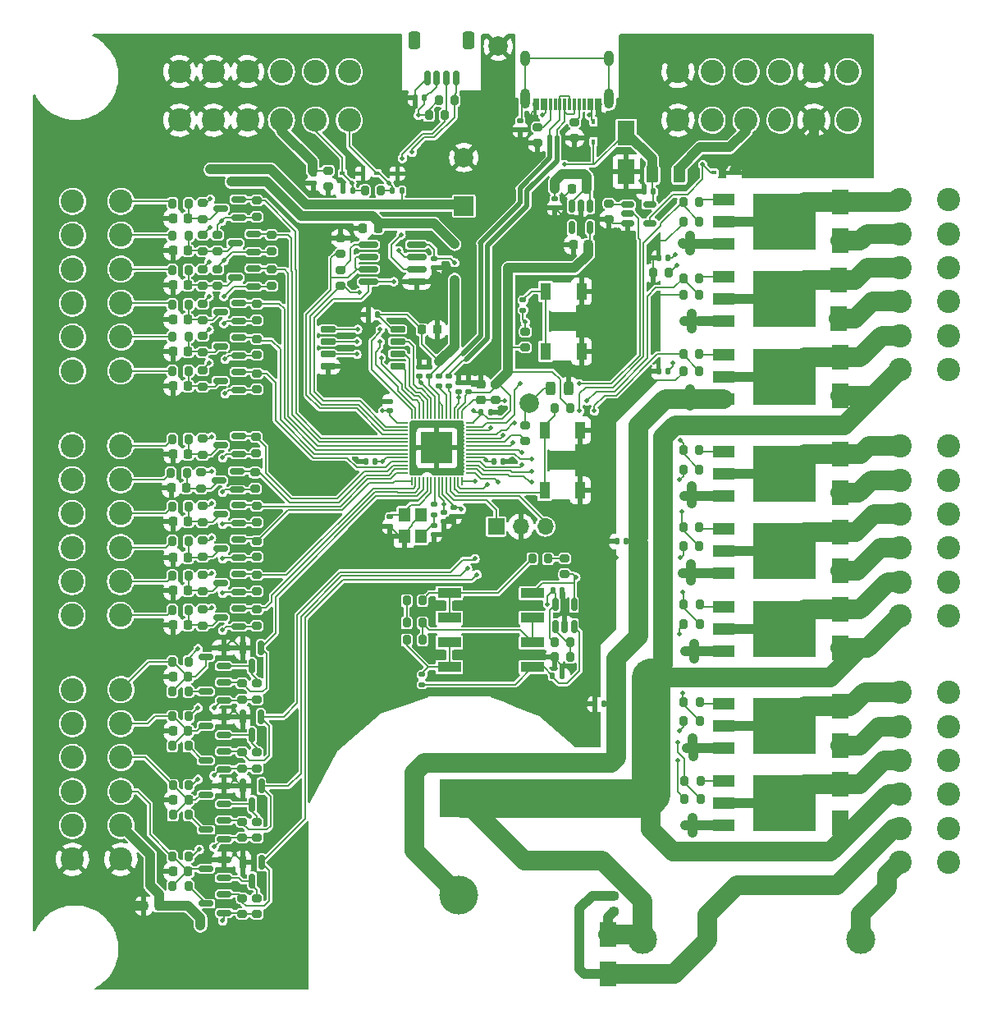
<source format=gtl>
%TF.GenerationSoftware,KiCad,Pcbnew,6.0.11+dfsg-1~bpo11+1*%
%TF.CreationDate,2023-10-21T13:10:46+02:00*%
%TF.ProjectId,IO_16_8_1,494f5f31-365f-4385-9f31-2e6b69636164,0.1.1*%
%TF.SameCoordinates,PX47868c0PY848f8c0*%
%TF.FileFunction,Copper,L1,Top*%
%TF.FilePolarity,Positive*%
%FSLAX46Y46*%
G04 Gerber Fmt 4.6, Leading zero omitted, Abs format (unit mm)*
G04 Created by KiCad (PCBNEW 6.0.11+dfsg-1~bpo11+1) date 2023-10-21 13:10:46*
%MOMM*%
%LPD*%
G01*
G04 APERTURE LIST*
G04 Aperture macros list*
%AMRoundRect*
0 Rectangle with rounded corners*
0 $1 Rounding radius*
0 $2 $3 $4 $5 $6 $7 $8 $9 X,Y pos of 4 corners*
0 Add a 4 corners polygon primitive as box body*
4,1,4,$2,$3,$4,$5,$6,$7,$8,$9,$2,$3,0*
0 Add four circle primitives for the rounded corners*
1,1,$1+$1,$2,$3*
1,1,$1+$1,$4,$5*
1,1,$1+$1,$6,$7*
1,1,$1+$1,$8,$9*
0 Add four rect primitives between the rounded corners*
20,1,$1+$1,$2,$3,$4,$5,0*
20,1,$1+$1,$4,$5,$6,$7,0*
20,1,$1+$1,$6,$7,$8,$9,0*
20,1,$1+$1,$8,$9,$2,$3,0*%
G04 Aperture macros list end*
%TA.AperFunction,SMDPad,CuDef*%
%ADD10RoundRect,0.200000X-0.275000X0.200000X-0.275000X-0.200000X0.275000X-0.200000X0.275000X0.200000X0*%
%TD*%
%TA.AperFunction,SMDPad,CuDef*%
%ADD11RoundRect,0.150000X0.587500X0.150000X-0.587500X0.150000X-0.587500X-0.150000X0.587500X-0.150000X0*%
%TD*%
%TA.AperFunction,SMDPad,CuDef*%
%ADD12RoundRect,0.200000X-0.200000X-0.275000X0.200000X-0.275000X0.200000X0.275000X-0.200000X0.275000X0*%
%TD*%
%TA.AperFunction,SMDPad,CuDef*%
%ADD13R,0.300000X1.150000*%
%TD*%
%TA.AperFunction,ComponentPad*%
%ADD14O,1.000000X2.100000*%
%TD*%
%TA.AperFunction,ComponentPad*%
%ADD15O,1.000000X1.600000*%
%TD*%
%TA.AperFunction,SMDPad,CuDef*%
%ADD16RoundRect,0.135000X-0.185000X0.135000X-0.185000X-0.135000X0.185000X-0.135000X0.185000X0.135000X0*%
%TD*%
%TA.AperFunction,SMDPad,CuDef*%
%ADD17RoundRect,0.200000X0.275000X-0.200000X0.275000X0.200000X-0.275000X0.200000X-0.275000X-0.200000X0*%
%TD*%
%TA.AperFunction,SMDPad,CuDef*%
%ADD18RoundRect,0.140000X0.170000X-0.140000X0.170000X0.140000X-0.170000X0.140000X-0.170000X-0.140000X0*%
%TD*%
%TA.AperFunction,SMDPad,CuDef*%
%ADD19RoundRect,0.200000X0.200000X0.275000X-0.200000X0.275000X-0.200000X-0.275000X0.200000X-0.275000X0*%
%TD*%
%TA.AperFunction,SMDPad,CuDef*%
%ADD20RoundRect,0.140000X0.140000X0.170000X-0.140000X0.170000X-0.140000X-0.170000X0.140000X-0.170000X0*%
%TD*%
%TA.AperFunction,SMDPad,CuDef*%
%ADD21R,2.200000X1.200000*%
%TD*%
%TA.AperFunction,SMDPad,CuDef*%
%ADD22R,6.400000X5.800000*%
%TD*%
%TA.AperFunction,SMDPad,CuDef*%
%ADD23RoundRect,0.140000X-0.170000X0.140000X-0.170000X-0.140000X0.170000X-0.140000X0.170000X0.140000X0*%
%TD*%
%TA.AperFunction,SMDPad,CuDef*%
%ADD24RoundRect,0.140000X-0.140000X-0.170000X0.140000X-0.170000X0.140000X0.170000X-0.140000X0.170000X0*%
%TD*%
%TA.AperFunction,SMDPad,CuDef*%
%ADD25R,1.800000X2.500000*%
%TD*%
%TA.AperFunction,SMDPad,CuDef*%
%ADD26RoundRect,0.225000X-0.225000X-0.250000X0.225000X-0.250000X0.225000X0.250000X-0.225000X0.250000X0*%
%TD*%
%TA.AperFunction,SMDPad,CuDef*%
%ADD27RoundRect,0.150000X-0.150000X0.587500X-0.150000X-0.587500X0.150000X-0.587500X0.150000X0.587500X0*%
%TD*%
%TA.AperFunction,SMDPad,CuDef*%
%ADD28RoundRect,0.150000X0.150000X-0.512500X0.150000X0.512500X-0.150000X0.512500X-0.150000X-0.512500X0*%
%TD*%
%TA.AperFunction,SMDPad,CuDef*%
%ADD29RoundRect,0.243750X0.243750X0.456250X-0.243750X0.456250X-0.243750X-0.456250X0.243750X-0.456250X0*%
%TD*%
%TA.AperFunction,ComponentPad*%
%ADD30C,2.400000*%
%TD*%
%TA.AperFunction,SMDPad,CuDef*%
%ADD31RoundRect,0.150000X0.150000X0.625000X-0.150000X0.625000X-0.150000X-0.625000X0.150000X-0.625000X0*%
%TD*%
%TA.AperFunction,SMDPad,CuDef*%
%ADD32RoundRect,0.250000X0.350000X0.650000X-0.350000X0.650000X-0.350000X-0.650000X0.350000X-0.650000X0*%
%TD*%
%TA.AperFunction,SMDPad,CuDef*%
%ADD33R,0.600000X0.450000*%
%TD*%
%TA.AperFunction,SMDPad,CuDef*%
%ADD34RoundRect,0.225000X0.250000X-0.225000X0.250000X0.225000X-0.250000X0.225000X-0.250000X-0.225000X0*%
%TD*%
%TA.AperFunction,SMDPad,CuDef*%
%ADD35RoundRect,0.225000X0.225000X0.250000X-0.225000X0.250000X-0.225000X-0.250000X0.225000X-0.250000X0*%
%TD*%
%TA.AperFunction,SMDPad,CuDef*%
%ADD36RoundRect,0.135000X0.185000X-0.135000X0.185000X0.135000X-0.185000X0.135000X-0.185000X-0.135000X0*%
%TD*%
%TA.AperFunction,ComponentPad*%
%ADD37R,4.000000X4.000000*%
%TD*%
%TA.AperFunction,ComponentPad*%
%ADD38C,4.000000*%
%TD*%
%TA.AperFunction,SMDPad,CuDef*%
%ADD39RoundRect,0.135000X0.135000X0.185000X-0.135000X0.185000X-0.135000X-0.185000X0.135000X-0.185000X0*%
%TD*%
%TA.AperFunction,SMDPad,CuDef*%
%ADD40R,1.100000X1.800000*%
%TD*%
%TA.AperFunction,ComponentPad*%
%ADD41C,3.000000*%
%TD*%
%TA.AperFunction,SMDPad,CuDef*%
%ADD42R,2.440000X1.120000*%
%TD*%
%TA.AperFunction,SMDPad,CuDef*%
%ADD43RoundRect,0.250000X-0.375000X-0.625000X0.375000X-0.625000X0.375000X0.625000X-0.375000X0.625000X0*%
%TD*%
%TA.AperFunction,SMDPad,CuDef*%
%ADD44R,0.450000X0.600000*%
%TD*%
%TA.AperFunction,SMDPad,CuDef*%
%ADD45RoundRect,0.050000X-0.387500X-0.050000X0.387500X-0.050000X0.387500X0.050000X-0.387500X0.050000X0*%
%TD*%
%TA.AperFunction,SMDPad,CuDef*%
%ADD46RoundRect,0.050000X-0.050000X-0.387500X0.050000X-0.387500X0.050000X0.387500X-0.050000X0.387500X0*%
%TD*%
%TA.AperFunction,SMDPad,CuDef*%
%ADD47R,3.200000X3.200000*%
%TD*%
%TA.AperFunction,SMDPad,CuDef*%
%ADD48RoundRect,0.150000X-0.512500X-0.150000X0.512500X-0.150000X0.512500X0.150000X-0.512500X0.150000X0*%
%TD*%
%TA.AperFunction,SMDPad,CuDef*%
%ADD49RoundRect,0.135000X-0.135000X-0.185000X0.135000X-0.185000X0.135000X0.185000X-0.135000X0.185000X0*%
%TD*%
%TA.AperFunction,ComponentPad*%
%ADD50R,1.700000X1.700000*%
%TD*%
%TA.AperFunction,ComponentPad*%
%ADD51O,1.700000X1.700000*%
%TD*%
%TA.AperFunction,SMDPad,CuDef*%
%ADD52RoundRect,0.150000X-0.150000X0.512500X-0.150000X-0.512500X0.150000X-0.512500X0.150000X0.512500X0*%
%TD*%
%TA.AperFunction,ComponentPad*%
%ADD53C,2.000000*%
%TD*%
%TA.AperFunction,SMDPad,CuDef*%
%ADD54RoundRect,0.150000X-0.650000X-0.150000X0.650000X-0.150000X0.650000X0.150000X-0.650000X0.150000X0*%
%TD*%
%TA.AperFunction,SMDPad,CuDef*%
%ADD55RoundRect,0.150000X-0.825000X-0.150000X0.825000X-0.150000X0.825000X0.150000X-0.825000X0.150000X0*%
%TD*%
%TA.AperFunction,ComponentPad*%
%ADD56R,2.000000X2.000000*%
%TD*%
%TA.AperFunction,SMDPad,CuDef*%
%ADD57R,1.200000X1.400000*%
%TD*%
%TA.AperFunction,ViaPad*%
%ADD58C,0.500000*%
%TD*%
%TA.AperFunction,Conductor*%
%ADD59C,0.200000*%
%TD*%
%TA.AperFunction,Conductor*%
%ADD60C,1.000000*%
%TD*%
%TA.AperFunction,Conductor*%
%ADD61C,2.000000*%
%TD*%
%TA.AperFunction,Conductor*%
%ADD62C,4.000000*%
%TD*%
%TA.AperFunction,Conductor*%
%ADD63C,0.500000*%
%TD*%
G04 APERTURE END LIST*
D10*
X18178000Y64677000D03*
X18178000Y63027000D03*
D11*
X20425500Y16384000D03*
X20425500Y18284000D03*
X18550500Y17334000D03*
D12*
X15067000Y31594000D03*
X16717000Y31594000D03*
D11*
X20385500Y27088000D03*
X20385500Y28988000D03*
X18510500Y28038000D03*
D13*
X59160000Y92150000D03*
X58360000Y92150000D03*
X57060000Y92150000D03*
X56060000Y92150000D03*
X55560000Y92150000D03*
X54560000Y92150000D03*
X53260000Y92150000D03*
X52460000Y92150000D03*
X52760000Y92150000D03*
X53560000Y92150000D03*
X54060000Y92150000D03*
X55060000Y92150000D03*
X56560000Y92150000D03*
X57560000Y92150000D03*
X58060000Y92150000D03*
X58860000Y92150000D03*
D14*
X60130000Y92715000D03*
X51490000Y92715000D03*
D15*
X51490000Y96895000D03*
X60130000Y96895000D03*
D16*
X42578000Y64103000D03*
X42578000Y63083000D03*
D17*
X23703000Y56169000D03*
X23703000Y57819000D03*
D10*
X19702000Y78647000D03*
X19702000Y76997000D03*
X18178000Y68233000D03*
X18178000Y66583000D03*
X18178000Y57641000D03*
X18178000Y55991000D03*
D18*
X45626000Y62478000D03*
X45626000Y63438000D03*
D17*
X22242000Y30769000D03*
X22242000Y32419000D03*
D19*
X69566000Y20550000D03*
X67916000Y20550000D03*
D20*
X64672000Y83120000D03*
X63712000Y83120000D03*
D21*
X71941000Y82330000D03*
X71941000Y80050000D03*
X71941000Y77770000D03*
D22*
X78241000Y80050000D03*
D10*
X52762000Y89787000D03*
X52762000Y88137000D03*
D23*
X50984000Y90458000D03*
X50984000Y89498000D03*
D24*
X46924000Y60410000D03*
X47884000Y60410000D03*
D25*
X84000000Y26050000D03*
X84000000Y30050000D03*
D12*
X67766000Y74225000D03*
X69416000Y74225000D03*
D26*
X40811000Y68896000D03*
X42361000Y68896000D03*
D12*
X15067000Y11528000D03*
X16717000Y11528000D03*
D21*
X71941000Y56330000D03*
X71941000Y54050000D03*
X71941000Y51770000D03*
D22*
X78241000Y54050000D03*
D10*
X18178000Y71535000D03*
X18178000Y69885000D03*
D12*
X15067000Y43500000D03*
X16717000Y43500000D03*
D25*
X60000000Y6507000D03*
X60000000Y2507000D03*
D11*
X21909500Y62648000D03*
X21909500Y64548000D03*
X20034500Y63598000D03*
D16*
X43594000Y64103000D03*
X43594000Y63083000D03*
D27*
X24248000Y13953500D03*
X22348000Y13953500D03*
X23298000Y12078500D03*
D19*
X16717000Y14576000D03*
X15067000Y14576000D03*
D10*
X18178000Y78647000D03*
X18178000Y76997000D03*
D28*
X54606000Y38294500D03*
X55556000Y38294500D03*
X56506000Y38294500D03*
X56506000Y40569500D03*
X54606000Y40569500D03*
D12*
X15067000Y71472000D03*
X16717000Y71472000D03*
D19*
X56127000Y35114000D03*
X54477000Y35114000D03*
D17*
X23806000Y69885000D03*
X23806000Y71535000D03*
D10*
X18178000Y75091000D03*
X18178000Y73441000D03*
D11*
X20385500Y23532000D03*
X20385500Y25432000D03*
X18510500Y24482000D03*
D17*
X23766000Y23657000D03*
X23766000Y25307000D03*
D29*
X55985500Y62800000D03*
X54110500Y62800000D03*
D30*
X9716000Y56938000D03*
X4716000Y56938000D03*
X4716000Y53438000D03*
X9716000Y53438000D03*
X9716000Y49938000D03*
X4716000Y49938000D03*
X9716000Y46438000D03*
X4716000Y46438000D03*
X4716000Y42938000D03*
X9716000Y42938000D03*
X4716000Y39438000D03*
X9716000Y39438000D03*
D17*
X23766000Y38389000D03*
X23766000Y40039000D03*
D25*
X84000000Y62050000D03*
X84000000Y66050000D03*
D31*
X44356000Y94836000D03*
X43356000Y94836000D03*
X42356000Y94836000D03*
X41356000Y94836000D03*
D32*
X45656000Y98711000D03*
X40056000Y98711000D03*
D19*
X69478742Y38550000D03*
X67828742Y38550000D03*
D12*
X64637000Y74738000D03*
X66287000Y74738000D03*
D11*
X21909500Y69760000D03*
X21909500Y71660000D03*
X20034500Y70710000D03*
D18*
X37498000Y48632000D03*
X37498000Y49592000D03*
D19*
X69416000Y54462500D03*
X67766000Y54462500D03*
D21*
X71941000Y22330000D03*
X71941000Y20050000D03*
X71941000Y17770000D03*
D22*
X78241000Y20050000D03*
D24*
X54314000Y41972000D03*
X55274000Y41972000D03*
D12*
X15083742Y81886000D03*
X16733742Y81886000D03*
D30*
X9756000Y31786000D03*
X4756000Y31786000D03*
X4756000Y28286000D03*
X9756000Y28286000D03*
X4756000Y24786000D03*
X9756000Y24786000D03*
X9756000Y21286000D03*
X4756000Y21286000D03*
X9756000Y17786000D03*
X4756000Y17786000D03*
X4756000Y14286000D03*
X9756000Y14286000D03*
D24*
X58632000Y30288000D03*
X59592000Y30288000D03*
D18*
X37522000Y60542000D03*
X37522000Y61502000D03*
D25*
X84000000Y36050000D03*
X84000000Y40050000D03*
D19*
X16757000Y21906000D03*
X15107000Y21906000D03*
D33*
X36172000Y84994000D03*
X38272000Y84994000D03*
D34*
X46896000Y61675000D03*
X46896000Y63225000D03*
D21*
X71941000Y48330000D03*
X71941000Y46050000D03*
X71941000Y43770000D03*
D22*
X78241000Y46050000D03*
D27*
X24248000Y21827500D03*
X22348000Y21827500D03*
X23298000Y19952500D03*
D35*
X16707000Y20382000D03*
X15157000Y20382000D03*
D23*
X43110000Y50072000D03*
X43110000Y49112000D03*
D17*
X22282000Y16509000D03*
X22282000Y18159000D03*
D36*
X42094000Y49844000D03*
X42094000Y50864000D03*
D37*
X44634000Y20589670D03*
D38*
X44634000Y10589670D03*
D17*
X23594000Y52515000D03*
X23594000Y54165000D03*
D39*
X38748000Y83216000D03*
X37728000Y83216000D03*
D35*
X16667000Y73504000D03*
X15117000Y73504000D03*
D12*
X41523000Y90994000D03*
X43173000Y90994000D03*
D10*
X60128000Y81913000D03*
X60128000Y80263000D03*
D11*
X20385500Y19976000D03*
X20385500Y21876000D03*
X18510500Y20926000D03*
D40*
X57152000Y52334000D03*
X57152000Y58534000D03*
X53452000Y58534000D03*
X53452000Y52334000D03*
D17*
X23766000Y80553000D03*
X23766000Y82203000D03*
D35*
X16667000Y66646000D03*
X15117000Y66646000D03*
D12*
X67766000Y48550000D03*
X69416000Y48550000D03*
D21*
X71941000Y30330000D03*
X71941000Y28050000D03*
X71941000Y25770000D03*
D22*
X78241000Y28050000D03*
D41*
X63610000Y6000000D03*
X86110000Y6000000D03*
D19*
X69478742Y28572500D03*
X67828742Y28572500D03*
D12*
X67766000Y82050000D03*
X69416000Y82050000D03*
D17*
X23806000Y66293000D03*
X23806000Y67943000D03*
D20*
X66196000Y76262000D03*
X65236000Y76262000D03*
D35*
X16667000Y69948000D03*
X15117000Y69948000D03*
D11*
X21909500Y45376000D03*
X21909500Y47276000D03*
X20034500Y46326000D03*
D18*
X44624000Y62478000D03*
X44624000Y63438000D03*
D17*
X23766000Y41945000D03*
X23766000Y43595000D03*
D30*
X90140000Y14000000D03*
X95140000Y14000000D03*
X95140000Y17500000D03*
X90140000Y17500000D03*
X90140000Y21000000D03*
X95140000Y21000000D03*
X95140000Y24500000D03*
X90140000Y24500000D03*
X90140000Y28000000D03*
X95140000Y28000000D03*
X95140000Y31500000D03*
X90140000Y31500000D03*
D10*
X32442000Y75055000D03*
X32442000Y73405000D03*
D35*
X16667000Y42008000D03*
X15117000Y42008000D03*
D12*
X54477000Y36638000D03*
X56127000Y36638000D03*
D42*
X52241000Y34098000D03*
X52241000Y36638000D03*
X52241000Y39178000D03*
X52241000Y41718000D03*
X43631000Y41718000D03*
X43631000Y39178000D03*
X43631000Y36638000D03*
X43631000Y34098000D03*
D35*
X16667000Y56086000D03*
X15117000Y56086000D03*
D12*
X67916000Y22412500D03*
X69566000Y22412500D03*
D40*
X57280000Y72854000D03*
X57280000Y66654000D03*
X53580000Y72854000D03*
X53580000Y66654000D03*
D35*
X16667000Y13052000D03*
X15117000Y13052000D03*
D27*
X24208000Y28975500D03*
X22308000Y28975500D03*
X23258000Y27100500D03*
D43*
X64570000Y84898000D03*
X67370000Y84898000D03*
D19*
X53841000Y45274000D03*
X52191000Y45274000D03*
D17*
X23766000Y49057000D03*
X23766000Y50707000D03*
D11*
X21909500Y66204000D03*
X21909500Y68104000D03*
X20034500Y67154000D03*
D44*
X58525000Y88266000D03*
X58525000Y90366000D03*
D12*
X15067000Y57597500D03*
X16717000Y57597500D03*
D45*
X38910500Y59304000D03*
X38910500Y58904000D03*
X38910500Y58504000D03*
X38910500Y58104000D03*
X38910500Y57704000D03*
X38910500Y57304000D03*
X38910500Y56904000D03*
X38910500Y56504000D03*
X38910500Y56104000D03*
X38910500Y55704000D03*
X38910500Y55304000D03*
X38910500Y54904000D03*
X38910500Y54504000D03*
X38910500Y54104000D03*
D46*
X39748000Y53266500D03*
X40148000Y53266500D03*
X40548000Y53266500D03*
X40948000Y53266500D03*
X41348000Y53266500D03*
X41748000Y53266500D03*
X42148000Y53266500D03*
X42548000Y53266500D03*
X42948000Y53266500D03*
X43348000Y53266500D03*
X43748000Y53266500D03*
X44148000Y53266500D03*
X44548000Y53266500D03*
X44948000Y53266500D03*
D45*
X45785500Y54104000D03*
X45785500Y54504000D03*
X45785500Y54904000D03*
X45785500Y55304000D03*
X45785500Y55704000D03*
X45785500Y56104000D03*
X45785500Y56504000D03*
X45785500Y56904000D03*
X45785500Y57304000D03*
X45785500Y57704000D03*
X45785500Y58104000D03*
X45785500Y58504000D03*
X45785500Y58904000D03*
X45785500Y59304000D03*
D46*
X44948000Y60141500D03*
X44548000Y60141500D03*
X44148000Y60141500D03*
X43748000Y60141500D03*
X43348000Y60141500D03*
X42948000Y60141500D03*
X42548000Y60141500D03*
X42148000Y60141500D03*
X41748000Y60141500D03*
X41348000Y60141500D03*
X40948000Y60141500D03*
X40548000Y60141500D03*
X40148000Y60141500D03*
X39748000Y60141500D03*
D47*
X42348000Y56704000D03*
D48*
X62038500Y81784000D03*
X62038500Y80834000D03*
X62038500Y79884000D03*
X64313500Y79884000D03*
X64313500Y81784000D03*
D24*
X60918000Y47052000D03*
X61878000Y47052000D03*
D19*
X40887000Y36892000D03*
X39237000Y36892000D03*
D17*
X55556000Y43687000D03*
X55556000Y45337000D03*
D12*
X67828742Y40550000D03*
X69478742Y40550000D03*
D20*
X36224000Y70420000D03*
X35264000Y70420000D03*
D11*
X21737500Y52390000D03*
X21737500Y54290000D03*
X19862500Y53340000D03*
D19*
X16717000Y34642000D03*
X15067000Y34642000D03*
D10*
X18006000Y54165000D03*
X18006000Y52515000D03*
D12*
X39237000Y40956000D03*
X40887000Y40956000D03*
D23*
X29602000Y84966000D03*
X29602000Y84006000D03*
D11*
X20385500Y30644000D03*
X20385500Y32544000D03*
X18510500Y31594000D03*
D12*
X15067000Y78584000D03*
X16717000Y78584000D03*
D33*
X70920000Y85073000D03*
X73020000Y85073000D03*
D12*
X54477000Y60768000D03*
X56127000Y60768000D03*
D25*
X84000000Y52050000D03*
X84000000Y56050000D03*
D12*
X15067000Y75028000D03*
X16717000Y75028000D03*
X42539000Y92518000D03*
X44189000Y92518000D03*
D17*
X23766000Y45465000D03*
X23766000Y47115000D03*
D10*
X18178000Y43595000D03*
X18178000Y41945000D03*
X48420000Y63275000D03*
X48420000Y61625000D03*
D17*
X23806000Y62737000D03*
X23806000Y64387000D03*
D21*
X71941000Y66330000D03*
X71941000Y64050000D03*
X71941000Y61770000D03*
D22*
X78241000Y64050000D03*
D10*
X18178000Y47151000D03*
X18178000Y45501000D03*
D18*
X40546000Y64098000D03*
X40546000Y65058000D03*
D49*
X54284000Y33209000D03*
X55304000Y33209000D03*
D50*
X48459000Y48601000D03*
D51*
X50999000Y48601000D03*
X53539000Y48601000D03*
D11*
X21909500Y38264000D03*
X21909500Y40164000D03*
X20034500Y39214000D03*
D17*
X25290000Y76997000D03*
X25290000Y78647000D03*
D10*
X56572000Y90295000D03*
X56572000Y88645000D03*
D35*
X16667000Y45418000D03*
X15117000Y45418000D03*
D24*
X48218000Y55346000D03*
X49178000Y55346000D03*
D12*
X67766000Y66356000D03*
X69416000Y66356000D03*
D35*
X16667000Y63090000D03*
X15117000Y63090000D03*
D17*
X51492000Y57403000D03*
X51492000Y59053000D03*
D30*
X33318000Y95500000D03*
X33318000Y90500000D03*
X29818000Y90500000D03*
X29818000Y95500000D03*
X26318000Y90500000D03*
X26318000Y95500000D03*
X22818000Y90500000D03*
X22818000Y95500000D03*
X19318000Y95500000D03*
X19318000Y90500000D03*
X15818000Y90500000D03*
X15818000Y95500000D03*
D35*
X16667000Y77060000D03*
X15117000Y77060000D03*
D10*
X31126000Y85311000D03*
X31126000Y83661000D03*
D36*
X40824000Y32318000D03*
X40824000Y33338000D03*
D35*
X13659000Y9496000D03*
X12109000Y9496000D03*
D24*
X65264000Y64578000D03*
X66224000Y64578000D03*
D12*
X14895000Y54102000D03*
X16545000Y54102000D03*
D23*
X42094000Y76234000D03*
X42094000Y75274000D03*
D10*
X32442000Y78357000D03*
X32442000Y76707000D03*
D19*
X16717000Y29018000D03*
X15067000Y29018000D03*
D17*
X22282000Y8635000D03*
X22282000Y10285000D03*
D35*
X16667000Y49120000D03*
X15117000Y49120000D03*
X57842000Y83444000D03*
X56292000Y83444000D03*
X16495000Y52578000D03*
X14945000Y52578000D03*
D11*
X21909500Y48932000D03*
X21909500Y50832000D03*
X20034500Y49882000D03*
D18*
X41562000Y64098000D03*
X41562000Y65058000D03*
D11*
X21909500Y80428000D03*
X21909500Y82328000D03*
X20034500Y81378000D03*
D17*
X23766000Y30769000D03*
X23766000Y32419000D03*
D12*
X67766000Y56462500D03*
X69416000Y56462500D03*
D10*
X18178000Y40039000D03*
X18178000Y38389000D03*
D30*
X95140000Y39400000D03*
X90140000Y39400000D03*
X95140000Y42900000D03*
X90140000Y42900000D03*
X90140000Y46400000D03*
X95140000Y46400000D03*
X90140000Y49900000D03*
X95140000Y49900000D03*
X95140000Y53400000D03*
X90140000Y53400000D03*
X90140000Y56900000D03*
X95140000Y56900000D03*
D16*
X51238000Y71946000D03*
X51238000Y70926000D03*
D52*
X58183000Y81679500D03*
X57233000Y81679500D03*
X56283000Y81679500D03*
X56283000Y79404500D03*
X58183000Y79404500D03*
D25*
X84000000Y78050000D03*
X84000000Y82050000D03*
D10*
X18178000Y81949000D03*
X18178000Y80299000D03*
X18178000Y50707000D03*
X18178000Y49057000D03*
D12*
X15067000Y50644000D03*
X16717000Y50644000D03*
D17*
X22242000Y23657000D03*
X22242000Y25307000D03*
D12*
X15067000Y64614000D03*
X16717000Y64614000D03*
D25*
X83840560Y70016900D03*
X83840560Y74016900D03*
D39*
X33668000Y83216000D03*
X32648000Y83216000D03*
D53*
X48698000Y98106000D03*
D19*
X36569000Y83216000D03*
X34919000Y83216000D03*
D12*
X67828742Y30462500D03*
X69478742Y30462500D03*
D19*
X69416000Y46550000D03*
X67766000Y46550000D03*
D12*
X15067000Y39978000D03*
X16717000Y39978000D03*
D20*
X41066000Y92772000D03*
X40106000Y92772000D03*
D30*
X95140000Y64800000D03*
X90140000Y64800000D03*
X95140000Y68300000D03*
X90140000Y68300000D03*
X95140000Y71800000D03*
X90140000Y71800000D03*
X95140000Y75300000D03*
X90140000Y75300000D03*
X95140000Y78800000D03*
X90140000Y78800000D03*
X90140000Y82300000D03*
X95140000Y82300000D03*
D12*
X15067000Y68170000D03*
X16717000Y68170000D03*
D35*
X36265000Y79310000D03*
X34715000Y79310000D03*
D27*
X24208000Y36087500D03*
X22308000Y36087500D03*
X23258000Y34212500D03*
D54*
X31104000Y68927000D03*
X31104000Y67657000D03*
X31104000Y66387000D03*
X31104000Y65117000D03*
X38304000Y65117000D03*
X38304000Y66387000D03*
X38304000Y67657000D03*
X38304000Y68927000D03*
D19*
X40887000Y38670000D03*
X39237000Y38670000D03*
D11*
X23433500Y76872000D03*
X23433500Y78772000D03*
X21558500Y77822000D03*
D25*
X61906000Y89184000D03*
X61906000Y85184000D03*
D21*
X71941000Y74330000D03*
X71941000Y72050000D03*
X71941000Y69770000D03*
D22*
X78241000Y72050000D03*
D25*
X84000000Y18050000D03*
X84000000Y22050000D03*
D35*
X16667000Y80362000D03*
X15117000Y80362000D03*
D19*
X69416000Y80050000D03*
X67766000Y80050000D03*
D20*
X35998000Y55307000D03*
X35038000Y55307000D03*
D35*
X16667000Y27494000D03*
X15117000Y27494000D03*
D23*
X54514600Y82406200D03*
X54514600Y81446200D03*
D55*
X35301000Y77659000D03*
X35301000Y76389000D03*
X35301000Y75119000D03*
X35301000Y73849000D03*
X40251000Y73849000D03*
X40251000Y75119000D03*
X40251000Y76389000D03*
X40251000Y77659000D03*
D19*
X69416000Y72462500D03*
X67766000Y72462500D03*
D11*
X23433500Y73316000D03*
X23433500Y75216000D03*
X21558500Y74266000D03*
D53*
X51873000Y61276000D03*
D17*
X25290000Y73441000D03*
X25290000Y75091000D03*
D34*
X60636000Y8939000D03*
X60636000Y10489000D03*
D11*
X20425500Y8764000D03*
X20425500Y10664000D03*
X18550500Y9714000D03*
D35*
X16667000Y38452000D03*
X15117000Y38452000D03*
X16667000Y33118000D03*
X15117000Y33118000D03*
D21*
X71941000Y40330000D03*
X71941000Y38050000D03*
X71941000Y35770000D03*
D22*
X78241000Y38050000D03*
D11*
X20385500Y34200000D03*
X20385500Y36100000D03*
X18510500Y35150000D03*
D33*
X32616000Y84994000D03*
X34716000Y84994000D03*
D12*
X15067000Y47088000D03*
X16717000Y47088000D03*
D11*
X21909500Y56044000D03*
X21909500Y57944000D03*
X20034500Y56994000D03*
D17*
X51492000Y67055000D03*
X51492000Y68705000D03*
X23806000Y16509000D03*
X23806000Y18159000D03*
D19*
X69416000Y64637500D03*
X67766000Y64637500D03*
D25*
X84000000Y44050000D03*
X84000000Y48050000D03*
D12*
X15067000Y25970000D03*
X16717000Y25970000D03*
X15107000Y18858000D03*
X16757000Y18858000D03*
D10*
X19702000Y75091000D03*
X19702000Y73441000D03*
D30*
X9756000Y82140000D03*
X4756000Y82140000D03*
X9756000Y78640000D03*
X4756000Y78640000D03*
X9756000Y75140000D03*
X4756000Y75140000D03*
X4756000Y71640000D03*
X9756000Y71640000D03*
X9756000Y68140000D03*
X4756000Y68140000D03*
X9756000Y64640000D03*
X4756000Y64640000D03*
D56*
X45142000Y81646646D03*
D53*
X45142000Y86646646D03*
D17*
X23806000Y8635000D03*
X23806000Y10285000D03*
D57*
X40698000Y47603000D03*
X40698000Y49803000D03*
X38998000Y49803000D03*
X38998000Y47603000D03*
D11*
X21909500Y41820000D03*
X21909500Y43720000D03*
X20034500Y42770000D03*
D30*
X84750000Y90500000D03*
X84750000Y95500000D03*
X81250000Y95500000D03*
X81250000Y90500000D03*
X77750000Y90500000D03*
X77750000Y95500000D03*
X74250000Y95500000D03*
X74250000Y90500000D03*
X70750000Y90500000D03*
X70750000Y95500000D03*
X67250000Y95500000D03*
X67250000Y90500000D03*
D23*
X44126000Y50580000D03*
X44126000Y49620000D03*
D18*
X42070000Y47746000D03*
X42070000Y48706000D03*
D35*
X57982000Y77659000D03*
X56432000Y77659000D03*
D11*
X20385500Y12356000D03*
X20385500Y14256000D03*
X18510500Y13306000D03*
D58*
X28632000Y71436000D03*
X13900000Y80326000D03*
X22790000Y55180000D03*
X59747000Y78929000D03*
X1200000Y37908000D03*
X34982000Y44766000D03*
X25330000Y8444000D03*
X52762000Y87184000D03*
X83623000Y85152000D03*
X47936000Y40448000D03*
X44761000Y54291000D03*
X55937000Y64451000D03*
X26600000Y32320000D03*
X40570000Y66610000D03*
X65970000Y87565000D03*
X39935000Y56704000D03*
X58604000Y29018000D03*
X17456000Y48068000D03*
X39173000Y92772000D03*
X60255000Y55434000D03*
X14662000Y60514000D03*
X13838000Y52578000D03*
X15932000Y16826000D03*
X49968000Y55434000D03*
X61271000Y83120000D03*
X42602000Y74611000D03*
X39046000Y46036000D03*
X86671000Y86930000D03*
X13900000Y49084000D03*
X42602000Y67626000D03*
X30664000Y76770000D03*
X1200000Y53148000D03*
X58731000Y26224000D03*
X32950000Y71309000D03*
X55810000Y46798000D03*
X30664000Y58736000D03*
X65208000Y78040000D03*
X30664000Y63562000D03*
X11360000Y1840000D03*
X18980000Y8698000D03*
X39681000Y68388000D03*
X31426000Y49338000D03*
X75241000Y85152000D03*
X60128000Y86168000D03*
X25330000Y44766000D03*
X79305000Y85152000D03*
X34347000Y55307000D03*
X51881001Y90858999D03*
X58985000Y34098000D03*
X48190000Y31558000D03*
X28632000Y61276000D03*
X40570000Y70801000D03*
X53524000Y80326000D03*
X24314000Y26986000D03*
X49079000Y76516000D03*
X66097000Y81342000D03*
X34728000Y58736000D03*
X34474000Y70420000D03*
X25330000Y65848000D03*
X67367000Y27494000D03*
X45650000Y78548000D03*
X25584000Y54926000D03*
X1200000Y63308000D03*
X13936000Y42008000D03*
X14154000Y13016000D03*
X45523000Y76770000D03*
X63430000Y85152000D03*
X15932000Y30288000D03*
X22790000Y51624000D03*
X22790000Y83120000D03*
X23298000Y29780000D03*
X39935000Y59117000D03*
X55048000Y76516000D03*
X31172000Y52640000D03*
X25076000Y51878000D03*
X31934000Y62292000D03*
X33712000Y59752000D03*
X13900000Y66610000D03*
X13936000Y69948000D03*
X60128000Y84009000D03*
X86671000Y84898000D03*
X49714000Y50862000D03*
X57080000Y32320000D03*
X27235000Y86168000D03*
X24314000Y20128000D03*
X61144000Y79183000D03*
X26600000Y98868000D03*
X21393000Y29653000D03*
X41840000Y33082000D03*
X14154000Y20382000D03*
X39554000Y89343000D03*
X55556000Y39686000D03*
X60890000Y45401000D03*
X26600000Y76516000D03*
X25076000Y42734000D03*
X57080000Y27240000D03*
X65970000Y83374000D03*
X23552000Y37400000D03*
X1200000Y78548000D03*
X75368000Y87692000D03*
X52000000Y32320000D03*
X67240000Y24446000D03*
X59366000Y82993000D03*
X8947000Y90867000D03*
X36760000Y42480000D03*
X34220000Y47560000D03*
X23044000Y48068000D03*
X42983000Y71309000D03*
X60636000Y40575000D03*
X1200000Y12508000D03*
X36760000Y32320000D03*
X33204000Y54418000D03*
X21520000Y61276000D03*
X60160000Y85184000D03*
X8693000Y9079000D03*
X13900000Y63181000D03*
X29648000Y54926000D03*
X17456000Y44512000D03*
X26600000Y19620000D03*
X55556000Y28764000D03*
X24314000Y15556000D03*
X87052000Y92264000D03*
X77654000Y87946000D03*
X31680000Y27240000D03*
X1200000Y68388000D03*
X57842000Y39432000D03*
X67494000Y45401000D03*
X1200000Y42988000D03*
X38792000Y31304000D03*
X38792000Y72452000D03*
X45650000Y64578000D03*
X36633000Y62800000D03*
X13900000Y27494000D03*
X11360000Y98868000D03*
X33204000Y41972000D03*
X33585000Y79310000D03*
X67367000Y37527000D03*
X65208000Y72452000D03*
X24060000Y33590000D03*
X22790000Y44512000D03*
X57842000Y46798000D03*
X29902000Y82993000D03*
X62160000Y72579000D03*
X36760000Y98868000D03*
X13936000Y38452000D03*
X28632000Y74484000D03*
X1200000Y58228000D03*
X58096000Y41972000D03*
X37776000Y50862000D03*
X59620000Y90994000D03*
X48825000Y60514000D03*
X44761000Y56704000D03*
X48190000Y46798000D03*
X17075000Y87438000D03*
X45523000Y68642000D03*
X25330000Y69404000D03*
X44634000Y46163000D03*
X21520000Y98868000D03*
X28632000Y16572000D03*
X27616000Y52640000D03*
X41586000Y35368000D03*
X17456000Y51624000D03*
X46920000Y64197000D03*
X21226000Y36928000D03*
X74415500Y86739500D03*
X29648000Y22414000D03*
X25076000Y49846000D03*
X43110000Y31558000D03*
X25076000Y62546000D03*
X29902000Y60006000D03*
X18980000Y14286000D03*
X36760000Y37400000D03*
X62160000Y98868000D03*
X48190000Y35368000D03*
X21520000Y59498000D03*
X55302000Y34225000D03*
X10126000Y9496000D03*
X28378000Y84009000D03*
X28378000Y6920000D03*
X50984000Y88708000D03*
X64319000Y64578000D03*
X63557000Y86041000D03*
X41586000Y39940000D03*
X31934000Y46290000D03*
X26854000Y56958000D03*
X45523000Y71436000D03*
X41459000Y65848000D03*
X31172000Y79310000D03*
X34982000Y29526000D03*
X52508000Y43750000D03*
X1200000Y32828000D03*
X29140000Y42480000D03*
X31680000Y37400000D03*
X16440000Y84009000D03*
X59493000Y69912000D03*
X26600000Y37400000D03*
X16440000Y1840000D03*
X44634000Y64197000D03*
X62160000Y77024000D03*
X52508000Y76770000D03*
X16186000Y23938000D03*
X36760000Y48576000D03*
X21520000Y1840000D03*
X42348000Y54291000D03*
X37014000Y45782000D03*
X54286000Y43750000D03*
X13900000Y56069000D03*
X13900000Y73468000D03*
X59493000Y75500000D03*
X51238000Y73722000D03*
X16440000Y36638000D03*
X1200000Y17588000D03*
X55556000Y50608000D03*
X46666000Y65848000D03*
X57842000Y50354000D03*
X1200000Y88708000D03*
X25076000Y80072000D03*
X63430000Y84263000D03*
X86798000Y98741000D03*
X28886000Y79310000D03*
X64446000Y76262000D03*
X21520000Y22541000D03*
X39935000Y54291000D03*
X44126000Y48830000D03*
X17710000Y61784000D03*
X26600000Y27240000D03*
X24314000Y12254000D03*
X72320000Y98868000D03*
X37014000Y71309000D03*
X36760000Y86930000D03*
X28378000Y1840000D03*
X52000000Y30542000D03*
X56572000Y87565000D03*
X1200000Y22668000D03*
X31680000Y98868000D03*
X50984000Y65340000D03*
X28378000Y12000000D03*
X26854000Y48830000D03*
X43364000Y45020000D03*
X43110000Y48322000D03*
X40824000Y45528000D03*
X35490000Y49846000D03*
X62541000Y83120000D03*
X21520000Y14794000D03*
X67240000Y98868000D03*
X17202000Y55180000D03*
X1200000Y83628000D03*
X10979000Y9496000D03*
X57842000Y35876000D03*
X48571000Y67118000D03*
X1200000Y48068000D03*
X1200000Y73468000D03*
X1200000Y9333000D03*
X17456000Y40956000D03*
X50222000Y46290000D03*
X26092000Y72452000D03*
X38792000Y44766000D03*
X13860000Y33118000D03*
X13917000Y45418000D03*
X67367000Y53402000D03*
X45142000Y47560000D03*
X31299000Y70420000D03*
X54921000Y79310000D03*
X48190000Y64959000D03*
X23044000Y40956000D03*
X35236000Y63562000D03*
X64573000Y63435000D03*
X51746000Y79310000D03*
X32950000Y58736000D03*
X36506000Y61530000D03*
X25076000Y59498000D03*
X61906000Y66610000D03*
X25076000Y39178000D03*
X17710000Y59244000D03*
X30156000Y73214000D03*
X59747000Y64451000D03*
X13900000Y77024000D03*
X16440000Y98868000D03*
X62160000Y69404000D03*
X44761000Y59117000D03*
X47936000Y44766000D03*
X42348000Y59117000D03*
X42094000Y46925000D03*
X1200000Y27748000D03*
X31680000Y32320000D03*
X26600000Y1840000D03*
X28632000Y77024000D03*
X20377000Y69531000D03*
X40443000Y90994000D03*
X42602000Y65594000D03*
X20123000Y80072000D03*
X20377000Y72325000D03*
X50730000Y75246000D03*
X41586000Y79818000D03*
X20250000Y7936000D03*
X44189500Y74039500D03*
X20250000Y37908000D03*
X19361000Y22922000D03*
X49714000Y75246000D03*
X20250000Y52132000D03*
X20504000Y65848000D03*
X36760000Y55307000D03*
X20250000Y45274000D03*
X19361000Y29907000D03*
X43427500Y66419500D03*
X46158000Y60514000D03*
X40570000Y79818000D03*
X20250000Y41718000D03*
X20377000Y76008000D03*
X44189500Y75817500D03*
X20504000Y62292000D03*
X21139000Y84136000D03*
X43110000Y50862000D03*
X44189500Y77722500D03*
X36760000Y60514000D03*
X19361000Y15556000D03*
X20250000Y48830000D03*
X20250000Y55688000D03*
X47428000Y55515000D03*
X40714500Y63452500D03*
X44888000Y50354000D03*
X44624000Y61901000D03*
X49333000Y61530000D03*
X53778000Y40575000D03*
X18980000Y82358000D03*
X55556000Y85914000D03*
X17964000Y7428000D03*
X17837000Y15302000D03*
X17710000Y36003000D03*
X18853000Y75881000D03*
X19107000Y47433000D03*
X19107000Y54291000D03*
X17964000Y8190000D03*
X18853000Y65467000D03*
X19107000Y57847000D03*
X18980000Y85406000D03*
X18853000Y68896000D03*
X18980000Y79437000D03*
X18853000Y72325000D03*
X19107000Y40194000D03*
X54540000Y84136000D03*
X17710000Y22541000D03*
X19107000Y50989000D03*
X19107000Y43750000D03*
X54540000Y83247000D03*
X17710000Y29907000D03*
X70216000Y17770000D03*
X68709000Y17787000D03*
X68510000Y77024000D03*
X70181000Y43770000D03*
X67607000Y61770000D03*
X70161000Y25770000D03*
X67748000Y77786000D03*
X70146000Y69770000D03*
X68709000Y18549000D03*
X67870000Y69780000D03*
X68891000Y34987000D03*
X69384000Y69770000D03*
X69453000Y25770000D03*
X69653000Y35770000D03*
X67875000Y51770000D03*
X68709000Y17025000D03*
X69418000Y51770000D03*
X68618000Y51770000D03*
X68530000Y43008000D03*
X68764000Y25770000D03*
X70018000Y77770000D03*
X70180000Y51770000D03*
X69454000Y17770000D03*
X68912000Y35770000D03*
X66732000Y65467000D03*
X69419000Y43770000D03*
X68510000Y77786000D03*
X68764000Y24954000D03*
X67930000Y17770000D03*
X68002000Y25770000D03*
X68891000Y36511000D03*
X70309000Y35770000D03*
X68510000Y61022000D03*
X68530000Y44639000D03*
X68637000Y69785000D03*
X68530000Y43770000D03*
X68637000Y70547000D03*
X68510000Y78548000D03*
X68496000Y61770000D03*
X68637000Y52513000D03*
X68637000Y69023000D03*
X67748000Y43770000D03*
X69258000Y61770000D03*
X67113000Y75500000D03*
X70020000Y61770000D03*
X69272000Y77770000D03*
X66986000Y76643000D03*
X68637000Y50989000D03*
X68002000Y35749000D03*
X68510000Y62546000D03*
X68764000Y26605000D03*
X37395000Y84009000D03*
X38665000Y78675000D03*
X58096000Y90994000D03*
X53270000Y90994000D03*
X69780000Y85914000D03*
X34347000Y72706000D03*
X39808000Y87184000D03*
X37903000Y73849000D03*
X38796000Y86549000D03*
X46285000Y45274000D03*
X47555000Y52894000D03*
X45523000Y44258000D03*
X46285000Y53275000D03*
X48698000Y53148000D03*
X46485000Y43646000D03*
X36506000Y68927000D03*
X34189000Y68927000D03*
X51492000Y69658000D03*
X47936000Y58736000D03*
X56699000Y43369000D03*
X67240000Y26351000D03*
X52127000Y53148000D03*
X52127000Y54291000D03*
X67748000Y31431000D03*
X67748000Y41845000D03*
X51111000Y54926000D03*
X52127000Y55561000D03*
X67621000Y50100000D03*
X67494000Y57466000D03*
X51111000Y56196000D03*
X50222000Y57212000D03*
X58604000Y60514000D03*
X49206000Y57974000D03*
X57842000Y61530000D03*
X57080000Y60514000D03*
X50349000Y59244000D03*
X36506000Y67657000D03*
X34124000Y67657000D03*
X34093000Y66356000D03*
X36609000Y65999000D03*
X50984000Y63308000D03*
X57080000Y63308000D03*
X33585000Y84009000D03*
X38411000Y77024000D03*
D59*
X65970000Y78040000D02*
X67766000Y79836000D01*
X20385500Y21876000D02*
X20855000Y21876000D01*
X38998000Y47893000D02*
X38998000Y47603000D01*
X52762000Y87184000D02*
X52762000Y88137000D01*
X22308000Y28975500D02*
X22070500Y28975500D01*
X20982000Y14256000D02*
X21520000Y14794000D01*
X20398000Y36100000D02*
X21226000Y36928000D01*
X40106000Y92772000D02*
X39173000Y92772000D01*
X54537400Y81469000D02*
X54514600Y81446200D01*
X48825000Y60514000D02*
X48721000Y60410000D01*
X55304000Y33209000D02*
X55304000Y34223000D01*
X67766000Y45673000D02*
X67494000Y45401000D01*
X73020000Y85073000D02*
X73020000Y85344000D01*
X34220000Y65086000D02*
X31135000Y65086000D01*
X67240000Y24446000D02*
X67216000Y24422000D01*
D60*
X81250000Y89002000D02*
X81250000Y90500000D01*
D59*
X41348000Y52228942D02*
X40362058Y51243000D01*
X31135000Y65086000D02*
X31104000Y65117000D01*
X13936000Y73504000D02*
X13900000Y73468000D01*
X67766000Y79836000D02*
X67766000Y80050000D01*
X20385500Y36100000D02*
X20398000Y36100000D01*
X59160000Y92150000D02*
X59160000Y91454000D01*
X59160000Y91454000D02*
X59620000Y90994000D01*
X22348000Y13966000D02*
X21520000Y14794000D01*
X55304000Y34223000D02*
X55302000Y34225000D01*
X34715000Y79310000D02*
X33585000Y79310000D01*
X55175000Y81469000D02*
X54537400Y81469000D01*
X35264000Y70420000D02*
X34474000Y70420000D01*
X40362058Y51243000D02*
X38157000Y51243000D01*
X44624000Y63438000D02*
X44624000Y64187000D01*
X46896000Y64173000D02*
X46920000Y64197000D01*
X66742500Y72462500D02*
X67766000Y72462500D01*
X15117000Y77060000D02*
X13936000Y77060000D01*
X42094000Y46925000D02*
X42094000Y47722000D01*
X52127000Y91248000D02*
X52127000Y91104998D01*
X64573000Y63435000D02*
X64827000Y63689000D01*
X55380800Y80580000D02*
X54514600Y81446200D01*
D61*
X80448000Y98360000D02*
X68764000Y98360000D01*
D59*
X56572000Y88645000D02*
X56572000Y87565000D01*
X15117000Y66646000D02*
X13936000Y66646000D01*
X36506000Y61530000D02*
X36534000Y61502000D01*
D60*
X74415500Y86739500D02*
X75368000Y87692000D01*
D59*
X37498000Y48600000D02*
X38495000Y47603000D01*
X55274000Y41972000D02*
X55302000Y41972000D01*
X13991000Y63090000D02*
X13900000Y63181000D01*
X66986000Y63689000D02*
X67766000Y64469000D01*
X20728000Y28988000D02*
X21393000Y29653000D01*
X64827000Y63689000D02*
X66986000Y63689000D01*
X15117000Y56086000D02*
X13917000Y56086000D01*
X44126000Y49620000D02*
X44126000Y48830000D01*
X67828742Y27955742D02*
X67367000Y27494000D01*
X50984000Y89498000D02*
X50984000Y88708000D01*
X55429000Y82581000D02*
X55429000Y81723000D01*
D61*
X81250000Y95500000D02*
X81250000Y97558000D01*
X68764000Y98360000D02*
X67250000Y96846000D01*
D59*
X41348000Y53266500D02*
X41348000Y52228942D01*
X43110000Y49112000D02*
X43110000Y48322000D01*
X15117000Y42008000D02*
X13936000Y42008000D01*
X14190000Y13052000D02*
X14154000Y13016000D01*
X67367000Y38035000D02*
X67367000Y37527000D01*
X67216000Y21250000D02*
X67916000Y20550000D01*
X67766000Y54462500D02*
X67766000Y53801000D01*
X35229000Y70385000D02*
X35229000Y66095000D01*
X15117000Y49120000D02*
X13936000Y49120000D01*
X42094000Y75119000D02*
X42602000Y74611000D01*
X13936000Y80362000D02*
X13900000Y80326000D01*
X48721000Y60410000D02*
X47884000Y60410000D01*
X54477000Y35114000D02*
X54477000Y35050000D01*
D60*
X80194000Y87946000D02*
X81250000Y89002000D01*
D59*
X15117000Y13052000D02*
X14190000Y13052000D01*
X61906000Y85184000D02*
X60160000Y85184000D01*
X55556000Y39686000D02*
X55556000Y38294500D01*
X15117000Y27494000D02*
X13900000Y27494000D01*
X15117000Y80362000D02*
X13936000Y80362000D01*
X15117000Y33118000D02*
X13860000Y33118000D01*
X15117000Y38452000D02*
X13936000Y38452000D01*
X15157000Y20382000D02*
X14154000Y20382000D01*
X36816000Y48632000D02*
X36760000Y48576000D01*
X15117000Y69948000D02*
X13936000Y69948000D01*
X57152000Y58534000D02*
X57152000Y52334000D01*
X41562000Y65745000D02*
X41562000Y65058000D01*
X40698000Y49803000D02*
X40698000Y49720000D01*
X35229000Y66095000D02*
X34220000Y65086000D01*
X15117000Y45418000D02*
X13917000Y45418000D01*
X63712000Y83120000D02*
X62541000Y83120000D01*
X22066500Y36087500D02*
X21226000Y36928000D01*
D61*
X81250000Y97558000D02*
X80448000Y98360000D01*
D59*
X22348000Y13953500D02*
X22348000Y13966000D01*
X67828742Y38496742D02*
X67621000Y38289000D01*
X20385500Y28988000D02*
X20728000Y28988000D01*
X20385500Y14256000D02*
X20982000Y14256000D01*
X34347000Y55307000D02*
X35038000Y55307000D01*
X42602000Y68896000D02*
X42591000Y68885000D01*
X65208000Y78040000D02*
X65970000Y78040000D01*
D60*
X75622000Y87946000D02*
X77654000Y87946000D01*
X10761000Y9496000D02*
X10126000Y9496000D01*
D59*
X39808000Y48830000D02*
X39808000Y48703000D01*
X42094000Y75274000D02*
X42094000Y75119000D01*
D60*
X77654000Y87946000D02*
X80194000Y87946000D01*
D59*
X38495000Y47603000D02*
X38998000Y47603000D01*
X42591000Y68885000D02*
X42591000Y67530000D01*
X44624000Y64187000D02*
X44634000Y64197000D01*
X15117000Y73504000D02*
X13936000Y73504000D01*
X15117000Y63090000D02*
X13991000Y63090000D01*
X54477000Y35050000D02*
X55302000Y34225000D01*
D60*
X75368000Y87692000D02*
X75622000Y87946000D01*
D59*
X55556000Y41718000D02*
X55556000Y39686000D01*
X22233500Y21827500D02*
X21520000Y22541000D01*
X56292000Y83444000D02*
X55429000Y82581000D01*
X67766000Y64469000D02*
X67766000Y64637500D01*
X41356000Y94836000D02*
X40106000Y93586000D01*
X56953000Y80580000D02*
X55380800Y80580000D01*
D61*
X67250000Y96846000D02*
X67250000Y95500000D01*
D59*
X42094000Y75274000D02*
X42094000Y74611000D01*
X38157000Y51243000D02*
X37776000Y50862000D01*
X40546000Y65058000D02*
X40546000Y66586000D01*
X41459000Y65848000D02*
X41562000Y65745000D01*
X57280000Y72854000D02*
X57280000Y66654000D01*
X45650000Y64578000D02*
X45626000Y64554000D01*
X39808000Y48703000D02*
X38998000Y47893000D01*
X62038500Y79884000D02*
X60507000Y79884000D01*
D60*
X12109000Y9496000D02*
X10761000Y9496000D01*
D59*
X46896000Y63225000D02*
X46896000Y64173000D01*
X37498000Y48632000D02*
X36816000Y48632000D01*
X55429000Y81723000D02*
X55175000Y81469000D01*
X49880000Y55346000D02*
X49968000Y55434000D01*
X67828742Y28572500D02*
X67828742Y27955742D01*
X14945000Y52578000D02*
X13838000Y52578000D01*
X42094000Y74611000D02*
X41332000Y73849000D01*
X67621000Y38289000D02*
X67367000Y38035000D01*
X40546000Y66586000D02*
X40570000Y66610000D01*
X64637000Y74738000D02*
X64637000Y76071000D01*
X20855000Y21876000D02*
X21520000Y22541000D01*
X67766000Y53801000D02*
X67367000Y53402000D01*
X40698000Y49720000D02*
X39808000Y48830000D01*
X13936000Y77060000D02*
X13900000Y77024000D01*
X36534000Y61502000D02*
X37522000Y61502000D01*
X57233000Y80860000D02*
X56953000Y80580000D01*
X65264000Y64578000D02*
X64319000Y64578000D01*
X22070500Y28975500D02*
X21393000Y29653000D01*
X40106000Y93586000D02*
X40106000Y92772000D01*
X67828742Y38550000D02*
X67828742Y38496742D01*
X52460000Y91581000D02*
X52127000Y91248000D01*
X22348000Y21827500D02*
X22233500Y21827500D01*
X42094000Y47722000D02*
X42070000Y47746000D01*
X67216000Y24422000D02*
X67216000Y21250000D01*
X45626000Y64554000D02*
X45626000Y63438000D01*
X64637000Y76071000D02*
X64446000Y76262000D01*
X57233000Y81679500D02*
X57233000Y80860000D01*
X67766000Y46550000D02*
X67766000Y45673000D01*
X35264000Y70420000D02*
X35229000Y70385000D01*
X37498000Y48632000D02*
X37498000Y48600000D01*
X22308000Y36087500D02*
X22066500Y36087500D01*
X52127000Y91104998D02*
X51881001Y90858999D01*
X65208000Y72452000D02*
X66732000Y72452000D01*
X49178000Y55346000D02*
X49880000Y55346000D01*
X66732000Y72452000D02*
X66742500Y72462500D01*
X55302000Y41972000D02*
X55556000Y41718000D01*
X13936000Y49120000D02*
X13900000Y49084000D01*
X52460000Y92150000D02*
X52460000Y91581000D01*
X13917000Y56086000D02*
X13900000Y56069000D01*
X13936000Y66646000D02*
X13900000Y66610000D01*
X60507000Y79884000D02*
X60128000Y80263000D01*
X65236000Y76262000D02*
X64446000Y76262000D01*
D60*
X73020000Y85344000D02*
X74415500Y86739500D01*
D59*
X41332000Y73849000D02*
X40251000Y73849000D01*
X41066000Y92125000D02*
X40443000Y91502000D01*
X23717000Y62648000D02*
X23806000Y62737000D01*
X21909500Y69760000D02*
X23681000Y69760000D01*
X46924000Y60410000D02*
X46262000Y60410000D01*
D60*
X51238000Y75246000D02*
X49714000Y75246000D01*
D59*
X19702000Y79651000D02*
X20123000Y80072000D01*
D60*
X49714000Y75246000D02*
X49714000Y66991000D01*
D59*
X37522000Y60006000D02*
X37522000Y60542000D01*
X37522000Y60542000D02*
X36788000Y60542000D01*
X41562000Y64125746D02*
X42602000Y65165746D01*
X37157000Y55704000D02*
X36760000Y55307000D01*
X21909500Y62648000D02*
X23717000Y62648000D01*
X49949000Y62057000D02*
X49949000Y60552686D01*
X21909500Y38264000D02*
X23641000Y38264000D01*
X43110000Y50862000D02*
X43110000Y50072000D01*
X21909500Y41820000D02*
X23641000Y41820000D01*
X36224000Y70420000D02*
X39300000Y70420000D01*
D60*
X57982000Y76656000D02*
X57982000Y77659000D01*
D59*
X41562000Y64098000D02*
X41562000Y64125746D01*
X36760000Y55307000D02*
X35998000Y55307000D01*
D60*
X28378000Y80580000D02*
X24822000Y84136000D01*
D59*
X21909500Y69760000D02*
X23387000Y69760000D01*
X21909500Y38264000D02*
X20606000Y38264000D01*
X41066000Y92772000D02*
X41066000Y92125000D01*
D60*
X56572000Y75246000D02*
X57982000Y76656000D01*
D59*
X40443000Y91502000D02*
X40443000Y90994000D01*
D60*
X35998000Y80326000D02*
X35744000Y80580000D01*
D59*
X20606000Y56044000D02*
X20250000Y55688000D01*
X23766000Y23657000D02*
X22242000Y23657000D01*
X21909500Y80428000D02*
X23641000Y80428000D01*
X42548000Y60141500D02*
X42548000Y61464000D01*
X19702000Y75091000D02*
X19702000Y75333000D01*
X39300000Y70420000D02*
X40824000Y68896000D01*
X23717000Y66204000D02*
X23806000Y66293000D01*
X19702000Y75333000D02*
X20377000Y76008000D01*
X21368000Y73316000D02*
X20377000Y72325000D01*
X22153000Y8764000D02*
X22282000Y8635000D01*
X23641000Y38264000D02*
X23766000Y38389000D01*
X41523000Y91566000D02*
X41523000Y90994000D01*
X20606000Y38264000D02*
X20250000Y37908000D01*
X20352000Y45376000D02*
X20250000Y45274000D01*
X42548000Y51770572D02*
X42548000Y53266500D01*
X42348000Y94828000D02*
X42348000Y93915000D01*
X58183000Y79404500D02*
X58183000Y77860000D01*
X42094000Y76234000D02*
X43773000Y76234000D01*
X48731000Y63275000D02*
X49949000Y62057000D01*
X22242000Y30769000D02*
X23766000Y30769000D01*
D60*
X41586000Y79818000D02*
X42094000Y79818000D01*
D59*
X56127000Y60768000D02*
X55111000Y61784000D01*
X22282000Y16509000D02*
X20550500Y16509000D01*
X38910500Y55704000D02*
X37157000Y55704000D01*
X58183000Y77860000D02*
X57982000Y77659000D01*
X20385500Y30644000D02*
X22117000Y30644000D01*
X19361000Y29907000D02*
X20098000Y30644000D01*
X23806000Y8635000D02*
X22282000Y8635000D01*
X23433500Y76872000D02*
X25165000Y76872000D01*
X43110000Y51208573D02*
X42548000Y51770572D01*
X41713000Y93280000D02*
X41574000Y93280000D01*
X21737500Y52390000D02*
X23469000Y52390000D01*
X23578000Y56044000D02*
X23703000Y56169000D01*
X20425500Y8764000D02*
X22153000Y8764000D01*
D60*
X21139000Y84136000D02*
X24822000Y84136000D01*
D59*
X45679000Y62425000D02*
X45626000Y62478000D01*
X23641000Y41820000D02*
X23766000Y41945000D01*
X20508000Y52390000D02*
X20250000Y52132000D01*
X38224000Y59304000D02*
X38910500Y59304000D01*
X42539000Y92518000D02*
X42475000Y92518000D01*
X20425500Y8111500D02*
X20250000Y7936000D01*
X22242000Y23657000D02*
X20510500Y23657000D01*
X47428000Y55515000D02*
X47239000Y55704000D01*
X20352000Y41820000D02*
X20250000Y41718000D01*
X55111000Y61784000D02*
X55111000Y63753000D01*
X49112314Y59716000D02*
X49949000Y60552686D01*
X42548000Y62177817D02*
X41562000Y63163817D01*
X40824000Y67372000D02*
X42602000Y65594000D01*
X42548000Y61464000D02*
X42548000Y62177817D01*
X21909500Y69760000D02*
X20606000Y69760000D01*
X51492000Y67055000D02*
X49778000Y67055000D01*
X25165000Y73316000D02*
X25290000Y73441000D01*
X47815000Y62425000D02*
X45679000Y62425000D01*
X21737500Y52390000D02*
X20508000Y52390000D01*
X23469000Y52390000D02*
X23594000Y52515000D01*
X23433500Y73316000D02*
X21368000Y73316000D01*
X42602000Y65165746D02*
X42602000Y65594000D01*
X45245000Y61376314D02*
X45245000Y62097000D01*
X36788000Y60542000D02*
X36760000Y60514000D01*
X20860000Y62648000D02*
X20504000Y62292000D01*
X48420000Y63030000D02*
X47815000Y62425000D01*
D60*
X49714000Y66991000D02*
X49714000Y64569000D01*
D59*
X49778000Y67055000D02*
X49714000Y66991000D01*
X48420000Y63275000D02*
X48731000Y63275000D01*
X20860000Y66204000D02*
X20504000Y65848000D01*
X48420000Y63275000D02*
X48420000Y63030000D01*
X21909500Y48932000D02*
X23641000Y48932000D01*
X42094000Y76234000D02*
X42094000Y77151000D01*
X38304000Y68927000D02*
X37717000Y68927000D01*
X21909500Y66204000D02*
X20860000Y66204000D01*
X20510500Y23657000D02*
X20385500Y23532000D01*
X55111000Y63753000D02*
X54295000Y64569000D01*
X20479000Y80428000D02*
X20123000Y80072000D01*
X20425500Y8764000D02*
X20425500Y8111500D01*
X22117000Y30644000D02*
X22242000Y30769000D01*
X23806000Y16509000D02*
X22282000Y16509000D01*
X41562000Y63163817D02*
X41562000Y64098000D01*
X42348000Y93915000D02*
X41713000Y93280000D01*
X43110000Y50862000D02*
X43110000Y51208573D01*
X23433500Y76872000D02*
X21241000Y76872000D01*
X21909500Y80428000D02*
X20479000Y80428000D01*
D60*
X44189500Y74039500D02*
X44189500Y67181500D01*
X36498148Y79818000D02*
X35998000Y80326000D01*
D59*
X23641000Y48932000D02*
X23766000Y49057000D01*
X47428000Y55515000D02*
X47597000Y55346000D01*
X20550500Y16509000D02*
X20425500Y16384000D01*
X23387000Y45376000D02*
X23766000Y45755000D01*
X47618000Y59716000D02*
X46924000Y60410000D01*
X44548000Y60141500D02*
X44548000Y60679314D01*
X21909500Y56044000D02*
X23578000Y56044000D01*
X21909500Y62648000D02*
X20860000Y62648000D01*
X23681000Y69760000D02*
X23806000Y69885000D01*
X40824000Y68896000D02*
X40824000Y67372000D01*
X45245000Y62097000D02*
X45626000Y62478000D01*
X25165000Y76872000D02*
X25290000Y76997000D01*
X23433500Y73316000D02*
X25165000Y73316000D01*
X20189000Y16384000D02*
X19361000Y15556000D01*
X46262000Y60410000D02*
X46158000Y60514000D01*
X41586000Y77659000D02*
X40251000Y77659000D01*
X21241000Y76872000D02*
X20377000Y76008000D01*
D60*
X49714000Y64569000D02*
X48420000Y63275000D01*
D59*
X20385500Y23532000D02*
X19971000Y23532000D01*
D60*
X35744000Y80580000D02*
X28378000Y80580000D01*
D59*
X42948000Y61064000D02*
X42548000Y61464000D01*
X23387000Y69760000D02*
X23512000Y69885000D01*
D60*
X42094000Y79818000D02*
X44189500Y77722500D01*
X51238000Y75246000D02*
X56572000Y75246000D01*
D59*
X45785500Y59304000D02*
X46068000Y59304000D01*
X42356000Y94836000D02*
X42348000Y94828000D01*
X21909500Y48932000D02*
X20352000Y48932000D01*
X43773000Y76234000D02*
X44189500Y75817500D01*
D60*
X44189500Y67181500D02*
X42602000Y65594000D01*
D59*
X21909500Y66204000D02*
X23717000Y66204000D01*
X20425500Y16384000D02*
X20189000Y16384000D01*
X47597000Y55346000D02*
X48472000Y55346000D01*
X46068000Y59304000D02*
X46924000Y60160000D01*
X42094000Y77151000D02*
X41586000Y77659000D01*
X19971000Y23532000D02*
X19361000Y22922000D01*
X19702000Y78647000D02*
X19702000Y79651000D01*
X42948000Y60141500D02*
X42948000Y61064000D01*
X41574000Y93280000D02*
X41066000Y92772000D01*
X41523000Y90994000D02*
X40443000Y90994000D01*
X21909500Y56044000D02*
X20606000Y56044000D01*
X49112314Y59716000D02*
X47618000Y59716000D01*
X20098000Y30644000D02*
X20385500Y30644000D01*
X20606000Y69760000D02*
X20377000Y69531000D01*
X47239000Y55704000D02*
X45785500Y55704000D01*
X44548000Y60679314D02*
X45245000Y61376314D01*
X42475000Y92518000D02*
X41523000Y91566000D01*
X23641000Y80428000D02*
X23766000Y80553000D01*
X21909500Y45376000D02*
X23387000Y45376000D01*
D60*
X41586000Y79818000D02*
X36498148Y79818000D01*
D59*
X54295000Y64569000D02*
X49714000Y64569000D01*
X37717000Y68927000D02*
X36224000Y70420000D01*
X21909500Y45376000D02*
X20352000Y45376000D01*
D60*
X51238000Y75246000D02*
X50730000Y75246000D01*
D59*
X37522000Y60006000D02*
X38224000Y59304000D01*
X21909500Y41820000D02*
X20352000Y41820000D01*
X20352000Y48932000D02*
X20250000Y48830000D01*
X37498000Y49695000D02*
X37606000Y49803000D01*
X40527743Y50843000D02*
X39662000Y50843000D01*
X41748000Y53266500D02*
X41748000Y52063256D01*
X41748000Y52063256D02*
X40527743Y50843000D01*
X37606000Y49803000D02*
X38998000Y49803000D01*
X37498000Y49592000D02*
X37498000Y49695000D01*
X39662000Y50843000D02*
X38998000Y50179000D01*
X40740000Y47603000D02*
X40698000Y47603000D01*
X42070000Y48706000D02*
X42070000Y49820000D01*
X41843000Y48706000D02*
X40740000Y47603000D01*
X42070000Y49820000D02*
X42094000Y49844000D01*
X42070000Y48706000D02*
X41843000Y48706000D01*
X44148000Y60141500D02*
X44148000Y60845000D01*
X44624000Y61321000D02*
X44624000Y62478000D01*
X44126000Y50758259D02*
X44126000Y50580000D01*
X42148000Y60141500D02*
X42148000Y62012131D01*
X42148000Y62012131D02*
X40920131Y63240000D01*
X42948000Y53266500D02*
X42948001Y51936256D01*
X44662000Y50580000D02*
X44888000Y50354000D01*
X40920131Y63240000D02*
X40920131Y63246869D01*
X42948001Y51936256D02*
X44126000Y50758259D01*
X40920131Y63246869D02*
X40546000Y63621000D01*
X40546000Y63621000D02*
X40546000Y64098000D01*
X44148000Y60845000D02*
X44624000Y61321000D01*
X44126000Y50580000D02*
X44662000Y50580000D01*
X54606000Y40569500D02*
X54006000Y39969500D01*
X48370000Y61675000D02*
X48420000Y61625000D01*
X53778000Y40575000D02*
X53778000Y41436000D01*
X54314000Y41972000D02*
X54606000Y41680000D01*
X46896000Y61675000D02*
X48370000Y61675000D01*
X48515000Y61530000D02*
X48420000Y61625000D01*
X54606000Y41680000D02*
X54606000Y40569500D01*
X44948000Y60141500D02*
X44948000Y60513628D01*
X46109372Y61675000D02*
X46896000Y61675000D01*
X54006000Y39969500D02*
X54006000Y37109000D01*
X49333000Y61530000D02*
X48515000Y61530000D01*
X53778000Y41436000D02*
X54314000Y41972000D01*
X54006000Y37109000D02*
X54477000Y36638000D01*
X44948000Y60513628D02*
X46109372Y61675000D01*
X60130000Y92715000D02*
X60130000Y96895000D01*
X51111000Y92336000D02*
X51490000Y92715000D01*
X51490000Y92715000D02*
X51490000Y96895000D01*
X51490000Y96895000D02*
X60130000Y96895000D01*
X51111000Y90585000D02*
X51111000Y92336000D01*
X50984000Y90458000D02*
X51111000Y90585000D01*
X18178000Y75091000D02*
X18178000Y75206000D01*
X64313500Y81784000D02*
X64672000Y82142500D01*
D60*
X12757000Y14785000D02*
X12757000Y11619000D01*
D59*
X58604000Y85914000D02*
X58477000Y85914000D01*
X18178000Y71535000D02*
X18178000Y71650000D01*
X64672000Y82142500D02*
X64672000Y83120000D01*
D60*
X64573000Y86517000D02*
X61906000Y89184000D01*
D59*
X54514600Y83348600D02*
X54540000Y83374000D01*
X18981000Y54165000D02*
X19107000Y54291000D01*
X58525000Y85962000D02*
X58477000Y85914000D01*
X58183000Y81679500D02*
X58183000Y83103000D01*
D60*
X38849000Y81780000D02*
X28875056Y81780000D01*
X17964000Y8190000D02*
X17964000Y7428000D01*
D59*
X18178000Y68233000D02*
X18190000Y68233000D01*
X16757000Y21906000D02*
X17075000Y21906000D01*
X18190000Y68233000D02*
X18853000Y68896000D01*
X18825000Y50707000D02*
X19107000Y50989000D01*
X58477000Y85914000D02*
X55556000Y85914000D01*
D60*
X9756000Y17786000D02*
X12757000Y14785000D01*
D59*
X18178000Y78647000D02*
X18190000Y78647000D01*
X16821000Y29018000D02*
X17710000Y29907000D01*
X56283000Y82069000D02*
X57658000Y83444000D01*
X54514600Y82406200D02*
X54514600Y83348600D01*
X17111000Y14576000D02*
X17837000Y15302000D01*
X58525000Y88266000D02*
X58525000Y85962000D01*
D60*
X13659000Y10717000D02*
X13659000Y9496000D01*
X45008646Y81780000D02*
X38849000Y81780000D01*
D59*
X61874000Y89184000D02*
X58604000Y85914000D01*
X18178000Y50707000D02*
X18825000Y50707000D01*
X18178000Y64792000D02*
X18853000Y65467000D01*
X18178000Y47151000D02*
X18825000Y47151000D01*
X58183000Y83103000D02*
X57842000Y83444000D01*
X38748000Y83216000D02*
X38748000Y81881000D01*
X18178000Y40039000D02*
X18952000Y40039000D01*
X16717000Y29018000D02*
X16821000Y29018000D01*
X57658000Y83444000D02*
X57842000Y83444000D01*
X64570000Y84898000D02*
X64570000Y83051500D01*
X17075000Y21906000D02*
X17710000Y22541000D01*
D60*
X54540000Y84136000D02*
X55302000Y84898000D01*
X13659000Y9496000D02*
X16658000Y9496000D01*
D59*
X18006000Y54165000D02*
X18981000Y54165000D01*
X56283000Y81679500D02*
X56283000Y82069000D01*
X18952000Y43595000D02*
X19107000Y43750000D01*
X18190000Y78647000D02*
X18980000Y79437000D01*
D60*
X12757000Y11619000D02*
X13659000Y10717000D01*
D59*
X18178000Y71650000D02*
X18853000Y72325000D01*
D60*
X64570000Y84898000D02*
X64573000Y84901000D01*
X18980000Y85406000D02*
X25249056Y85406000D01*
D59*
X18825000Y47151000D02*
X19107000Y47433000D01*
D60*
X25249056Y85406000D02*
X28875056Y81780000D01*
D59*
X16717000Y35010000D02*
X17710000Y36003000D01*
D60*
X57588000Y84898000D02*
X57842000Y84644000D01*
X54540000Y84136000D02*
X54540000Y83374000D01*
X16658000Y9496000D02*
X17964000Y8190000D01*
D59*
X38748000Y81881000D02*
X38849000Y81780000D01*
D60*
X55302000Y84898000D02*
X57588000Y84898000D01*
D59*
X18952000Y40039000D02*
X19107000Y40194000D01*
X18571000Y81949000D02*
X18980000Y82358000D01*
X16717000Y34642000D02*
X16717000Y35010000D01*
D60*
X45142000Y81646646D02*
X45008646Y81780000D01*
D59*
X18901000Y57641000D02*
X19107000Y57847000D01*
X18178000Y57641000D02*
X18901000Y57641000D01*
D60*
X64573000Y84901000D02*
X64573000Y86517000D01*
D59*
X16717000Y14576000D02*
X17111000Y14576000D01*
X18178000Y64677000D02*
X18178000Y64792000D01*
X18178000Y75206000D02*
X18853000Y75881000D01*
X18178000Y43595000D02*
X18952000Y43595000D01*
X18178000Y81949000D02*
X18571000Y81949000D01*
D60*
X57842000Y84644000D02*
X57842000Y83444000D01*
D59*
X61906000Y89184000D02*
X61874000Y89184000D01*
X18115000Y80362000D02*
X18178000Y80299000D01*
X18178000Y80299000D02*
X18955500Y80299000D01*
X16667000Y80362000D02*
X18115000Y80362000D01*
X16733742Y80428742D02*
X16667000Y80362000D01*
X16733742Y81886000D02*
X16733742Y80428742D01*
X18955500Y80299000D02*
X20034500Y81378000D01*
X16717000Y78584000D02*
X16717000Y77110000D01*
X18115000Y77060000D02*
X18178000Y76997000D01*
X19702000Y76997000D02*
X20733500Y76997000D01*
X16667000Y77060000D02*
X18115000Y77060000D01*
X18178000Y76997000D02*
X19702000Y76997000D01*
X16717000Y77110000D02*
X16667000Y77060000D01*
X20733500Y76997000D02*
X21558500Y77822000D01*
X16717000Y73554000D02*
X16667000Y73504000D01*
X18115000Y73504000D02*
X18178000Y73441000D01*
X20733500Y73441000D02*
X21558500Y74266000D01*
X16667000Y73504000D02*
X18115000Y73504000D01*
X16717000Y75028000D02*
X16717000Y73554000D01*
X19702000Y73441000D02*
X20733500Y73441000D01*
X18178000Y73441000D02*
X19702000Y73441000D01*
X16717000Y69998000D02*
X16667000Y69948000D01*
X16667000Y69948000D02*
X18115000Y69948000D01*
X19209500Y69885000D02*
X20034500Y70710000D01*
X16717000Y71472000D02*
X16717000Y69998000D01*
X18178000Y69885000D02*
X19209500Y69885000D01*
X18115000Y69948000D02*
X18178000Y69885000D01*
X16667000Y66646000D02*
X18115000Y66646000D01*
X19463500Y66583000D02*
X20034500Y67154000D01*
X18178000Y66583000D02*
X19463500Y66583000D01*
X18115000Y66646000D02*
X18178000Y66583000D01*
X16717000Y68170000D02*
X16717000Y66696000D01*
X16717000Y66696000D02*
X16667000Y66646000D01*
X16667000Y63090000D02*
X18115000Y63090000D01*
X19463500Y63027000D02*
X20034500Y63598000D01*
X18178000Y63027000D02*
X19463500Y63027000D01*
X16717000Y63140000D02*
X16667000Y63090000D01*
X18115000Y63090000D02*
X18178000Y63027000D01*
X16717000Y64614000D02*
X16717000Y63140000D01*
X18178000Y55991000D02*
X19031500Y55991000D01*
X16667000Y56086000D02*
X18083000Y56086000D01*
X19031500Y55991000D02*
X20034500Y56994000D01*
X18083000Y56086000D02*
X18178000Y55991000D01*
X16717000Y57597500D02*
X16717000Y56136000D01*
X16717000Y56136000D02*
X16667000Y56086000D01*
X19037500Y52515000D02*
X19862500Y53340000D01*
X18006000Y52515000D02*
X16558000Y52515000D01*
X18006000Y52515000D02*
X19037500Y52515000D01*
X16545000Y54102000D02*
X16545000Y52628000D01*
X16545000Y52628000D02*
X16495000Y52578000D01*
X16558000Y52515000D02*
X16495000Y52578000D01*
X19209500Y49057000D02*
X20034500Y49882000D01*
X16717000Y50644000D02*
X16717000Y49170000D01*
X16717000Y49170000D02*
X16667000Y49120000D01*
X16667000Y49120000D02*
X18115000Y49120000D01*
X18178000Y49057000D02*
X19209500Y49057000D01*
X18115000Y49120000D02*
X18178000Y49057000D01*
X16717000Y45468000D02*
X16667000Y45418000D01*
X16667000Y45418000D02*
X18095000Y45418000D01*
X16717000Y47088000D02*
X16717000Y45468000D01*
X19209500Y45501000D02*
X20034500Y46326000D01*
X18178000Y45501000D02*
X19209500Y45501000D01*
X18095000Y45418000D02*
X18178000Y45501000D01*
X19209500Y41945000D02*
X20034500Y42770000D01*
X16717000Y43500000D02*
X16717000Y42058000D01*
X18178000Y41945000D02*
X19209500Y41945000D01*
X16717000Y42058000D02*
X16667000Y42008000D01*
X16667000Y42008000D02*
X18115000Y42008000D01*
X18115000Y42008000D02*
X18178000Y41945000D01*
X18178000Y38389000D02*
X19209500Y38389000D01*
X16667000Y38452000D02*
X18115000Y38452000D01*
X18115000Y38452000D02*
X18178000Y38389000D01*
X19209500Y38389000D02*
X20034500Y39214000D01*
X16717000Y39978000D02*
X16717000Y38502000D01*
X16717000Y38502000D02*
X16667000Y38452000D01*
X16667000Y33118000D02*
X17416000Y33118000D01*
X15143000Y34642000D02*
X16667000Y33118000D01*
X18510500Y34212500D02*
X18510500Y35150000D01*
X17416000Y33118000D02*
X18510500Y34212500D01*
X16591000Y33118000D02*
X15067000Y31594000D01*
X16667000Y33118000D02*
X16591000Y33118000D01*
X15067000Y34642000D02*
X15143000Y34642000D01*
X12612000Y34642000D02*
X9756000Y31786000D01*
X15067000Y34642000D02*
X12612000Y34642000D01*
X16591000Y27494000D02*
X15067000Y25970000D01*
X13265000Y29018000D02*
X12533000Y28286000D01*
X16667000Y27494000D02*
X16591000Y27494000D01*
X17583000Y27494000D02*
X16667000Y27494000D01*
X12533000Y28286000D02*
X9756000Y28286000D01*
X15143000Y29018000D02*
X16667000Y27494000D01*
X15067000Y29018000D02*
X15143000Y29018000D01*
X18127000Y28038000D02*
X17583000Y27494000D01*
X15067000Y29018000D02*
X13265000Y29018000D01*
X18510500Y28038000D02*
X18127000Y28038000D01*
X12227000Y24786000D02*
X9756000Y24786000D01*
X15107000Y18858000D02*
X15183000Y18858000D01*
X15107000Y21906000D02*
X15170000Y21906000D01*
X18510500Y20926000D02*
X18000000Y20926000D01*
X17456000Y20382000D02*
X16707000Y20382000D01*
X16694000Y20382000D02*
X16707000Y20382000D01*
X15183000Y18858000D02*
X16707000Y20382000D01*
X15170000Y21906000D02*
X16694000Y20382000D01*
X18000000Y20926000D02*
X17456000Y20382000D01*
X15107000Y21906000D02*
X12227000Y24786000D01*
X16591000Y13052000D02*
X15067000Y11528000D01*
X12757000Y20001000D02*
X11472000Y21286000D01*
X11472000Y21286000D02*
X9756000Y21286000D01*
X15067000Y14576000D02*
X15007000Y14576000D01*
X16667000Y13052000D02*
X16591000Y13052000D01*
X15143000Y14576000D02*
X16667000Y13052000D01*
X18510500Y13306000D02*
X16921000Y13306000D01*
X16921000Y13306000D02*
X16667000Y13052000D01*
X15067000Y14576000D02*
X15143000Y14576000D01*
X12757000Y16826000D02*
X12757000Y20001000D01*
X15007000Y14576000D02*
X12757000Y16826000D01*
D60*
X69454000Y17770000D02*
X68709000Y17770000D01*
X67875000Y51770000D02*
X68110000Y51770000D01*
D61*
X69258000Y61770000D02*
X70020000Y61770000D01*
D60*
X68618000Y51770000D02*
X68618000Y52748000D01*
D61*
X83623000Y11619000D02*
X89504000Y17500000D01*
D60*
X68637000Y52513000D02*
X68637000Y50989000D01*
D59*
X61878000Y47052000D02*
X63303000Y47052000D01*
D60*
X68494000Y77770000D02*
X68494000Y78532000D01*
X68129000Y69785000D02*
X68637000Y69785000D01*
D61*
X63176000Y46925000D02*
X63176000Y37273000D01*
X63176000Y37273000D02*
X60890000Y34987000D01*
D60*
X57588000Y2475000D02*
X57620000Y2507000D01*
D61*
X60890000Y34987000D02*
X60890000Y24700000D01*
D59*
X66732000Y65086000D02*
X66732000Y65467000D01*
D60*
X70180000Y51770000D02*
X69418000Y51770000D01*
X68530000Y43770000D02*
X67748000Y43770000D01*
X68530000Y43770000D02*
X68530000Y44746000D01*
X68023000Y35770000D02*
X68002000Y35749000D01*
D61*
X41078000Y24192000D02*
X40062000Y23176000D01*
X70288000Y5904000D02*
X70288000Y8571000D01*
D60*
X71941000Y35770000D02*
X70309000Y35770000D01*
X67870000Y69780000D02*
X68114000Y69770000D01*
X68618000Y52748000D02*
X68637000Y52767000D01*
X68510000Y77786000D02*
X68510000Y77024000D01*
X68510000Y62546000D02*
X68510000Y61022000D01*
X68709000Y17770000D02*
X68709000Y17025000D01*
X70309000Y35770000D02*
X69801000Y35770000D01*
X68510000Y78548000D02*
X68510000Y77786000D01*
X68496000Y61770000D02*
X68496000Y62786000D01*
D59*
X63303000Y47052000D02*
X63430000Y47179000D01*
D61*
X73336000Y11619000D02*
X83623000Y11619000D01*
D60*
X57080000Y9206000D02*
X57080000Y2983000D01*
X71941000Y69770000D02*
X70146000Y69770000D01*
X68114000Y69770000D02*
X68129000Y69785000D01*
X57620000Y2507000D02*
X60000000Y2507000D01*
X70146000Y69770000D02*
X69384000Y69770000D01*
D61*
X40062000Y15161670D02*
X44634000Y10589670D01*
D59*
X66224000Y64578000D02*
X66732000Y65086000D01*
D60*
X68912000Y35008000D02*
X68891000Y34987000D01*
X67748000Y77786000D02*
X67764000Y77770000D01*
D61*
X89504000Y17500000D02*
X90140000Y17500000D01*
D60*
X69418000Y51770000D02*
X68618000Y51770000D01*
X68912000Y35770000D02*
X68912000Y35008000D01*
X70018000Y77770000D02*
X69764000Y77770000D01*
X68637000Y69785000D02*
X68637000Y70547000D01*
D59*
X66605000Y76262000D02*
X66986000Y76643000D01*
D60*
X68637000Y52767000D02*
X68637000Y52513000D01*
X69801000Y35770000D02*
X68912000Y35770000D01*
X68637000Y69785000D02*
X68637000Y69023000D01*
X69764000Y77770000D02*
X68494000Y77770000D01*
X68818000Y25770000D02*
X68818000Y25135000D01*
D59*
X66287000Y74738000D02*
X66351000Y74738000D01*
D60*
X60636000Y10489000D02*
X58363000Y10489000D01*
X69419000Y43770000D02*
X68530000Y43770000D01*
X68709000Y17770000D02*
X67930000Y17770000D01*
X70181000Y43770000D02*
X69419000Y43770000D01*
X71941000Y25770000D02*
X70088000Y25770000D01*
D59*
X66986000Y75373000D02*
X67113000Y75500000D01*
D61*
X40062000Y23176000D02*
X40062000Y15161670D01*
D60*
X58363000Y10489000D02*
X57080000Y9206000D01*
X68912000Y35770000D02*
X68912000Y36490000D01*
X69453000Y25770000D02*
X68818000Y25770000D01*
X71941000Y51770000D02*
X70180000Y51770000D01*
X71941000Y77770000D02*
X70018000Y77770000D01*
D61*
X65956000Y61770000D02*
X67607000Y61770000D01*
D60*
X68530000Y43770000D02*
X68530000Y43008000D01*
D61*
X63176000Y58990000D02*
X65956000Y61770000D01*
D60*
X68912000Y36490000D02*
X68891000Y36511000D01*
X68818000Y25770000D02*
X68183000Y25770000D01*
D59*
X59592000Y30288000D02*
X61144000Y30288000D01*
D61*
X63176000Y47433000D02*
X63176000Y58990000D01*
D60*
X57080000Y2983000D02*
X57588000Y2475000D01*
X68764000Y26732000D02*
X68764000Y26351000D01*
X68709000Y17770000D02*
X68709000Y17787000D01*
D61*
X70020000Y61770000D02*
X71941000Y61770000D01*
D60*
X71941000Y17770000D02*
X70216000Y17770000D01*
D61*
X67607000Y61770000D02*
X68496000Y61770000D01*
D59*
X66351000Y74738000D02*
X66986000Y75373000D01*
D60*
X68709000Y17787000D02*
X68709000Y18549000D01*
D61*
X60000000Y2507000D02*
X66891000Y2507000D01*
D60*
X68764000Y25824000D02*
X68818000Y25770000D01*
D61*
X66891000Y2507000D02*
X70288000Y5904000D01*
D60*
X68818000Y25135000D02*
X68818000Y24881000D01*
D61*
X60890000Y24700000D02*
X60382000Y24192000D01*
D60*
X68912000Y35770000D02*
X68023000Y35770000D01*
D59*
X66196000Y76262000D02*
X66605000Y76262000D01*
D60*
X71941000Y43770000D02*
X70181000Y43770000D01*
D61*
X70288000Y8571000D02*
X73336000Y11619000D01*
X68496000Y61770000D02*
X69258000Y61770000D01*
D60*
X68494000Y78532000D02*
X68510000Y78548000D01*
D61*
X60382000Y24192000D02*
X41078000Y24192000D01*
D60*
X68764000Y26351000D02*
X68764000Y25824000D01*
X70216000Y17770000D02*
X69454000Y17770000D01*
X70088000Y25770000D02*
X69453000Y25770000D01*
X68494000Y77770000D02*
X67764000Y77770000D01*
D61*
X88950000Y21000000D02*
X83000000Y15050000D01*
X85872000Y52050000D02*
X87222000Y53400000D01*
X85746000Y44050000D02*
X88096000Y46400000D01*
X87222000Y53400000D02*
X90140000Y53400000D01*
X86000000Y26050000D02*
X87950000Y28000000D01*
X88096000Y46400000D02*
X90140000Y46400000D01*
X63610000Y6000000D02*
X63610000Y10005254D01*
X85466900Y70016900D02*
X87250000Y71800000D01*
X65716000Y57847000D02*
X66919000Y59050000D01*
X84390000Y59050000D02*
X90140000Y64800000D01*
X84000000Y78050000D02*
X86000000Y78050000D01*
X84000000Y44050000D02*
X85746000Y44050000D01*
X63103000Y6507000D02*
X63610000Y6000000D01*
X90140000Y21000000D02*
X88950000Y21000000D01*
X65716000Y34294000D02*
X65716000Y57847000D01*
X83000000Y33050000D02*
X64472000Y33050000D01*
X83840560Y70016900D02*
X85466900Y70016900D01*
X63610000Y10005254D02*
X59456254Y14159000D01*
X87250000Y71800000D02*
X90140000Y71800000D01*
X60000000Y6507000D02*
X63103000Y6507000D01*
D60*
X60000000Y6507000D02*
X60000000Y8303000D01*
D61*
X64446000Y33024000D02*
X65716000Y34294000D01*
X84000000Y26050000D02*
X86000000Y26050000D01*
D60*
X60000000Y8303000D02*
X60636000Y8939000D01*
D61*
X86000000Y78050000D02*
X86750000Y78800000D01*
D62*
X64446000Y21024000D02*
X64446000Y33024000D01*
D61*
X66919000Y59050000D02*
X84390000Y59050000D01*
X87950000Y28000000D02*
X90140000Y28000000D01*
X86790000Y36050000D02*
X86000000Y36050000D01*
X84000000Y62050000D02*
X87390000Y62050000D01*
D62*
X64011670Y20589670D02*
X64446000Y21024000D01*
D61*
X84000000Y36050000D02*
X86790000Y36050000D01*
X86000000Y36050000D02*
X83000000Y33050000D01*
X66730000Y15050000D02*
X64446000Y17334000D01*
X64472000Y33050000D02*
X64446000Y33024000D01*
X84000000Y52050000D02*
X85872000Y52050000D01*
X59456254Y14159000D02*
X51365000Y14159000D01*
X51365000Y14159000D02*
X45000000Y20524000D01*
D62*
X45000000Y20589670D02*
X64011670Y20589670D01*
D61*
X83000000Y15050000D02*
X66730000Y15050000D01*
X64446000Y17334000D02*
X64446000Y21024000D01*
X87390000Y62050000D02*
X90140000Y64800000D01*
X86790000Y36050000D02*
X90140000Y39400000D01*
X45000000Y20524000D02*
X45000000Y20589670D01*
X86750000Y78800000D02*
X90140000Y78800000D01*
D59*
X29521000Y85279000D02*
X29521000Y85047000D01*
X29521000Y85047000D02*
X29602000Y84966000D01*
D60*
X26318000Y90500000D02*
X26318000Y89371000D01*
D59*
X29553000Y85311000D02*
X29521000Y85279000D01*
D60*
X26318000Y89371000D02*
X29521000Y86168000D01*
D59*
X31126000Y85311000D02*
X29553000Y85311000D01*
D60*
X29521000Y86168000D02*
X29521000Y85279000D01*
D59*
X37728000Y83216000D02*
X36569000Y83216000D01*
X37649000Y76389000D02*
X37649000Y77659000D01*
X36410000Y84994000D02*
X36172000Y84994000D01*
X40251000Y75119000D02*
X38919000Y75119000D01*
X37728000Y83676000D02*
X36410000Y84994000D01*
X36172000Y84994000D02*
X36156000Y84994000D01*
X37728000Y83216000D02*
X37728000Y83676000D01*
X36156000Y84994000D02*
X33318000Y87832000D01*
X38919000Y75119000D02*
X37649000Y76389000D01*
X33318000Y87832000D02*
X33318000Y90500000D01*
X37649000Y77659000D02*
X38665000Y78675000D01*
X51873000Y61276000D02*
X53397000Y62800000D01*
X51492000Y60895000D02*
X51873000Y61276000D01*
X53397000Y62800000D02*
X54110500Y62800000D01*
X51492000Y59053000D02*
X51492000Y60895000D01*
X53560000Y91284000D02*
X53560000Y92150000D01*
X58360000Y91258000D02*
X58096000Y90994000D01*
X58360000Y92150000D02*
X58360000Y91258000D01*
X53270000Y90994000D02*
X53560000Y91284000D01*
X58360000Y92150000D02*
X58360000Y90531000D01*
X58360000Y90531000D02*
X58525000Y90366000D01*
X69780000Y85914000D02*
X69780000Y84390000D01*
X66691000Y82825000D02*
X64313500Y80447500D01*
X68215000Y82825000D02*
X66691000Y82825000D01*
X70621000Y85073000D02*
X70920000Y85073000D01*
X64313500Y80447500D02*
X64313500Y79884000D01*
X69780000Y85914000D02*
X70621000Y85073000D01*
X69780000Y84390000D02*
X68215000Y82825000D01*
D60*
X67370000Y85536000D02*
X67370000Y84898000D01*
X74250000Y89368000D02*
X72574000Y87692000D01*
X72574000Y87692000D02*
X69526000Y87692000D01*
X69526000Y87692000D02*
X67370000Y85536000D01*
X74250000Y90500000D02*
X74250000Y89368000D01*
D61*
X88830000Y12690000D02*
X90140000Y14000000D01*
X86110000Y6000000D02*
X86110000Y8645000D01*
X88830000Y11365000D02*
X88830000Y12690000D01*
X86110000Y8645000D02*
X88830000Y11365000D01*
D59*
X44189000Y90803000D02*
X42094000Y88708000D01*
X44189000Y92518000D02*
X44189000Y90803000D01*
X34258685Y61168000D02*
X30448686Y61168000D01*
X44380000Y93280000D02*
X44380000Y94812000D01*
X29286000Y62330686D02*
X29286000Y70254314D01*
X32436686Y73405000D02*
X32759000Y73405000D01*
X44189000Y93089000D02*
X44380000Y93280000D01*
X39808000Y87438000D02*
X39808000Y87184000D01*
X38910500Y58504000D02*
X36922686Y58504000D01*
X41078000Y88708000D02*
X39808000Y87438000D01*
X34347000Y72706000D02*
X33458000Y72706000D01*
X33458000Y72706000D02*
X32759000Y73405000D01*
X44189000Y92518000D02*
X44189000Y93089000D01*
X44380000Y94812000D02*
X44356000Y94836000D01*
X42094000Y88708000D02*
X41078000Y88708000D01*
X32759000Y73405000D02*
X32442000Y73405000D01*
X30448686Y61168000D02*
X29286000Y62330686D01*
X36922686Y58504000D02*
X34258685Y61168000D01*
X29286000Y70254314D02*
X32436686Y73405000D01*
X31668372Y72071000D02*
X34532244Y72071000D01*
X38796000Y86549000D02*
X38796000Y86991686D01*
X38796000Y86991686D02*
X40912314Y89108000D01*
X37088372Y58904000D02*
X34424370Y61568000D01*
X43173000Y90994000D02*
X43356000Y91177000D01*
X34532244Y72071000D02*
X35301000Y72839756D01*
X38910500Y58904000D02*
X37088372Y58904000D01*
X35301000Y73849000D02*
X37903000Y73849000D01*
X41928314Y89108000D02*
X43173000Y90352686D01*
X30614372Y61568000D02*
X29686000Y62496372D01*
X29686000Y70088628D02*
X31668372Y72071000D01*
X35301000Y72839756D02*
X35301000Y73849000D01*
X29686000Y62496372D02*
X29686000Y70088628D01*
X43356000Y91177000D02*
X43356000Y94836000D01*
X34424370Y61568000D02*
X30614372Y61568000D01*
X40912314Y89108000D02*
X41928314Y89108000D01*
X43173000Y90352686D02*
X43173000Y90994000D01*
X43348001Y52101942D02*
X44136944Y51313000D01*
X48459000Y50339000D02*
X48459000Y48601000D01*
X47485000Y51313000D02*
X48459000Y50339000D01*
X43348000Y53266500D02*
X43348001Y52101942D01*
X44136944Y51313000D02*
X47485000Y51313000D01*
X50895000Y51713000D02*
X53539000Y49069000D01*
X44302629Y51713000D02*
X50895000Y51713000D01*
X43748000Y53266500D02*
X43748000Y52267628D01*
X43748000Y52267628D02*
X44302629Y51713000D01*
X53539000Y49069000D02*
X53539000Y48601000D01*
X57060000Y92150000D02*
X57060000Y90783000D01*
X57060000Y90783000D02*
X56572000Y90295000D01*
D63*
X46888400Y77647800D02*
X46888400Y68275200D01*
X50952400Y82004638D02*
X50952400Y83501762D01*
D59*
X55060000Y90518400D02*
X54036000Y89494400D01*
X54036000Y89494400D02*
X54036000Y88798400D01*
D63*
X46837600Y77825600D02*
X50901600Y81889600D01*
D59*
X55060000Y92150000D02*
X55060000Y92975000D01*
X56060000Y92975000D02*
X56060000Y92150000D01*
D63*
X46888400Y68275200D02*
X45017734Y66404534D01*
D59*
X55060000Y92975000D02*
X55110000Y93025000D01*
X55060000Y92150000D02*
X55060000Y90518400D01*
X44870600Y66395600D02*
X45008800Y66395600D01*
D63*
X50927000Y83489800D02*
X54036000Y86598800D01*
D59*
X56010000Y93025000D02*
X56060000Y92975000D01*
D63*
X54036000Y86598800D02*
X54036000Y88798400D01*
D59*
X42578000Y64103000D02*
X44870600Y66395600D01*
X55110000Y93025000D02*
X56010000Y93025000D01*
X45008800Y66395600D02*
X45017734Y66404534D01*
X55810000Y91121000D02*
X56445000Y91121000D01*
X45007929Y65684400D02*
X45287550Y65684400D01*
X54736000Y89534000D02*
X54736000Y88747600D01*
D63*
X45402175Y65799025D02*
X47588400Y67985250D01*
D59*
X55560000Y90358000D02*
X54736000Y89534000D01*
D63*
X47588400Y67985250D02*
X47588400Y77586450D01*
D59*
X45287550Y65684400D02*
X45402175Y65799025D01*
X43594000Y64103000D02*
X43594000Y64270471D01*
D63*
X51652400Y83225250D02*
X54736000Y86308851D01*
D59*
X55560000Y91371000D02*
X55810000Y91121000D01*
X56560000Y91236000D02*
X56560000Y92150000D01*
X55560000Y92150000D02*
X55560000Y90358000D01*
D63*
X47588400Y77586450D02*
X51652400Y81650450D01*
D59*
X56445000Y91121000D02*
X56560000Y91236000D01*
D63*
X51652400Y81650450D02*
X51652400Y83225250D01*
D59*
X43594000Y64270471D02*
X45007929Y65684400D01*
D63*
X54736000Y86308851D02*
X54736000Y88747600D01*
D59*
X55560000Y92150000D02*
X55560000Y91371000D01*
X53359048Y89787000D02*
X52762000Y89787000D01*
X54060000Y90487952D02*
X53359048Y89787000D01*
X54060000Y92150000D02*
X54060000Y90487952D01*
X15083742Y81886000D02*
X14829742Y82140000D01*
X14829742Y82140000D02*
X9756000Y82140000D01*
X15067000Y78584000D02*
X15011000Y78640000D01*
X15011000Y78640000D02*
X9756000Y78640000D01*
X14955000Y75140000D02*
X9756000Y75140000D01*
X15067000Y75028000D02*
X14955000Y75140000D01*
X14899000Y71640000D02*
X9756000Y71640000D01*
X15067000Y71472000D02*
X14899000Y71640000D01*
X15037000Y68140000D02*
X9756000Y68140000D01*
X15067000Y68170000D02*
X15037000Y68140000D01*
X15041000Y64640000D02*
X9756000Y64640000D01*
X15067000Y64614000D02*
X15041000Y64640000D01*
X15067000Y57597500D02*
X14407500Y56938000D01*
X14407500Y56938000D02*
X9716000Y56938000D01*
X14231000Y53438000D02*
X9796000Y53438000D01*
X14895000Y54102000D02*
X14231000Y53438000D01*
X14361000Y49938000D02*
X9716000Y49938000D01*
X15067000Y50644000D02*
X14361000Y49938000D01*
X15067000Y47088000D02*
X14417000Y46438000D01*
X14417000Y46438000D02*
X9716000Y46438000D01*
X15067000Y43500000D02*
X14505000Y42938000D01*
X14505000Y42938000D02*
X9716000Y42938000D01*
X15067000Y39978000D02*
X14527000Y39438000D01*
X14527000Y39438000D02*
X9716000Y39438000D01*
X30391116Y57704000D02*
X27819000Y60276116D01*
X27819000Y75031371D02*
X27762000Y75088371D01*
X27762000Y75088371D02*
X27762000Y79037000D01*
X23641000Y82328000D02*
X23766000Y82203000D01*
X27762000Y79037000D02*
X24596000Y82203000D01*
X21909500Y82328000D02*
X23641000Y82328000D01*
X38910500Y57704000D02*
X30391116Y57704000D01*
X24596000Y82203000D02*
X23766000Y82203000D01*
X27819000Y60276116D02*
X27819000Y75031371D01*
X27362000Y78294000D02*
X27009000Y78647000D01*
X27419000Y60110430D02*
X27419000Y74865685D01*
X27362000Y74922685D02*
X27362000Y78294000D01*
X25165000Y78772000D02*
X25290000Y78647000D01*
X38910500Y57304000D02*
X30225430Y57304000D01*
X27419000Y74865685D02*
X27362000Y74922685D01*
X23433500Y78772000D02*
X25165000Y78772000D01*
X27009000Y78647000D02*
X25290000Y78647000D01*
X30225430Y57304000D02*
X27419000Y60110430D01*
X38910500Y56904000D02*
X30059744Y56904000D01*
X30059744Y56904000D02*
X27019000Y59944744D01*
X27019000Y59944744D02*
X27019000Y74700000D01*
X25165000Y75216000D02*
X25290000Y75091000D01*
X26628000Y75091000D02*
X25290000Y75091000D01*
X23433500Y75216000D02*
X25165000Y75216000D01*
X27019000Y74700000D02*
X26628000Y75091000D01*
X23387000Y71660000D02*
X21909500Y71660000D01*
X26619000Y59779058D02*
X26619000Y71036000D01*
X23540000Y71563000D02*
X23512000Y71535000D01*
X38910500Y56504000D02*
X29894058Y56504000D01*
X26619000Y71036000D02*
X26092000Y71563000D01*
X26092000Y71563000D02*
X23540000Y71563000D01*
X29894058Y56504000D02*
X26619000Y59779058D01*
X23512000Y71535000D02*
X23387000Y71660000D01*
X23992000Y67753000D02*
X23512000Y68233000D01*
X26219000Y59613372D02*
X26219000Y66864000D01*
X29728372Y56104000D02*
X26219000Y59613372D01*
X21909500Y68104000D02*
X23645000Y68104000D01*
X23645000Y68104000D02*
X23806000Y67943000D01*
X26219000Y66864000D02*
X25330000Y67753000D01*
X38910500Y56104000D02*
X29728372Y56104000D01*
X25330000Y67753000D02*
X23992000Y67753000D01*
X29613626Y55653060D02*
X25711000Y59555686D01*
X37039000Y54697000D02*
X34068000Y54697000D01*
X23645000Y64548000D02*
X23806000Y64387000D01*
X24759000Y64387000D02*
X23806000Y64387000D01*
X33111940Y55653060D02*
X29613626Y55653060D01*
X25711000Y63435000D02*
X24759000Y64387000D01*
X37646000Y55304000D02*
X37039000Y54697000D01*
X21909500Y64548000D02*
X23645000Y64548000D01*
X34068000Y54697000D02*
X33111940Y55653060D01*
X25711000Y59555686D02*
X25711000Y63435000D01*
X38910500Y55304000D02*
X37646000Y55304000D01*
X24695000Y54094686D02*
X24695000Y56827000D01*
X37826940Y54904000D02*
X37219940Y54297000D01*
X38910500Y54904000D02*
X37826940Y54904000D01*
X37219940Y54297000D02*
X34872628Y54297000D01*
X32046628Y51471000D02*
X27318686Y51471000D01*
X23578000Y57944000D02*
X23703000Y57819000D01*
X27318686Y51471000D02*
X24695000Y54094686D01*
X21909500Y57944000D02*
X23578000Y57944000D01*
X34872628Y54297000D02*
X32046628Y51471000D01*
X24695000Y56827000D02*
X23703000Y57819000D01*
X37992626Y54504000D02*
X37385626Y53897000D01*
X24059000Y54165000D02*
X23594000Y54165000D01*
X27153000Y51071000D02*
X24059000Y54165000D01*
X35038314Y53897000D02*
X32212314Y51071000D01*
X32212314Y51071000D02*
X27153000Y51071000D01*
X21737500Y54290000D02*
X23469000Y54290000D01*
X23469000Y54290000D02*
X23594000Y54165000D01*
X37385626Y53897000D02*
X35038314Y53897000D01*
X38910500Y54504000D02*
X37992626Y54504000D01*
X35204000Y53497000D02*
X32378000Y50671000D01*
X21909500Y50832000D02*
X23641000Y50832000D01*
X23641000Y50832000D02*
X23766000Y50707000D01*
X37551311Y53497000D02*
X35204000Y53497000D01*
X38910500Y54104000D02*
X38158312Y54104000D01*
X32378000Y50671000D02*
X23802000Y50671000D01*
X38158312Y54104000D02*
X37551311Y53497000D01*
X23802000Y50671000D02*
X23766000Y50707000D01*
X39748000Y53266500D02*
X37958000Y53266500D01*
X32543685Y50271000D02*
X27025000Y50271000D01*
X27025000Y50271000D02*
X24060000Y47306000D01*
X37958000Y53266500D02*
X37788500Y53097000D01*
X21939500Y47306000D02*
X21909500Y47276000D01*
X35369686Y53097000D02*
X32543685Y50271000D01*
X37788500Y53097000D02*
X35369686Y53097000D01*
X24060000Y47306000D02*
X21939500Y47306000D01*
X40148000Y53266500D02*
X40148000Y52726000D01*
X26826000Y43595000D02*
X35763000Y52532000D01*
X39046000Y52513000D02*
X39027000Y52532000D01*
X21909500Y43720000D02*
X23641000Y43720000D01*
X39027000Y52532000D02*
X35763000Y52532000D01*
X23641000Y43720000D02*
X23766000Y43595000D01*
X40148000Y52726000D02*
X39935000Y52513000D01*
X26826000Y43595000D02*
X23766000Y43595000D01*
X39935000Y52513000D02*
X39046000Y52513000D01*
X35928686Y52132000D02*
X25330000Y41533314D01*
X25330000Y40829000D02*
X24695000Y40194000D01*
X38284000Y52132000D02*
X35928686Y52132000D01*
X40548000Y53266500D02*
X40548000Y52560314D01*
X40548000Y52560314D02*
X40100686Y52113000D01*
X23641000Y40164000D02*
X23766000Y40039000D01*
X38303000Y52113000D02*
X38284000Y52132000D01*
X23921000Y40194000D02*
X23766000Y40039000D01*
X40100686Y52113000D02*
X38303000Y52113000D01*
X24695000Y40194000D02*
X23921000Y40194000D01*
X21909500Y40164000D02*
X23641000Y40164000D01*
X25330000Y41533314D02*
X25330000Y40829000D01*
X23766000Y32868000D02*
X23766000Y32419000D01*
X23245500Y34200000D02*
X23258000Y34212500D01*
X23258000Y34212500D02*
X23258000Y33376000D01*
X23258000Y33376000D02*
X23766000Y32868000D01*
X20385500Y34200000D02*
X23245500Y34200000D01*
X23766000Y25756000D02*
X23258000Y26264000D01*
X23258000Y26264000D02*
X23258000Y27100500D01*
X23766000Y25307000D02*
X23766000Y25756000D01*
X20385500Y27088000D02*
X23245500Y27088000D01*
X23245500Y27088000D02*
X23258000Y27100500D01*
X23298000Y19239000D02*
X23806000Y18731000D01*
X23806000Y18731000D02*
X23806000Y18159000D01*
X23298000Y19952500D02*
X23298000Y19239000D01*
X23274500Y19976000D02*
X23298000Y19952500D01*
X20385500Y19976000D02*
X23274500Y19976000D01*
X23806000Y11111000D02*
X23806000Y10285000D01*
X23298000Y12078500D02*
X23298000Y11619000D01*
X23219500Y12000000D02*
X23298000Y12078500D01*
X22282000Y12000000D02*
X23219500Y12000000D01*
X21926000Y12356000D02*
X22282000Y12000000D01*
X20385500Y12356000D02*
X21926000Y12356000D01*
X23298000Y11619000D02*
X23806000Y11111000D01*
X23131000Y31594000D02*
X24401000Y31594000D01*
X22306000Y32419000D02*
X23131000Y31594000D01*
X20385500Y32544000D02*
X22117000Y32544000D01*
X22117000Y32544000D02*
X22242000Y32419000D01*
X40266371Y51713000D02*
X36075372Y51713000D01*
X36075372Y51713000D02*
X25730000Y41367628D01*
X40948000Y53266500D02*
X40948000Y52394628D01*
X40948000Y52394628D02*
X40266371Y51713000D01*
X24782000Y31975000D02*
X24782000Y35513500D01*
X24782000Y35513500D02*
X24208000Y36087500D01*
X25730000Y41367628D02*
X25730000Y37609500D01*
X25730000Y37609500D02*
X24208000Y36087500D01*
X24401000Y31594000D02*
X24782000Y31975000D01*
X22242000Y32419000D02*
X22306000Y32419000D01*
X16717000Y31594000D02*
X18510500Y31594000D01*
X47555000Y52894000D02*
X47174000Y52513000D01*
X44548000Y52734025D02*
X44548000Y53266500D01*
X47174000Y52513000D02*
X44769025Y52513000D01*
X26557500Y28975500D02*
X27959000Y30377000D01*
X25076000Y28002000D02*
X24208000Y28870000D01*
X24208000Y28870000D02*
X24208000Y28975500D01*
X22117000Y25432000D02*
X22242000Y25307000D01*
X44769025Y52513000D02*
X44548000Y52734025D01*
X25076000Y24954000D02*
X25076000Y28002000D01*
X27959000Y39509372D02*
X32364630Y43915000D01*
X45015000Y45147000D02*
X46158000Y45147000D01*
X27959000Y30377000D02*
X27959000Y39509372D01*
X43783000Y43915000D02*
X45015000Y45147000D01*
X22242000Y25248000D02*
X23044000Y24446000D01*
X22242000Y25307000D02*
X22242000Y25248000D01*
X24568000Y24446000D02*
X25076000Y24954000D01*
X46158000Y45147000D02*
X46285000Y45274000D01*
X23044000Y24446000D02*
X24568000Y24446000D01*
X20385500Y25432000D02*
X22117000Y25432000D01*
X24208000Y28975500D02*
X26557500Y28975500D01*
X32364630Y43915000D02*
X43783000Y43915000D01*
X18510500Y24482000D02*
X18205000Y24482000D01*
X18205000Y24482000D02*
X16717000Y25970000D01*
X20425500Y18284000D02*
X22157000Y18284000D01*
X24248000Y21827500D02*
X27029500Y21827500D01*
X25203000Y20763000D02*
X24248000Y21718000D01*
X46276500Y53266500D02*
X46285000Y53275000D01*
X24248000Y21718000D02*
X24248000Y21827500D01*
X27029500Y21827500D02*
X28359000Y23157000D01*
X22157000Y18284000D02*
X22282000Y18159000D01*
X22282000Y18159000D02*
X22282000Y17969000D01*
X22282000Y17969000D02*
X22917000Y17334000D01*
X44780000Y43515000D02*
X45523000Y44258000D01*
X32530315Y43515000D02*
X44780000Y43515000D01*
X28359000Y23157000D02*
X28359000Y39343686D01*
X44948000Y53266500D02*
X46276500Y53266500D01*
X24822000Y17334000D02*
X25203000Y17715000D01*
X22917000Y17334000D02*
X24822000Y17334000D01*
X28359000Y39343686D02*
X32530315Y43515000D01*
X25203000Y17715000D02*
X25203000Y20763000D01*
X18550500Y17334000D02*
X18281000Y17334000D01*
X18281000Y17334000D02*
X16757000Y18858000D01*
X22282000Y9841000D02*
X22663000Y9460000D01*
X46485000Y43646000D02*
X45954000Y43115000D01*
X24265500Y13953500D02*
X24248000Y13953500D01*
X24568000Y9460000D02*
X25076000Y9968000D01*
X25076000Y9968000D02*
X25076000Y13143000D01*
X32696000Y43115000D02*
X28759000Y39178000D01*
X48310000Y53536000D02*
X46866942Y53536000D01*
X46866942Y53536000D02*
X46298942Y54104000D01*
X28759000Y39178000D02*
X28759000Y18477000D01*
X28759000Y18477000D02*
X24248000Y13966000D01*
X21903000Y10664000D02*
X20425500Y10664000D01*
X22282000Y10285000D02*
X21903000Y10664000D01*
X22282000Y10285000D02*
X22282000Y9841000D01*
X46298942Y54104000D02*
X45785500Y54104000D01*
X45954000Y43115000D02*
X32696000Y43115000D01*
X24248000Y13966000D02*
X24248000Y13953500D01*
X22663000Y9460000D02*
X24568000Y9460000D01*
X48698000Y53148000D02*
X48310000Y53536000D01*
X25076000Y13143000D02*
X24265500Y13953500D01*
X18531000Y9714000D02*
X16717000Y11528000D01*
X18550500Y9714000D02*
X18531000Y9714000D01*
X69442000Y66330000D02*
X71941000Y66330000D01*
X69416000Y66356000D02*
X69442000Y66330000D01*
X69416000Y74225000D02*
X69521000Y74330000D01*
X69521000Y74330000D02*
X71941000Y74330000D01*
X69696000Y82330000D02*
X71941000Y82330000D01*
X69416000Y82050000D02*
X69696000Y82330000D01*
X69478742Y40550000D02*
X69698742Y40330000D01*
X69698742Y40330000D02*
X71941000Y40330000D01*
X69636000Y48330000D02*
X71941000Y48330000D01*
X69416000Y48550000D02*
X69636000Y48330000D01*
X69416000Y56462500D02*
X69548500Y56330000D01*
X69548500Y56330000D02*
X71941000Y56330000D01*
X69566000Y22412500D02*
X69648500Y22330000D01*
X69648500Y22330000D02*
X71941000Y22330000D01*
X69478742Y30462500D02*
X69611242Y30330000D01*
X69611242Y30330000D02*
X71941000Y30330000D01*
X44283025Y52433314D02*
X44603339Y52113000D01*
X53452000Y59025422D02*
X54477000Y60050422D01*
X54477000Y60050422D02*
X54477000Y60768000D01*
X53452000Y58534000D02*
X53452000Y52334000D01*
X53231000Y52113000D02*
X53452000Y52334000D01*
X44603339Y52113000D02*
X53231000Y52113000D01*
X53452000Y58534000D02*
X53452000Y59025422D01*
X44148000Y53266500D02*
X44148000Y52433314D01*
X44148000Y52433314D02*
X44283025Y52433314D01*
X53580000Y72854000D02*
X53580000Y66654000D01*
X51238000Y71946000D02*
X52146000Y72854000D01*
X52146000Y72854000D02*
X53580000Y72854000D01*
X51238000Y70926000D02*
X51238000Y69912000D01*
X51492000Y68705000D02*
X51492000Y69658000D01*
X34189000Y68927000D02*
X31104000Y68927000D01*
X35629000Y64762886D02*
X39748000Y60643886D01*
X39748000Y60643886D02*
X39748000Y60141500D01*
X51238000Y69912000D02*
X51492000Y69658000D01*
X36506000Y68642000D02*
X35629000Y67765000D01*
X35629000Y67765000D02*
X35629000Y64762886D01*
X36506000Y68927000D02*
X36506000Y68642000D01*
X31871000Y76707000D02*
X32442000Y76707000D01*
X31426000Y74230000D02*
X31426000Y76262000D01*
X28886000Y70420000D02*
X31426000Y72960000D01*
X35301000Y76389000D02*
X34093000Y76389000D01*
X38910500Y58104000D02*
X36757000Y58104000D01*
X34093000Y75119000D02*
X33204000Y74230000D01*
X33966000Y76262000D02*
X33966000Y75246000D01*
X30283000Y60768000D02*
X28886000Y62165000D01*
X31426000Y76262000D02*
X31871000Y76707000D01*
X31426000Y72960000D02*
X31426000Y74230000D01*
X28886000Y62165000D02*
X28886000Y70420000D01*
X34093000Y60768000D02*
X30283000Y60768000D01*
X34093000Y76389000D02*
X33966000Y76262000D01*
X36757000Y58104000D02*
X34093000Y60768000D01*
X33966000Y75246000D02*
X34093000Y75119000D01*
X33204000Y74230000D02*
X31426000Y74230000D01*
X35301000Y75119000D02*
X34093000Y75119000D01*
X32505000Y75055000D02*
X32442000Y75055000D01*
X33458000Y76008000D02*
X32505000Y75055000D01*
X33458000Y77278000D02*
X33839000Y77659000D01*
X33839000Y77659000D02*
X35301000Y77659000D01*
X33458000Y76008000D02*
X33458000Y77278000D01*
X43348000Y62188000D02*
X42578000Y62958000D01*
X43348000Y60141500D02*
X43348000Y62188000D01*
X42578000Y62958000D02*
X42578000Y63083000D01*
X43748000Y60141500D02*
X43748000Y62423000D01*
X43748000Y62423000D02*
X43594000Y62577000D01*
X43594000Y62577000D02*
X43594000Y63083000D01*
X42148000Y50918000D02*
X42094000Y50864000D01*
X42148000Y53266500D02*
X42148000Y50918000D01*
X55798302Y36638000D02*
X54606000Y37830302D01*
X56127000Y36638000D02*
X55798302Y36638000D01*
X54606000Y37830302D02*
X54606000Y38294500D01*
X56127000Y35114000D02*
X56127000Y36638000D01*
X55810000Y32447000D02*
X57080000Y33717000D01*
X57080000Y37720500D02*
X56506000Y38294500D01*
X57080000Y33717000D02*
X57080000Y37720500D01*
X54284000Y33084000D02*
X54921000Y32447000D01*
X54921000Y32447000D02*
X55810000Y32447000D01*
X54284000Y33209000D02*
X54284000Y33084000D01*
X53395000Y34098000D02*
X54284000Y33209000D01*
X52241000Y34098000D02*
X53395000Y34098000D01*
X40824000Y32318000D02*
X50461000Y32318000D01*
X50461000Y32318000D02*
X52241000Y34098000D01*
X56506000Y40569500D02*
X56506000Y42165000D01*
X56699000Y43369000D02*
X56506000Y43176000D01*
X47704000Y58504000D02*
X47936000Y58736000D01*
X56381000Y43687000D02*
X56699000Y43369000D01*
X56506000Y42734000D02*
X53257000Y42734000D01*
X53257000Y42734000D02*
X52241000Y41718000D01*
X45785500Y58504000D02*
X47704000Y58504000D01*
X55556000Y43687000D02*
X56381000Y43687000D01*
X56506000Y42165000D02*
X56506000Y42734000D01*
X56506000Y43176000D02*
X56506000Y42165000D01*
X55493000Y45274000D02*
X55556000Y45337000D01*
X53841000Y45274000D02*
X55493000Y45274000D01*
X40887000Y38607000D02*
X40887000Y38670000D01*
X52241000Y36638000D02*
X50971000Y37908000D01*
X41586000Y37908000D02*
X40887000Y38607000D01*
X40887000Y36892000D02*
X40887000Y38670000D01*
X52241000Y36638000D02*
X52241000Y39178000D01*
X50971000Y37908000D02*
X41586000Y37908000D01*
X39237000Y40956000D02*
X39237000Y38670000D01*
X39237000Y36320000D02*
X41459000Y34098000D01*
X40824000Y33338000D02*
X40824000Y33463000D01*
X43631000Y34098000D02*
X43631000Y36638000D01*
X40824000Y33463000D02*
X41459000Y34098000D01*
X41459000Y34098000D02*
X43631000Y34098000D01*
X39237000Y36892000D02*
X39237000Y36320000D01*
X49356244Y57304000D02*
X50026244Y57974000D01*
X45785500Y57304000D02*
X49356244Y57304000D01*
X50026244Y57974000D02*
X50921000Y57974000D01*
X50921000Y57974000D02*
X51492000Y57403000D01*
X40887000Y41019000D02*
X41586000Y41718000D01*
X48635000Y41718000D02*
X43631000Y41718000D01*
X43631000Y39178000D02*
X43631000Y41718000D01*
X52191000Y45274000D02*
X48635000Y41718000D01*
X40887000Y40956000D02*
X40887000Y41019000D01*
X41586000Y41718000D02*
X43631000Y41718000D01*
X62038500Y81784000D02*
X60257000Y81784000D01*
X60257000Y81784000D02*
X60128000Y81913000D01*
X52000000Y53148000D02*
X51329000Y53819000D01*
X67240000Y26351000D02*
X67240000Y25335000D01*
X51329000Y53819000D02*
X49831000Y53819000D01*
X67916000Y22200000D02*
X69566000Y20550000D01*
X67916000Y24659000D02*
X67916000Y22412500D01*
X49714000Y53936000D02*
X47032628Y53936000D01*
X46464628Y54504000D02*
X45785500Y54504000D01*
X49831000Y53819000D02*
X49714000Y53936000D01*
X47032628Y53936000D02*
X46464628Y54504000D01*
X52127000Y53148000D02*
X52000000Y53148000D01*
X67916000Y22412500D02*
X67916000Y22200000D01*
X67240000Y25335000D02*
X67916000Y24659000D01*
X52055000Y54219000D02*
X50085000Y54219000D01*
X67748000Y30543242D02*
X67828742Y30462500D01*
X50085000Y54219000D02*
X49968000Y54336000D01*
X52127000Y54291000D02*
X52055000Y54219000D01*
X46630314Y54904000D02*
X45785500Y54904000D01*
X47198314Y54336000D02*
X46630314Y54904000D01*
X67828742Y30222500D02*
X69478742Y28572500D01*
X67748000Y31431000D02*
X67748000Y30543242D01*
X49968000Y54336000D02*
X47198314Y54336000D01*
X67828742Y30462500D02*
X67828742Y30222500D01*
X46796000Y55304000D02*
X45785500Y55304000D01*
X47364000Y54736000D02*
X46796000Y55304000D01*
X50921000Y54736000D02*
X47364000Y54736000D01*
X67828742Y40550000D02*
X67828742Y41764258D01*
X67828742Y41764258D02*
X67748000Y41845000D01*
X51111000Y54926000D02*
X50921000Y54736000D01*
X67828742Y40550000D02*
X67828742Y40200000D01*
X67828742Y40200000D02*
X69478742Y38550000D01*
X50925756Y55561000D02*
X50382756Y56104000D01*
X50382756Y56104000D02*
X45785500Y56104000D01*
X67766000Y48550000D02*
X67766000Y48200000D01*
X67766000Y48200000D02*
X69416000Y46550000D01*
X67621000Y50100000D02*
X67621000Y48695000D01*
X67621000Y48695000D02*
X67766000Y48550000D01*
X52127000Y55561000D02*
X50925756Y55561000D01*
X50803000Y56504000D02*
X45785500Y56504000D01*
X51111000Y56196000D02*
X50803000Y56504000D01*
X67766000Y56462500D02*
X67766000Y57194000D01*
X67766000Y56462500D02*
X67766000Y56112500D01*
X67766000Y56112500D02*
X69416000Y54462500D01*
X67766000Y57194000D02*
X67494000Y57466000D01*
X49914000Y56904000D02*
X45785500Y56904000D01*
X67766000Y66356000D02*
X65069372Y66356000D01*
X59690000Y62108000D02*
X60821372Y62108000D01*
X65069372Y66356000D02*
X65011686Y66298314D01*
X67766000Y66287500D02*
X69416000Y64637500D01*
X58604000Y60518000D02*
X58604000Y61022000D01*
X58604000Y61022000D02*
X59690000Y62108000D01*
X60821372Y62108000D02*
X65011686Y66298314D01*
X50222000Y57212000D02*
X49914000Y56904000D01*
X67766000Y66356000D02*
X67766000Y66287500D01*
X64084000Y72344000D02*
X64084000Y65936314D01*
X49206000Y57974000D02*
X48936000Y57704000D01*
X67766000Y74112500D02*
X69416000Y72462500D01*
X67766000Y74225000D02*
X67766000Y74112500D01*
X64084000Y65936314D02*
X60655685Y62508000D01*
X60655685Y62508000D02*
X58820000Y62508000D01*
X48936000Y57704000D02*
X45785500Y57704000D01*
X64954000Y73214000D02*
X64084000Y72344000D01*
X58820000Y62508000D02*
X57842000Y61530000D01*
X67766000Y74225000D02*
X66755000Y73214000D01*
X66755000Y73214000D02*
X64954000Y73214000D01*
X67766000Y81868000D02*
X67766000Y82050000D01*
X63684000Y66102000D02*
X63684000Y77786000D01*
X49502878Y58554000D02*
X48965756Y58554000D01*
X67694000Y82050000D02*
X67766000Y82050000D01*
X50349000Y59244000D02*
X50192878Y59244000D01*
X48965756Y58554000D02*
X48515756Y58104000D01*
X65462000Y79564000D02*
X65462000Y79818000D01*
X65462000Y79818000D02*
X67694000Y82050000D01*
X57080000Y60514000D02*
X57080000Y62292000D01*
X50192878Y59244000D02*
X49502878Y58554000D01*
X57080000Y62292000D02*
X57696000Y62908000D01*
X48515756Y58104000D02*
X45785500Y58104000D01*
X67766000Y81700000D02*
X69416000Y80050000D01*
X60490000Y62908000D02*
X63684000Y66102000D01*
X63684000Y77786000D02*
X65462000Y79564000D01*
X57696000Y62908000D02*
X60490000Y62908000D01*
X38336000Y62621572D02*
X40148000Y60809572D01*
X36029000Y66567122D02*
X36029000Y65316000D01*
X31104000Y67657000D02*
X34124000Y67657000D01*
X40148000Y60809572D02*
X40148000Y60141500D01*
X36506000Y67044122D02*
X36029000Y66567122D01*
X36029000Y65316000D02*
X38336000Y63009000D01*
X36506000Y67657000D02*
X36506000Y67044122D01*
X38336000Y63009000D02*
X38336000Y62621572D01*
X40257387Y61640000D02*
X40548000Y61349387D01*
X38736000Y62787258D02*
X39883257Y61640000D01*
X38736000Y63244000D02*
X38736000Y62787258D01*
X36609000Y65371000D02*
X38736000Y63244000D01*
X34062000Y66387000D02*
X31104000Y66387000D01*
X40548000Y61349387D02*
X40548000Y60141500D01*
X39883257Y61640000D02*
X40257387Y61640000D01*
X34093000Y66356000D02*
X34062000Y66387000D01*
X36609000Y65999000D02*
X36609000Y65371000D01*
X40948000Y60141500D02*
X40948000Y61515073D01*
X39136000Y62952944D02*
X39136000Y64736000D01*
X40423073Y62040000D02*
X40048943Y62040000D01*
X40048943Y62040000D02*
X39136000Y62952944D01*
X38755000Y65117000D02*
X38304000Y65117000D01*
X39136000Y64736000D02*
X38755000Y65117000D01*
X40948000Y61515073D02*
X40423073Y62040000D01*
X39028000Y66387000D02*
X38304000Y66387000D01*
X40588759Y62440000D02*
X40214629Y62440000D01*
X39536000Y63118629D02*
X39536000Y65879000D01*
X39536000Y65879000D02*
X39028000Y66387000D01*
X41348000Y61680759D02*
X40588759Y62440000D01*
X41348000Y60141500D02*
X41348000Y61680759D01*
X40214629Y62440000D02*
X39536000Y63118629D01*
X40146000Y63088746D02*
X39936000Y63298746D01*
X39403000Y67657000D02*
X38304000Y67657000D01*
X39936000Y63298746D02*
X39936000Y67124000D01*
X39936000Y67124000D02*
X39403000Y67657000D01*
X40754445Y62840000D02*
X40380315Y62840000D01*
X41748000Y61846445D02*
X40754445Y62840000D01*
X40146000Y63074315D02*
X40146000Y63088746D01*
X40380315Y62840000D02*
X40146000Y63074315D01*
X41748000Y60141500D02*
X41748000Y61846445D01*
X63284000Y66267686D02*
X60324314Y63308000D01*
X50349000Y62673000D02*
X50349000Y60133000D01*
X49532000Y59316000D02*
X47471157Y59316000D01*
X47471157Y59316000D02*
X47059157Y58904000D01*
X63284000Y78205686D02*
X63284000Y66267686D01*
X63176000Y80326000D02*
X63176000Y78313686D01*
X50349000Y60133000D02*
X49532000Y59316000D01*
X50984000Y63308000D02*
X50349000Y62673000D01*
X47059157Y58904000D02*
X45785500Y58904000D01*
X62038500Y80834000D02*
X62668000Y80834000D01*
X60324314Y63308000D02*
X57080000Y63308000D01*
X62668000Y80834000D02*
X63176000Y80326000D01*
X63176000Y78313686D02*
X63284000Y78205686D01*
X33712000Y83260000D02*
X33668000Y83216000D01*
X33668000Y83216000D02*
X34919000Y83216000D01*
X39046000Y76389000D02*
X38538000Y76897000D01*
X32616000Y84994000D02*
X33712000Y83898000D01*
X38538000Y76897000D02*
X38411000Y77024000D01*
X29818000Y89427000D02*
X32616000Y86629000D01*
X40251000Y76389000D02*
X39046000Y76389000D01*
X29818000Y90500000D02*
X29818000Y89427000D01*
X32616000Y86629000D02*
X32616000Y84994000D01*
X33712000Y83898000D02*
X33712000Y83260000D01*
D61*
X86000000Y66050000D02*
X88250000Y68300000D01*
X84000000Y66050000D02*
X86000000Y66050000D01*
X88250000Y68300000D02*
X90140000Y68300000D01*
X80241000Y66050000D02*
X84000000Y66050000D01*
D60*
X71941000Y64050000D02*
X78241000Y64050000D01*
D61*
X78241000Y64050000D02*
X80241000Y66050000D01*
X78241000Y72050000D02*
X80207900Y74016900D01*
X85466900Y74016900D02*
X86750000Y75300000D01*
X80207900Y74016900D02*
X83840560Y74016900D01*
X83840560Y74016900D02*
X85466900Y74016900D01*
D60*
X71941000Y72050000D02*
X78241000Y72050000D01*
D61*
X86750000Y75300000D02*
X90140000Y75300000D01*
X80241000Y82050000D02*
X84000000Y82050000D01*
X89890000Y82050000D02*
X90140000Y82300000D01*
D60*
X71941000Y80050000D02*
X78241000Y80050000D01*
D61*
X78241000Y80050000D02*
X80241000Y82050000D01*
X84000000Y82050000D02*
X89890000Y82050000D01*
D60*
X71941000Y38050000D02*
X78241000Y38050000D01*
D61*
X84000000Y40050000D02*
X86000000Y40050000D01*
X86000000Y40050000D02*
X88850000Y42900000D01*
X80241000Y40050000D02*
X84000000Y40050000D01*
X88850000Y42900000D02*
X90140000Y42900000D01*
X78241000Y38050000D02*
X80241000Y40050000D01*
X85555000Y48050000D02*
X87405000Y49900000D01*
X87405000Y49900000D02*
X90140000Y49900000D01*
X78241000Y46050000D02*
X80241000Y48050000D01*
X84000000Y48050000D02*
X85555000Y48050000D01*
X80241000Y48050000D02*
X84000000Y48050000D01*
D60*
X71941000Y46050000D02*
X78241000Y46050000D01*
D61*
X78241000Y54050000D02*
X80241000Y56050000D01*
X86062000Y56050000D02*
X86912000Y56900000D01*
X84000000Y56050000D02*
X86062000Y56050000D01*
X86912000Y56900000D02*
X90140000Y56900000D01*
D60*
X71941000Y54050000D02*
X78241000Y54050000D01*
D61*
X80241000Y56050000D02*
X84000000Y56050000D01*
X88450000Y24500000D02*
X90140000Y24500000D01*
D60*
X71941000Y20050000D02*
X78241000Y20050000D01*
D61*
X86000000Y22050000D02*
X88450000Y24500000D01*
X78241000Y20050000D02*
X80241000Y22050000D01*
X80241000Y22050000D02*
X84000000Y22050000D01*
X84000000Y22050000D02*
X86000000Y22050000D01*
X86500000Y31550000D02*
X86550000Y31500000D01*
X78241000Y28050000D02*
X80241000Y30050000D01*
X80241000Y30050000D02*
X84000000Y30050000D01*
X85000000Y30050000D02*
X86500000Y31550000D01*
D60*
X71941000Y28050000D02*
X78241000Y28050000D01*
D61*
X86550000Y31500000D02*
X90140000Y31500000D01*
X84000000Y30050000D02*
X85000000Y30050000D01*
%TA.AperFunction,Conductor*%
G36*
X38734121Y99355998D02*
G01*
X38780614Y99302342D01*
X38792000Y99250000D01*
X38792000Y93534000D01*
X39342651Y93534000D01*
X39410772Y93513998D01*
X39457265Y93460342D01*
X39467369Y93390068D01*
X39447674Y93343642D01*
X39449910Y93342320D01*
X39370604Y93208220D01*
X39364357Y93193784D01*
X39322688Y93050359D01*
X39321232Y93042391D01*
X39324052Y93028969D01*
X39335513Y93026000D01*
X40234000Y93026000D01*
X40302121Y93005998D01*
X40348614Y92952342D01*
X40360000Y92900000D01*
X40360000Y91978441D01*
X40369460Y91946222D01*
X40369460Y91875226D01*
X40337659Y91821630D01*
X40267548Y91751519D01*
X40265514Y91749763D01*
X40260731Y91747425D01*
X40252819Y91738896D01*
X40252818Y91738895D01*
X40227427Y91711523D01*
X40224147Y91708118D01*
X40210752Y91694723D01*
X40208028Y91690753D01*
X40205704Y91688107D01*
X40192510Y91673884D01*
X40192507Y91673879D01*
X40184599Y91665354D01*
X40180289Y91654550D01*
X40177767Y91650561D01*
X40172006Y91639773D01*
X40170089Y91635448D01*
X40163508Y91625854D01*
X40160822Y91614535D01*
X40160821Y91614533D01*
X40157817Y91601873D01*
X40152252Y91584276D01*
X40146412Y91569638D01*
X40143117Y91561378D01*
X40142500Y91555085D01*
X40142500Y91552006D01*
X40142350Y91548933D01*
X40142134Y91548944D01*
X40140802Y91537569D01*
X40140346Y91528254D01*
X40137660Y91516934D01*
X40139229Y91505405D01*
X40139229Y91505404D01*
X40141349Y91489827D01*
X40142500Y91472836D01*
X40142500Y91427349D01*
X40122498Y91359228D01*
X40110942Y91343942D01*
X40072592Y91300518D01*
X40037265Y91260518D01*
X40033451Y91252395D01*
X40033450Y91252393D01*
X40024353Y91233017D01*
X39978770Y91135929D01*
X39977390Y91127067D01*
X39977389Y91127063D01*
X39958976Y91008804D01*
X39958976Y91008800D01*
X39957595Y90999931D01*
X39958759Y90991029D01*
X39958759Y90991026D01*
X39964403Y90947868D01*
X39975441Y90863455D01*
X40030874Y90737474D01*
X40076558Y90683127D01*
X40108404Y90645242D01*
X40119438Y90632115D01*
X40126909Y90627142D01*
X40126910Y90627141D01*
X40196497Y90580820D01*
X40234012Y90555848D01*
X40265140Y90546123D01*
X40356817Y90517481D01*
X40356820Y90517481D01*
X40365387Y90514804D01*
X40374359Y90514640D01*
X40374362Y90514639D01*
X40436715Y90513496D01*
X40503001Y90512281D01*
X40511665Y90514643D01*
X40627133Y90546123D01*
X40627135Y90546124D01*
X40635792Y90548484D01*
X40753084Y90620502D01*
X40754403Y90621959D01*
X40816351Y90648685D01*
X40886396Y90637101D01*
X40939059Y90589487D01*
X40943911Y90580826D01*
X40994950Y90480658D01*
X41084658Y90390950D01*
X41197696Y90333354D01*
X41207485Y90331804D01*
X41207487Y90331803D01*
X41234849Y90327470D01*
X41291481Y90318500D01*
X41522953Y90318500D01*
X41754518Y90318501D01*
X41780849Y90322671D01*
X41838506Y90331802D01*
X41838508Y90331803D01*
X41848304Y90333354D01*
X41961342Y90390950D01*
X42051050Y90480658D01*
X42108646Y90593696D01*
X42111406Y90611118D01*
X42114731Y90632115D01*
X42123500Y90687481D01*
X42123499Y91300518D01*
X42116622Y91343942D01*
X42110198Y91384506D01*
X42110197Y91384508D01*
X42108646Y91394304D01*
X42099555Y91412147D01*
X42059567Y91490627D01*
X42051050Y91507342D01*
X42044905Y91513487D01*
X42021275Y91579710D01*
X42037353Y91648862D01*
X42057974Y91676002D01*
X42190425Y91808453D01*
X42252737Y91842479D01*
X42299235Y91843806D01*
X42307481Y91842500D01*
X42334811Y91842500D01*
X42691555Y91842501D01*
X42759674Y91822499D01*
X42806167Y91768844D01*
X42816272Y91698570D01*
X42786779Y91633989D01*
X42748758Y91604235D01*
X42743493Y91601552D01*
X42743492Y91601551D01*
X42734658Y91597050D01*
X42644950Y91507342D01*
X42587354Y91394304D01*
X42585804Y91384515D01*
X42585803Y91384513D01*
X42585106Y91380111D01*
X42572500Y91300519D01*
X42572501Y90687482D01*
X42573276Y90682591D01*
X42573276Y90682588D01*
X42585633Y90604566D01*
X42587354Y90593696D01*
X42644950Y90480658D01*
X42671381Y90454227D01*
X42705407Y90391915D01*
X42700342Y90321100D01*
X42671385Y90276042D01*
X41840746Y89445403D01*
X41778436Y89411379D01*
X41751653Y89408500D01*
X40964680Y89408500D01*
X40962007Y89408696D01*
X40956972Y89410425D01*
X40945350Y89409989D01*
X40945348Y89409989D01*
X40908059Y89408589D01*
X40903333Y89408500D01*
X40884366Y89408500D01*
X40879631Y89407618D01*
X40876105Y89407390D01*
X40872365Y89407249D01*
X40845106Y89406226D01*
X40834421Y89401636D01*
X40829821Y89400599D01*
X40818100Y89397038D01*
X40813697Y89395339D01*
X40802261Y89393209D01*
X40789208Y89385163D01*
X40781275Y89380273D01*
X40764903Y89371769D01*
X40750426Y89365549D01*
X40750422Y89365547D01*
X40742251Y89362036D01*
X40737365Y89358022D01*
X40735180Y89355837D01*
X40732917Y89353785D01*
X40732772Y89353945D01*
X40723765Y89346825D01*
X40716870Y89340573D01*
X40706966Y89334468D01*
X40690398Y89312680D01*
X40679204Y89299861D01*
X38620548Y87241205D01*
X38618514Y87239449D01*
X38613731Y87237111D01*
X38605819Y87228582D01*
X38605818Y87228581D01*
X38580427Y87201209D01*
X38577147Y87197804D01*
X38563752Y87184409D01*
X38561028Y87180439D01*
X38558703Y87177791D01*
X38545508Y87163567D01*
X38545506Y87163564D01*
X38537599Y87155040D01*
X38533289Y87144236D01*
X38530767Y87140247D01*
X38525006Y87129459D01*
X38523089Y87125134D01*
X38516508Y87115540D01*
X38513822Y87104221D01*
X38513821Y87104219D01*
X38510817Y87091559D01*
X38505252Y87073962D01*
X38496117Y87051064D01*
X38495500Y87044771D01*
X38495500Y87041692D01*
X38495350Y87038619D01*
X38495134Y87038630D01*
X38493802Y87027255D01*
X38493346Y87017940D01*
X38490660Y87006620D01*
X38492229Y86995091D01*
X38491661Y86983474D01*
X38490021Y86983554D01*
X38481377Y86926495D01*
X38461604Y86896294D01*
X38390265Y86815518D01*
X38386451Y86807395D01*
X38386450Y86807393D01*
X38377886Y86789152D01*
X38331770Y86690929D01*
X38330390Y86682067D01*
X38330389Y86682063D01*
X38311976Y86563804D01*
X38311976Y86563800D01*
X38310595Y86554931D01*
X38311759Y86546029D01*
X38311759Y86546026D01*
X38318442Y86494923D01*
X38328441Y86418455D01*
X38383874Y86292474D01*
X38472438Y86187115D01*
X38479909Y86182142D01*
X38479910Y86182141D01*
X38579538Y86115823D01*
X38587012Y86110848D01*
X38602389Y86106044D01*
X38709817Y86072481D01*
X38709820Y86072481D01*
X38718387Y86069804D01*
X38727359Y86069640D01*
X38727362Y86069639D01*
X38789715Y86068496D01*
X38856001Y86067281D01*
X38864665Y86069643D01*
X38980133Y86101123D01*
X38980135Y86101124D01*
X38988792Y86103484D01*
X39061177Y86147929D01*
X39098436Y86170806D01*
X39106084Y86175502D01*
X39112108Y86182157D01*
X39192421Y86270885D01*
X39192422Y86270887D01*
X39198449Y86277545D01*
X39223270Y86328774D01*
X39254547Y86393331D01*
X39254547Y86393332D01*
X39258461Y86401410D01*
X39281296Y86537140D01*
X39281441Y86549000D01*
X39268163Y86641716D01*
X43629725Y86641716D01*
X43647572Y86414947D01*
X43649115Y86405200D01*
X43702217Y86184019D01*
X43705266Y86174634D01*
X43792313Y85964483D01*
X43796795Y85955688D01*
X43899432Y85788201D01*
X43909890Y85778739D01*
X43918666Y85782522D01*
X44769978Y86633834D01*
X44776356Y86645514D01*
X45506408Y86645514D01*
X45506539Y86643681D01*
X45510790Y86637066D01*
X46362290Y85785566D01*
X46374670Y85778806D01*
X46382320Y85784533D01*
X46487205Y85955688D01*
X46491687Y85964483D01*
X46578734Y86174634D01*
X46581783Y86184019D01*
X46634885Y86405200D01*
X46636428Y86414947D01*
X46654275Y86641716D01*
X46654275Y86651576D01*
X46636428Y86878345D01*
X46634885Y86888092D01*
X46581783Y87109273D01*
X46578734Y87118658D01*
X46491687Y87328809D01*
X46487205Y87337604D01*
X46384568Y87505091D01*
X46374110Y87514553D01*
X46365334Y87510770D01*
X45514022Y86659458D01*
X45506408Y86645514D01*
X44776356Y86645514D01*
X44777592Y86647778D01*
X44777461Y86649611D01*
X44773210Y86656226D01*
X43921710Y87507726D01*
X43909330Y87514486D01*
X43901680Y87508759D01*
X43796795Y87337604D01*
X43792313Y87328809D01*
X43705266Y87118658D01*
X43702217Y87109273D01*
X43649115Y86888092D01*
X43647572Y86878345D01*
X43629725Y86651576D01*
X43629725Y86641716D01*
X39268163Y86641716D01*
X39267295Y86647778D01*
X39263202Y86676361D01*
X39263201Y86676364D01*
X39261929Y86685247D01*
X39256946Y86696208D01*
X39244943Y86722606D01*
X39234957Y86792897D01*
X39264557Y86857428D01*
X39324347Y86895712D01*
X39395344Y86895594D01*
X39456095Y86855833D01*
X39484438Y86822115D01*
X39491909Y86817142D01*
X39491910Y86817141D01*
X39553092Y86776415D01*
X39599012Y86745848D01*
X39607582Y86743171D01*
X39607581Y86743171D01*
X39721817Y86707481D01*
X39721820Y86707481D01*
X39730387Y86704804D01*
X39739359Y86704640D01*
X39739362Y86704639D01*
X39801715Y86703496D01*
X39868001Y86702281D01*
X39876665Y86704643D01*
X39992133Y86736123D01*
X39992135Y86736124D01*
X40000792Y86738484D01*
X40084244Y86789724D01*
X40110436Y86805806D01*
X40118084Y86810502D01*
X40134814Y86828985D01*
X40204421Y86905885D01*
X40204422Y86905887D01*
X40210449Y86912545D01*
X40217741Y86927594D01*
X40266547Y87028331D01*
X40266547Y87028332D01*
X40270461Y87036410D01*
X40293296Y87172140D01*
X40293441Y87184000D01*
X40273929Y87320247D01*
X40270215Y87328416D01*
X40270213Y87328422D01*
X40260467Y87349856D01*
X40250481Y87420146D01*
X40280081Y87484678D01*
X40286058Y87491087D01*
X40673727Y87878756D01*
X44274093Y87878756D01*
X44277876Y87869980D01*
X45129188Y87018668D01*
X45143132Y87011054D01*
X45144965Y87011185D01*
X45151580Y87015436D01*
X46003080Y87866936D01*
X46006231Y87872706D01*
X51779709Y87872706D01*
X51785132Y87813685D01*
X51787743Y87800649D01*
X51834715Y87650757D01*
X51840921Y87637012D01*
X51921824Y87503426D01*
X51931131Y87491557D01*
X52041557Y87381131D01*
X52053426Y87371824D01*
X52187012Y87290921D01*
X52200757Y87284715D01*
X52350644Y87237744D01*
X52363694Y87235131D01*
X52427521Y87229266D01*
X52433309Y87229000D01*
X52489885Y87229000D01*
X52505124Y87233475D01*
X52506329Y87234865D01*
X52508000Y87242548D01*
X52508000Y87864885D01*
X52503525Y87880124D01*
X52502135Y87881329D01*
X52494452Y87883000D01*
X51797116Y87883000D01*
X51781877Y87878525D01*
X51780672Y87877135D01*
X51779709Y87872706D01*
X46006231Y87872706D01*
X46009840Y87879316D01*
X46004113Y87886966D01*
X45832958Y87991851D01*
X45824163Y87996333D01*
X45614012Y88083380D01*
X45604627Y88086429D01*
X45383446Y88139531D01*
X45373699Y88141074D01*
X45146930Y88158921D01*
X45137070Y88158921D01*
X44910301Y88141074D01*
X44900554Y88139531D01*
X44679373Y88086429D01*
X44669988Y88083380D01*
X44459837Y87996333D01*
X44451042Y87991851D01*
X44283555Y87889214D01*
X44274093Y87878756D01*
X40673727Y87878756D01*
X41165569Y88370597D01*
X41227879Y88404621D01*
X41254662Y88407500D01*
X42041634Y88407500D01*
X42044307Y88407304D01*
X42049342Y88405575D01*
X42060964Y88406011D01*
X42060966Y88406011D01*
X42098255Y88407411D01*
X42102981Y88407500D01*
X42121948Y88407500D01*
X42126683Y88408382D01*
X42130209Y88408610D01*
X42133949Y88408751D01*
X42161208Y88409774D01*
X42171893Y88414364D01*
X42176493Y88415401D01*
X42188214Y88418962D01*
X42192617Y88420661D01*
X42204053Y88422791D01*
X42225041Y88435728D01*
X42241411Y88444231D01*
X42255888Y88450451D01*
X42255892Y88450453D01*
X42264063Y88453964D01*
X42268949Y88457978D01*
X42271134Y88460163D01*
X42273397Y88462215D01*
X42273542Y88462055D01*
X42282549Y88469175D01*
X42289444Y88475427D01*
X42299348Y88481532D01*
X42315916Y88503320D01*
X42327110Y88516139D01*
X43043101Y89232129D01*
X50175776Y89232129D01*
X50212357Y89106216D01*
X50218604Y89091780D01*
X50293876Y88964501D01*
X50303516Y88952074D01*
X50408074Y88847516D01*
X50420501Y88837876D01*
X50547780Y88762604D01*
X50562216Y88756357D01*
X50705641Y88714688D01*
X50713609Y88713232D01*
X50727031Y88716052D01*
X50730000Y88727513D01*
X50730000Y88729576D01*
X51238000Y88729576D01*
X51242344Y88714781D01*
X51252775Y88712937D01*
X51262359Y88714688D01*
X51405784Y88756357D01*
X51420220Y88762604D01*
X51547499Y88837876D01*
X51559926Y88847516D01*
X51664484Y88952074D01*
X51674124Y88964501D01*
X51749396Y89091780D01*
X51755643Y89106216D01*
X51790619Y89226605D01*
X51790579Y89240705D01*
X51783309Y89244000D01*
X51256115Y89244000D01*
X51240876Y89239525D01*
X51239671Y89238135D01*
X51238000Y89230452D01*
X51238000Y88729576D01*
X50730000Y88729576D01*
X50730000Y89225885D01*
X50725525Y89241124D01*
X50724135Y89242329D01*
X50716452Y89244000D01*
X50190442Y89244000D01*
X50176911Y89240027D01*
X50175776Y89232129D01*
X43043101Y89232129D01*
X43343936Y89532964D01*
X44364456Y90553484D01*
X44366487Y90555238D01*
X44371269Y90557575D01*
X44381162Y90568239D01*
X44404560Y90593463D01*
X44407840Y90596868D01*
X44421248Y90610276D01*
X44423978Y90614255D01*
X44426286Y90616884D01*
X44447401Y90639646D01*
X44451712Y90650453D01*
X44454238Y90654448D01*
X44460001Y90665242D01*
X44461912Y90669554D01*
X44468492Y90679146D01*
X44473336Y90699556D01*
X44474183Y90703127D01*
X44479748Y90720724D01*
X44485588Y90735362D01*
X44485589Y90735365D01*
X44488883Y90743622D01*
X44489500Y90749915D01*
X44489500Y90752994D01*
X44489650Y90756067D01*
X44489866Y90756056D01*
X44491198Y90767431D01*
X44491654Y90776746D01*
X44494340Y90788066D01*
X44492450Y90801958D01*
X44490651Y90815173D01*
X44489500Y90832164D01*
X44489500Y91767503D01*
X44509502Y91835624D01*
X44558296Y91879769D01*
X44627342Y91914950D01*
X44717050Y92004658D01*
X44774646Y92117696D01*
X44789500Y92211481D01*
X44789499Y92824518D01*
X44786510Y92843390D01*
X44776198Y92908506D01*
X44776197Y92908508D01*
X44774646Y92918304D01*
X44717050Y93031342D01*
X44696338Y93052054D01*
X44662312Y93114366D01*
X44662838Y93170243D01*
X44663088Y93171294D01*
X44665187Y93180140D01*
X44670751Y93197732D01*
X44676586Y93212358D01*
X44679883Y93220622D01*
X44680500Y93226915D01*
X44680500Y93229997D01*
X44680650Y93233067D01*
X44680866Y93233056D01*
X44682198Y93244431D01*
X44682653Y93253745D01*
X44685340Y93265066D01*
X44683688Y93277209D01*
X44681651Y93292173D01*
X44680500Y93309164D01*
X44680500Y93408000D01*
X44700502Y93476121D01*
X44754158Y93522614D01*
X44806500Y93534000D01*
X46920000Y93534000D01*
X46920000Y96873330D01*
X47830160Y96873330D01*
X47835887Y96865680D01*
X48007042Y96760795D01*
X48015837Y96756313D01*
X48225988Y96669266D01*
X48235373Y96666217D01*
X48456554Y96613115D01*
X48466301Y96611572D01*
X48693070Y96593725D01*
X48702930Y96593725D01*
X48929699Y96611572D01*
X48939446Y96613115D01*
X49160627Y96666217D01*
X49170012Y96669266D01*
X49380163Y96756313D01*
X49388958Y96760795D01*
X49556445Y96863432D01*
X49565907Y96873890D01*
X49562124Y96882666D01*
X48710812Y97733978D01*
X48696868Y97741592D01*
X48695035Y97741461D01*
X48688420Y97737210D01*
X47836920Y96885710D01*
X47830160Y96873330D01*
X46920000Y96873330D01*
X46920000Y98101070D01*
X47185725Y98101070D01*
X47203572Y97874301D01*
X47205115Y97864554D01*
X47258217Y97643373D01*
X47261266Y97633988D01*
X47348313Y97423837D01*
X47352795Y97415042D01*
X47455432Y97247555D01*
X47465890Y97238093D01*
X47474666Y97241876D01*
X48325978Y98093188D01*
X48332356Y98104868D01*
X49062408Y98104868D01*
X49062539Y98103035D01*
X49066790Y98096420D01*
X49918290Y97244920D01*
X49930670Y97238160D01*
X49938320Y97243887D01*
X50043205Y97415042D01*
X50047687Y97423837D01*
X50134734Y97633988D01*
X50137783Y97643373D01*
X50190885Y97864554D01*
X50192428Y97874301D01*
X50210275Y98101070D01*
X50210275Y98110930D01*
X50192428Y98337699D01*
X50190885Y98347446D01*
X50137783Y98568627D01*
X50134734Y98578012D01*
X50047687Y98788163D01*
X50043205Y98796958D01*
X49940568Y98964445D01*
X49930110Y98973907D01*
X49921334Y98970124D01*
X49070022Y98118812D01*
X49062408Y98104868D01*
X48332356Y98104868D01*
X48333592Y98107132D01*
X48333461Y98108965D01*
X48329210Y98115580D01*
X47477710Y98967080D01*
X47465330Y98973840D01*
X47457680Y98968113D01*
X47352795Y98796958D01*
X47348313Y98788163D01*
X47261266Y98578012D01*
X47258217Y98568627D01*
X47205115Y98347446D01*
X47203572Y98337699D01*
X47185725Y98110930D01*
X47185725Y98101070D01*
X46920000Y98101070D01*
X46920000Y99250000D01*
X46940002Y99318121D01*
X46993658Y99364614D01*
X47046000Y99376000D01*
X47735020Y99376000D01*
X47803141Y99355998D01*
X47824115Y99339095D01*
X48685188Y98478022D01*
X48699132Y98470408D01*
X48700965Y98470539D01*
X48707580Y98474790D01*
X49571885Y99339095D01*
X49634197Y99373121D01*
X49660980Y99376000D01*
X50350000Y99376000D01*
X50418121Y99355998D01*
X50464614Y99302342D01*
X50476000Y99250000D01*
X50476000Y92772000D01*
X50663500Y92772000D01*
X50731621Y92751998D01*
X50778114Y92698342D01*
X50789500Y92646000D01*
X50789500Y92122484D01*
X50804724Y91996680D01*
X50807001Y91990653D01*
X50810500Y91961743D01*
X50810500Y91050025D01*
X50790498Y90981904D01*
X50736842Y90935411D01*
X50729281Y90932600D01*
X50724513Y90931972D01*
X50615684Y90881224D01*
X50530776Y90796316D01*
X50526117Y90786324D01*
X50526116Y90786323D01*
X50485656Y90699556D01*
X50480028Y90687487D01*
X50473500Y90637901D01*
X50473501Y90278100D01*
X50474039Y90274012D01*
X50474300Y90270031D01*
X50458796Y90200748D01*
X50425797Y90162231D01*
X50408071Y90148481D01*
X50303516Y90043926D01*
X50293876Y90031499D01*
X50218604Y89904220D01*
X50212357Y89889784D01*
X50177381Y89769395D01*
X50177421Y89755295D01*
X50184691Y89752000D01*
X51777558Y89752000D01*
X51791089Y89755973D01*
X51792224Y89763871D01*
X51755643Y89889784D01*
X51749396Y89904220D01*
X51674124Y90031499D01*
X51664484Y90043926D01*
X51559929Y90148481D01*
X51542204Y90162230D01*
X51500638Y90219786D01*
X51493701Y90270030D01*
X51493962Y90274013D01*
X51494500Y90278099D01*
X51494499Y90637900D01*
X51487972Y90687487D01*
X51481800Y90700724D01*
X51441882Y90786327D01*
X51437224Y90796316D01*
X51433330Y90800210D01*
X51411500Y90869444D01*
X51411500Y91338206D01*
X51431502Y91406327D01*
X51485158Y91452820D01*
X51538160Y91464204D01*
X51571105Y91464031D01*
X51578492Y91465805D01*
X51578496Y91465805D01*
X51669215Y91487586D01*
X51681087Y91490436D01*
X51751995Y91486890D01*
X51809729Y91445571D01*
X51828484Y91412147D01*
X51856675Y91336948D01*
X51865214Y91321351D01*
X51941715Y91219276D01*
X51954276Y91206715D01*
X52056351Y91130214D01*
X52071946Y91121676D01*
X52192394Y91076522D01*
X52207649Y91072895D01*
X52258514Y91067369D01*
X52265328Y91067000D01*
X52291885Y91067000D01*
X52307124Y91071475D01*
X52308329Y91072865D01*
X52310000Y91080548D01*
X52310000Y91981885D01*
X52305525Y91997124D01*
X52304135Y91998329D01*
X52289718Y92001465D01*
X52227405Y92035490D01*
X52193380Y92097802D01*
X52190500Y92124586D01*
X52190500Y92174000D01*
X52210502Y92242121D01*
X52264158Y92288614D01*
X52316500Y92300000D01*
X52783500Y92300000D01*
X52851621Y92279998D01*
X52898114Y92226342D01*
X52909500Y92174000D01*
X52909500Y92126000D01*
X52889498Y92057879D01*
X52835842Y92011386D01*
X52783500Y92000000D01*
X52628115Y92000000D01*
X52612876Y91995525D01*
X52611671Y91994135D01*
X52610000Y91986452D01*
X52610000Y91085115D01*
X52614475Y91069876D01*
X52615865Y91068671D01*
X52623548Y91067000D01*
X52665229Y91067000D01*
X52733350Y91046998D01*
X52779843Y90993342D01*
X52790164Y90957339D01*
X52802441Y90863455D01*
X52857874Y90737474D01*
X52903558Y90683127D01*
X52935404Y90645242D01*
X52946438Y90632115D01*
X52965170Y90619646D01*
X52967060Y90618388D01*
X53012684Y90563992D01*
X53021656Y90493564D01*
X52991128Y90429466D01*
X52930792Y90392048D01*
X52897243Y90387500D01*
X52472718Y90387499D01*
X52455482Y90387499D01*
X52450589Y90386724D01*
X52450588Y90386724D01*
X52371494Y90374198D01*
X52371492Y90374197D01*
X52361696Y90372646D01*
X52352859Y90368143D01*
X52352858Y90368143D01*
X52330105Y90356549D01*
X52248658Y90315050D01*
X52158950Y90225342D01*
X52101354Y90112304D01*
X52086500Y90018519D01*
X52086501Y89555482D01*
X52087276Y89550589D01*
X52087276Y89550588D01*
X52096701Y89491079D01*
X52101354Y89461696D01*
X52105857Y89452859D01*
X52105857Y89452858D01*
X52112107Y89440592D01*
X52158950Y89348658D01*
X52248658Y89258950D01*
X52257488Y89254451D01*
X52257492Y89254448D01*
X52283013Y89241445D01*
X52334629Y89192697D01*
X52351695Y89123783D01*
X52328795Y89056581D01*
X52273197Y89012428D01*
X52263490Y89008944D01*
X52200757Y88989285D01*
X52187012Y88983079D01*
X52053426Y88902176D01*
X52041557Y88892869D01*
X51931131Y88782443D01*
X51921824Y88770574D01*
X51840921Y88636988D01*
X51834715Y88623243D01*
X51787744Y88473356D01*
X51785131Y88460306D01*
X51780087Y88405414D01*
X51783475Y88393876D01*
X51784865Y88392671D01*
X51792548Y88391000D01*
X52890000Y88391000D01*
X52958121Y88370998D01*
X53004614Y88317342D01*
X53016000Y88265000D01*
X53016000Y87247116D01*
X53020475Y87231877D01*
X53021865Y87230672D01*
X53029548Y87229001D01*
X53090705Y87229001D01*
X53096454Y87229264D01*
X53160315Y87235132D01*
X53173351Y87237743D01*
X53323243Y87284715D01*
X53336988Y87290921D01*
X53394228Y87325587D01*
X53462858Y87343766D01*
X53530422Y87321956D01*
X53575468Y87267080D01*
X53585500Y87217811D01*
X53585500Y86837593D01*
X53565498Y86769472D01*
X53548595Y86748498D01*
X50584513Y83784416D01*
X50581719Y83780633D01*
X50581718Y83780632D01*
X50529959Y83710557D01*
X50529958Y83710554D01*
X50524366Y83702984D01*
X50479481Y83575169D01*
X50479111Y83565762D01*
X50479111Y83565760D01*
X50477217Y83517563D01*
X50474162Y83439806D01*
X50476575Y83430706D01*
X50476575Y83430704D01*
X50497692Y83351061D01*
X50501900Y83318769D01*
X50501900Y82179193D01*
X50481898Y82111072D01*
X50464995Y82090098D01*
X46495113Y78120216D01*
X46492319Y78116433D01*
X46492318Y78116432D01*
X46440559Y78046357D01*
X46440558Y78046354D01*
X46434966Y78038784D01*
X46390081Y77910969D01*
X46389711Y77901562D01*
X46389711Y77901560D01*
X46389079Y77885468D01*
X46384762Y77775606D01*
X46419481Y77644663D01*
X46424468Y77636667D01*
X46427536Y77629577D01*
X46437900Y77579533D01*
X46437900Y68513993D01*
X46417898Y68445872D01*
X46400995Y68424898D01*
X45105095Y67128998D01*
X45042783Y67094972D01*
X44971968Y67100037D01*
X44915132Y67142584D01*
X44890321Y67209104D01*
X44890000Y67218093D01*
X44890000Y74082016D01*
X44874776Y74207820D01*
X44814845Y74366423D01*
X44792677Y74398678D01*
X44723114Y74499892D01*
X44723113Y74499893D01*
X44718812Y74506151D01*
X44707014Y74516663D01*
X44597892Y74613888D01*
X44597888Y74613890D01*
X44592221Y74618940D01*
X44583579Y74623516D01*
X44493105Y74671419D01*
X44442381Y74698276D01*
X44277941Y74739581D01*
X44270343Y74739621D01*
X44270341Y74739621D01*
X44193168Y74740025D01*
X44108395Y74740469D01*
X44101008Y74738695D01*
X44101004Y74738695D01*
X43961880Y74705293D01*
X43943532Y74700888D01*
X43936788Y74697407D01*
X43936785Y74697406D01*
X43803558Y74628642D01*
X43792869Y74623125D01*
X43787147Y74618133D01*
X43787145Y74618132D01*
X43764456Y74598339D01*
X43665104Y74511669D01*
X43650356Y74490684D01*
X43595068Y74412017D01*
X43567613Y74372953D01*
X43506024Y74214987D01*
X43505032Y74207454D01*
X43505032Y74207453D01*
X43491281Y74103000D01*
X43489000Y74085674D01*
X43489000Y69522039D01*
X43468998Y69453918D01*
X43415342Y69407425D01*
X43345068Y69397321D01*
X43280488Y69426815D01*
X43255531Y69459816D01*
X43254301Y69459055D01*
X43168212Y69598173D01*
X43159176Y69609574D01*
X43048571Y69719986D01*
X43037160Y69728998D01*
X42904120Y69811004D01*
X42890939Y69817151D01*
X42742186Y69866491D01*
X42728810Y69869358D01*
X42637903Y69878672D01*
X42632874Y69878929D01*
X42617876Y69874525D01*
X42616671Y69873135D01*
X42615000Y69865452D01*
X42615000Y67931115D01*
X42619475Y67915876D01*
X42620865Y67914671D01*
X42628548Y67913000D01*
X42631438Y67913000D01*
X42637953Y67913337D01*
X42730057Y67922894D01*
X42743456Y67925788D01*
X42892107Y67975381D01*
X42905286Y67981555D01*
X43038173Y68063788D01*
X43049574Y68072824D01*
X43159986Y68183429D01*
X43168998Y68194840D01*
X43254846Y68334112D01*
X43257179Y68332674D01*
X43295726Y68376451D01*
X43364004Y68395909D01*
X43431963Y68375365D01*
X43478027Y68321340D01*
X43489000Y68269913D01*
X43489000Y67523846D01*
X43468998Y67455725D01*
X43452095Y67434751D01*
X42408252Y66390909D01*
X42345940Y66356883D01*
X42275124Y66361948D01*
X42230062Y66390909D01*
X41161405Y67459566D01*
X41127379Y67521878D01*
X41124500Y67548661D01*
X41124500Y68136330D01*
X41144502Y68204451D01*
X41193297Y68248597D01*
X41231975Y68268304D01*
X41289220Y68297472D01*
X41300522Y68308774D01*
X41362834Y68342800D01*
X41433649Y68337735D01*
X41490485Y68295188D01*
X41496762Y68285982D01*
X41553793Y68193821D01*
X41562824Y68182426D01*
X41673429Y68072014D01*
X41684840Y68063002D01*
X41817880Y67980996D01*
X41831061Y67974849D01*
X41979814Y67925509D01*
X41993190Y67922642D01*
X42084097Y67913328D01*
X42089126Y67913071D01*
X42104124Y67917475D01*
X42105329Y67918865D01*
X42107000Y67926548D01*
X42107000Y69860885D01*
X42102525Y69876124D01*
X42101135Y69877329D01*
X42093452Y69879000D01*
X42090562Y69879000D01*
X42084047Y69878663D01*
X41991943Y69869106D01*
X41978544Y69866212D01*
X41829893Y69816619D01*
X41816714Y69810445D01*
X41683827Y69728212D01*
X41672426Y69719176D01*
X41562014Y69608571D01*
X41553002Y69597160D01*
X41496914Y69506168D01*
X41444142Y69458675D01*
X41374070Y69447251D01*
X41308946Y69475525D01*
X41300559Y69483189D01*
X41289220Y69494528D01*
X41169126Y69555719D01*
X41159337Y69557269D01*
X41159335Y69557270D01*
X41129851Y69561940D01*
X41069488Y69571500D01*
X40625661Y69571500D01*
X40557540Y69591502D01*
X40536566Y69608405D01*
X39549519Y70595452D01*
X39547763Y70597486D01*
X39545425Y70602269D01*
X39534156Y70612723D01*
X39509523Y70635573D01*
X39506118Y70638853D01*
X39492723Y70652248D01*
X39488753Y70654972D01*
X39486105Y70657297D01*
X39471881Y70670492D01*
X39471878Y70670494D01*
X39463354Y70678401D01*
X39452550Y70682711D01*
X39448561Y70685233D01*
X39437773Y70690994D01*
X39433448Y70692911D01*
X39423854Y70699492D01*
X39412535Y70702178D01*
X39412533Y70702179D01*
X39399873Y70705183D01*
X39382276Y70710748D01*
X39367638Y70716588D01*
X39367635Y70716589D01*
X39359378Y70719883D01*
X39353085Y70720500D01*
X39350006Y70720500D01*
X39346933Y70720650D01*
X39346944Y70720866D01*
X39335569Y70722198D01*
X39326254Y70722654D01*
X39314934Y70725340D01*
X39303405Y70723771D01*
X39303404Y70723771D01*
X39287827Y70721651D01*
X39270836Y70720500D01*
X36757964Y70720500D01*
X36689843Y70740502D01*
X36654752Y70774227D01*
X36651884Y70778323D01*
X36647224Y70788316D01*
X36562316Y70873224D01*
X36546814Y70880453D01*
X36462224Y70919898D01*
X36462223Y70919898D01*
X36453487Y70923972D01*
X36403901Y70930500D01*
X36399779Y70930500D01*
X36224001Y70930499D01*
X36044100Y70930499D01*
X36040012Y70929961D01*
X36036031Y70929700D01*
X35966748Y70945204D01*
X35928231Y70978203D01*
X35914481Y70995929D01*
X35809926Y71100484D01*
X35797499Y71110124D01*
X35670220Y71185396D01*
X35655784Y71191643D01*
X35535395Y71226619D01*
X35521295Y71226579D01*
X35518000Y71219309D01*
X35518000Y69626442D01*
X35521973Y69612911D01*
X35529871Y69611776D01*
X35655784Y69648357D01*
X35670220Y69654604D01*
X35797499Y69729876D01*
X35809926Y69739516D01*
X35914481Y69844071D01*
X35928230Y69861796D01*
X35985786Y69903362D01*
X36036030Y69910299D01*
X36040013Y69910038D01*
X36044099Y69909500D01*
X36063524Y69909500D01*
X36257338Y69909501D01*
X36325458Y69889499D01*
X36346433Y69872596D01*
X36596392Y69622637D01*
X36630418Y69560325D01*
X36625353Y69489510D01*
X36582806Y69432674D01*
X36516286Y69407863D01*
X36506533Y69407544D01*
X36440118Y69407950D01*
X36307780Y69370127D01*
X36191376Y69296682D01*
X36185434Y69289954D01*
X36182587Y69286730D01*
X36100265Y69193518D01*
X36096451Y69185395D01*
X36096450Y69185393D01*
X36088954Y69169426D01*
X36041770Y69068929D01*
X36040390Y69060067D01*
X36040389Y69060063D01*
X36021976Y68941804D01*
X36021976Y68941800D01*
X36020595Y68932931D01*
X36021759Y68924029D01*
X36021759Y68924026D01*
X36026193Y68890122D01*
X36038441Y68796455D01*
X36063936Y68738513D01*
X36073064Y68668107D01*
X36042677Y68603942D01*
X36037702Y68598673D01*
X35453548Y68014519D01*
X35451514Y68012763D01*
X35446731Y68010425D01*
X35438819Y68001896D01*
X35438818Y68001895D01*
X35413427Y67974523D01*
X35410147Y67971118D01*
X35396752Y67957723D01*
X35394028Y67953753D01*
X35391703Y67951105D01*
X35378508Y67936881D01*
X35378506Y67936878D01*
X35370599Y67928354D01*
X35366289Y67917550D01*
X35363767Y67913561D01*
X35358006Y67902773D01*
X35356089Y67898448D01*
X35349508Y67888854D01*
X35346822Y67877535D01*
X35346821Y67877533D01*
X35343817Y67864873D01*
X35338252Y67847276D01*
X35332412Y67832638D01*
X35329117Y67824378D01*
X35328500Y67818085D01*
X35328500Y67815006D01*
X35328350Y67811933D01*
X35328134Y67811944D01*
X35326802Y67800569D01*
X35326346Y67791254D01*
X35323660Y67779934D01*
X35325229Y67768405D01*
X35325229Y67768404D01*
X35327349Y67752827D01*
X35328500Y67735836D01*
X35328500Y64815252D01*
X35328304Y64812579D01*
X35326575Y64807544D01*
X35327011Y64795922D01*
X35327011Y64795920D01*
X35328411Y64758631D01*
X35328500Y64753905D01*
X35328500Y64734938D01*
X35329382Y64730203D01*
X35329610Y64726677D01*
X35330774Y64695678D01*
X35335364Y64684993D01*
X35336401Y64680393D01*
X35339962Y64668672D01*
X35341661Y64664269D01*
X35343791Y64652833D01*
X35353775Y64636636D01*
X35356727Y64631847D01*
X35365231Y64615475D01*
X35371451Y64600998D01*
X35371453Y64600994D01*
X35374964Y64592823D01*
X35378978Y64587937D01*
X35381163Y64585752D01*
X35383215Y64583489D01*
X35383055Y64583344D01*
X35390175Y64574337D01*
X35396427Y64567442D01*
X35402532Y64557538D01*
X35424320Y64540970D01*
X35437139Y64529776D01*
X37461820Y62505095D01*
X37495846Y62442783D01*
X37490781Y62371968D01*
X37448234Y62315132D01*
X37381714Y62290321D01*
X37372725Y62290000D01*
X37289031Y62290000D01*
X37284102Y62289807D01*
X37256244Y62287614D01*
X37243641Y62285312D01*
X37100216Y62243643D01*
X37085780Y62237396D01*
X36958501Y62162124D01*
X36946074Y62152484D01*
X36841516Y62047926D01*
X36831876Y62035499D01*
X36756604Y61908220D01*
X36750357Y61893784D01*
X36715381Y61773395D01*
X36715421Y61759295D01*
X36722691Y61756000D01*
X37650000Y61756000D01*
X37718121Y61735998D01*
X37764614Y61682342D01*
X37776000Y61630000D01*
X37776000Y61374000D01*
X37755998Y61305879D01*
X37702342Y61259386D01*
X37650000Y61248000D01*
X36728442Y61248000D01*
X36714911Y61244027D01*
X36713776Y61236129D01*
X36741659Y61140154D01*
X36741456Y61069157D01*
X36702902Y61009541D01*
X36655287Y60983852D01*
X36648979Y60982049D01*
X36561780Y60957127D01*
X36445376Y60883682D01*
X36354265Y60780518D01*
X36295770Y60655929D01*
X36294390Y60647067D01*
X36294389Y60647063D01*
X36275976Y60528804D01*
X36275976Y60528800D01*
X36274595Y60519931D01*
X36275759Y60511029D01*
X36275759Y60511026D01*
X36283278Y60453527D01*
X36272278Y60383388D01*
X36225103Y60330330D01*
X36156732Y60311200D01*
X36088873Y60332071D01*
X36069247Y60348095D01*
X35369061Y61048281D01*
X34673889Y61743452D01*
X34672133Y61745486D01*
X34669795Y61750269D01*
X34647884Y61770595D01*
X34633893Y61783573D01*
X34630488Y61786853D01*
X34617093Y61800248D01*
X34613123Y61802972D01*
X34610475Y61805297D01*
X34596251Y61818492D01*
X34596248Y61818494D01*
X34587724Y61826401D01*
X34576920Y61830711D01*
X34572931Y61833233D01*
X34562143Y61838994D01*
X34557818Y61840911D01*
X34548224Y61847492D01*
X34536905Y61850178D01*
X34536903Y61850179D01*
X34524243Y61853183D01*
X34506646Y61858748D01*
X34492008Y61864588D01*
X34492005Y61864589D01*
X34483748Y61867883D01*
X34477455Y61868500D01*
X34474376Y61868500D01*
X34471303Y61868650D01*
X34471314Y61868866D01*
X34459939Y61870198D01*
X34450624Y61870654D01*
X34439304Y61873340D01*
X34427775Y61871771D01*
X34427774Y61871771D01*
X34412197Y61869651D01*
X34395206Y61868500D01*
X30791033Y61868500D01*
X30722912Y61888502D01*
X30701938Y61905405D01*
X30023405Y62583938D01*
X29989379Y62646250D01*
X29986500Y62673033D01*
X29986500Y64258120D01*
X30006502Y64326241D01*
X30060158Y64372734D01*
X30130432Y64382838D01*
X30176636Y64366575D01*
X30183772Y64362355D01*
X30198210Y64356107D01*
X30344065Y64313731D01*
X30356667Y64311430D01*
X30385084Y64309193D01*
X30390014Y64309000D01*
X30831885Y64309000D01*
X30847124Y64313475D01*
X30848329Y64314865D01*
X30850000Y64322548D01*
X30850000Y64327116D01*
X31358000Y64327116D01*
X31362475Y64311877D01*
X31363865Y64310672D01*
X31371548Y64309001D01*
X31817984Y64309001D01*
X31822920Y64309195D01*
X31851336Y64311430D01*
X31863931Y64313730D01*
X32009790Y64356107D01*
X32024221Y64362352D01*
X32153678Y64438911D01*
X32166104Y64448551D01*
X32272449Y64554896D01*
X32282089Y64567322D01*
X32358648Y64696779D01*
X32364893Y64711210D01*
X32403939Y64845605D01*
X32403899Y64859706D01*
X32396630Y64863000D01*
X31376115Y64863000D01*
X31360876Y64858525D01*
X31359671Y64857135D01*
X31358000Y64849452D01*
X31358000Y64327116D01*
X30850000Y64327116D01*
X30850000Y65245000D01*
X30870002Y65313121D01*
X30923658Y65359614D01*
X30976000Y65371000D01*
X32390878Y65371000D01*
X32404409Y65374973D01*
X32405544Y65382871D01*
X32364893Y65522790D01*
X32358648Y65537221D01*
X32282089Y65666678D01*
X32272449Y65679104D01*
X32166104Y65785449D01*
X32153674Y65795091D01*
X32074542Y65841889D01*
X32026089Y65893782D01*
X32013383Y65963632D01*
X32036058Y66023402D01*
X32043293Y66030650D01*
X32045653Y66035477D01*
X32099180Y66077509D01*
X32145924Y66086500D01*
X33633092Y66086500D01*
X33701213Y66066498D01*
X33729543Y66041575D01*
X33763660Y66000988D01*
X33763662Y66000986D01*
X33769438Y65994115D01*
X33776909Y65989142D01*
X33776910Y65989141D01*
X33857503Y65935494D01*
X33884012Y65917848D01*
X33892582Y65915171D01*
X33892581Y65915171D01*
X34006817Y65879481D01*
X34006820Y65879481D01*
X34015387Y65876804D01*
X34024359Y65876640D01*
X34024362Y65876639D01*
X34086715Y65875496D01*
X34153001Y65874281D01*
X34161665Y65876643D01*
X34277133Y65908123D01*
X34277135Y65908124D01*
X34285792Y65910484D01*
X34383537Y65970500D01*
X34395436Y65977806D01*
X34403084Y65982502D01*
X34416163Y65996951D01*
X34489421Y66077885D01*
X34489422Y66077887D01*
X34495449Y66084545D01*
X34504842Y66103931D01*
X34551547Y66200331D01*
X34551547Y66200332D01*
X34555461Y66208410D01*
X34578296Y66344140D01*
X34578441Y66356000D01*
X34569102Y66421212D01*
X34560202Y66483361D01*
X34560201Y66483364D01*
X34558929Y66492247D01*
X34554392Y66502226D01*
X34505676Y66609371D01*
X34505675Y66609373D01*
X34501961Y66617541D01*
X34493693Y66627137D01*
X34417975Y66715013D01*
X34417973Y66715015D01*
X34412117Y66721811D01*
X34296619Y66796672D01*
X34288024Y66799242D01*
X34288023Y66799243D01*
X34173354Y66833537D01*
X34173352Y66833537D01*
X34164753Y66836109D01*
X34155777Y66836164D01*
X34155776Y66836164D01*
X34098319Y66836515D01*
X34027118Y66836950D01*
X33894780Y66799127D01*
X33778376Y66725682D01*
X33772433Y66718953D01*
X33770780Y66717546D01*
X33705940Y66688628D01*
X33689117Y66687500D01*
X32145930Y66687500D01*
X32077809Y66707502D01*
X32045862Y66737888D01*
X32042932Y66743855D01*
X31987994Y66798697D01*
X31967721Y66818935D01*
X31967720Y66818935D01*
X31960350Y66826293D01*
X31945531Y66833537D01*
X31915846Y66848047D01*
X31855518Y66877536D01*
X31814637Y66883500D01*
X31791744Y66886840D01*
X31791740Y66886840D01*
X31787218Y66887500D01*
X30420782Y66887500D01*
X30416232Y66886830D01*
X30416229Y66886830D01*
X30361574Y66878784D01*
X30361573Y66878784D01*
X30351888Y66877358D01*
X30301999Y66852864D01*
X30256493Y66830522D01*
X30256491Y66830521D01*
X30247145Y66825932D01*
X30239787Y66818562D01*
X30239788Y66818562D01*
X30201673Y66780381D01*
X30139390Y66746302D01*
X30068570Y66751305D01*
X30011697Y66793802D01*
X29986829Y66860301D01*
X29986500Y66869399D01*
X29986500Y67174586D01*
X30006502Y67242707D01*
X30060158Y67289200D01*
X30130432Y67299304D01*
X30195012Y67269810D01*
X30201512Y67263765D01*
X30247650Y67217707D01*
X30257006Y67213134D01*
X30257007Y67213133D01*
X30265211Y67209123D01*
X30352482Y67166464D01*
X30382973Y67162016D01*
X30416256Y67157160D01*
X30416260Y67157160D01*
X30420782Y67156500D01*
X31787218Y67156500D01*
X31791768Y67157170D01*
X31791771Y67157170D01*
X31846426Y67165216D01*
X31846427Y67165216D01*
X31856112Y67166642D01*
X31928676Y67202269D01*
X31951507Y67213478D01*
X31951509Y67213479D01*
X31960855Y67218068D01*
X32021487Y67278806D01*
X32035934Y67293278D01*
X32035934Y67293279D01*
X32043293Y67300650D01*
X32045654Y67305481D01*
X32099186Y67347511D01*
X32145924Y67356500D01*
X33690151Y67356500D01*
X33758272Y67336498D01*
X33786598Y67311580D01*
X33800438Y67295115D01*
X33915012Y67218848D01*
X33946140Y67209123D01*
X34037817Y67180481D01*
X34037820Y67180481D01*
X34046387Y67177804D01*
X34055359Y67177640D01*
X34055362Y67177639D01*
X34117715Y67176496D01*
X34184001Y67175281D01*
X34192665Y67177643D01*
X34308133Y67209123D01*
X34308135Y67209124D01*
X34316792Y67211484D01*
X34391018Y67257059D01*
X34426436Y67278806D01*
X34434084Y67283502D01*
X34442933Y67293278D01*
X34520421Y67378885D01*
X34520422Y67378887D01*
X34526449Y67385545D01*
X34535892Y67405034D01*
X34582547Y67501331D01*
X34582547Y67501332D01*
X34586461Y67509410D01*
X34609296Y67645140D01*
X34609441Y67657000D01*
X34596797Y67745288D01*
X34591202Y67784361D01*
X34591201Y67784364D01*
X34589929Y67793247D01*
X34586215Y67801416D01*
X34536676Y67910371D01*
X34536675Y67910373D01*
X34532961Y67918541D01*
X34527103Y67925340D01*
X34448975Y68016013D01*
X34448973Y68016015D01*
X34443117Y68022811D01*
X34327619Y68097672D01*
X34319024Y68100242D01*
X34319023Y68100243D01*
X34204354Y68134537D01*
X34204352Y68134537D01*
X34195753Y68137109D01*
X34186777Y68137164D01*
X34186776Y68137164D01*
X34129319Y68137515D01*
X34058118Y68137950D01*
X33925780Y68100127D01*
X33809376Y68026682D01*
X33803436Y68019956D01*
X33803430Y68019951D01*
X33785894Y68000094D01*
X33725809Y67962275D01*
X33691452Y67957500D01*
X32145930Y67957500D01*
X32077809Y67977502D01*
X32045862Y68007888D01*
X32042932Y68013855D01*
X31960350Y68096293D01*
X31943561Y68104500D01*
X31890777Y68130301D01*
X31855518Y68147536D01*
X31825027Y68151984D01*
X31791744Y68156840D01*
X31791740Y68156840D01*
X31787218Y68157500D01*
X30420782Y68157500D01*
X30416232Y68156830D01*
X30416229Y68156830D01*
X30361574Y68148784D01*
X30361573Y68148784D01*
X30351888Y68147358D01*
X30325775Y68134537D01*
X30256493Y68100522D01*
X30256491Y68100521D01*
X30247145Y68095932D01*
X30239787Y68088562D01*
X30239788Y68088562D01*
X30201673Y68050381D01*
X30139390Y68016302D01*
X30068570Y68021305D01*
X30011697Y68063802D01*
X29986829Y68130301D01*
X29986500Y68139399D01*
X29986500Y68444586D01*
X30006502Y68512707D01*
X30060158Y68559200D01*
X30130432Y68569304D01*
X30195012Y68539810D01*
X30201512Y68533765D01*
X30247650Y68487707D01*
X30257006Y68483134D01*
X30257007Y68483133D01*
X30283633Y68470118D01*
X30352482Y68436464D01*
X30379894Y68432465D01*
X30416256Y68427160D01*
X30416260Y68427160D01*
X30420782Y68426500D01*
X31787218Y68426500D01*
X31791768Y68427170D01*
X31791771Y68427170D01*
X31846426Y68435216D01*
X31846427Y68435216D01*
X31856112Y68436642D01*
X31907359Y68461803D01*
X31951507Y68483478D01*
X31951509Y68483479D01*
X31960855Y68488068D01*
X32043293Y68570650D01*
X32045654Y68575481D01*
X32099186Y68617511D01*
X32145924Y68626500D01*
X33755151Y68626500D01*
X33823272Y68606498D01*
X33851598Y68581580D01*
X33865438Y68565115D01*
X33980012Y68488848D01*
X34003823Y68481409D01*
X34102817Y68450481D01*
X34102820Y68450481D01*
X34111387Y68447804D01*
X34120359Y68447640D01*
X34120362Y68447639D01*
X34182715Y68446496D01*
X34249001Y68445281D01*
X34257665Y68447643D01*
X34373133Y68479123D01*
X34373135Y68479124D01*
X34381792Y68481484D01*
X34476785Y68539810D01*
X34491436Y68548806D01*
X34499084Y68553502D01*
X34514149Y68570145D01*
X34585421Y68648885D01*
X34585422Y68648887D01*
X34591449Y68655545D01*
X34597536Y68668107D01*
X34647547Y68771331D01*
X34647547Y68771332D01*
X34651461Y68779410D01*
X34674296Y68915140D01*
X34674441Y68927000D01*
X34665573Y68988920D01*
X34656202Y69054361D01*
X34656201Y69054364D01*
X34654929Y69063247D01*
X34651215Y69071416D01*
X34601676Y69180371D01*
X34601675Y69180373D01*
X34597961Y69188541D01*
X34592103Y69195340D01*
X34513975Y69286013D01*
X34513973Y69286015D01*
X34508117Y69292811D01*
X34392619Y69367672D01*
X34384024Y69370242D01*
X34384023Y69370243D01*
X34269354Y69404537D01*
X34269352Y69404537D01*
X34260753Y69407109D01*
X34251777Y69407164D01*
X34251776Y69407164D01*
X34194319Y69407515D01*
X34123118Y69407950D01*
X33990780Y69370127D01*
X33874376Y69296682D01*
X33868436Y69289956D01*
X33868430Y69289951D01*
X33850894Y69270094D01*
X33790809Y69232275D01*
X33756452Y69227500D01*
X32145930Y69227500D01*
X32077809Y69247502D01*
X32045862Y69277888D01*
X32042932Y69283855D01*
X31960350Y69366293D01*
X31939543Y69376464D01*
X31899007Y69396278D01*
X31855518Y69417536D01*
X31814445Y69423528D01*
X31791744Y69426840D01*
X31791740Y69426840D01*
X31787218Y69427500D01*
X30420782Y69427500D01*
X30416232Y69426830D01*
X30416229Y69426830D01*
X30361574Y69418784D01*
X30361573Y69418784D01*
X30351888Y69417358D01*
X30317147Y69400301D01*
X30256493Y69370522D01*
X30256491Y69370521D01*
X30247145Y69365932D01*
X30233687Y69352450D01*
X30201673Y69320381D01*
X30139390Y69286302D01*
X30068570Y69291305D01*
X30011697Y69333802D01*
X29986829Y69400301D01*
X29986500Y69409399D01*
X29986500Y69911967D01*
X30006502Y69980088D01*
X30023405Y70001062D01*
X30173568Y70151225D01*
X34478937Y70151225D01*
X34480688Y70141641D01*
X34522357Y69998216D01*
X34528604Y69983780D01*
X34603876Y69856501D01*
X34613516Y69844074D01*
X34718074Y69739516D01*
X34730501Y69729876D01*
X34857780Y69654604D01*
X34872216Y69648357D01*
X34992605Y69613381D01*
X35006705Y69613421D01*
X35010000Y69620691D01*
X35010000Y70147885D01*
X35005525Y70163124D01*
X35004135Y70164329D01*
X34996452Y70166000D01*
X34495576Y70166000D01*
X34480781Y70161656D01*
X34478937Y70151225D01*
X30173568Y70151225D01*
X30712734Y70690391D01*
X34479232Y70690391D01*
X34482052Y70676969D01*
X34493513Y70674000D01*
X34991885Y70674000D01*
X35007124Y70678475D01*
X35008329Y70679865D01*
X35010000Y70687548D01*
X35010000Y71213558D01*
X35006027Y71227089D01*
X34998129Y71228224D01*
X34872216Y71191643D01*
X34857780Y71185396D01*
X34730501Y71110124D01*
X34718074Y71100484D01*
X34613516Y70995926D01*
X34603876Y70983499D01*
X34528604Y70856220D01*
X34522357Y70841784D01*
X34480688Y70698359D01*
X34479232Y70690391D01*
X30712734Y70690391D01*
X31755939Y71733595D01*
X31818251Y71767621D01*
X31845034Y71770500D01*
X34479878Y71770500D01*
X34482551Y71770304D01*
X34487586Y71768575D01*
X34499208Y71769011D01*
X34499210Y71769011D01*
X34536499Y71770411D01*
X34541225Y71770500D01*
X34560192Y71770500D01*
X34564927Y71771382D01*
X34568453Y71771610D01*
X34572193Y71771751D01*
X34599452Y71772774D01*
X34610137Y71777364D01*
X34614737Y71778401D01*
X34626458Y71781962D01*
X34630861Y71783661D01*
X34642297Y71785791D01*
X34663285Y71798728D01*
X34679655Y71807231D01*
X34694132Y71813451D01*
X34694136Y71813453D01*
X34702307Y71816964D01*
X34707193Y71820978D01*
X34709378Y71823163D01*
X34711641Y71825215D01*
X34711786Y71825055D01*
X34720793Y71832175D01*
X34727688Y71838427D01*
X34737592Y71844532D01*
X34754160Y71866320D01*
X34765354Y71879139D01*
X35476452Y72590237D01*
X35478486Y72591993D01*
X35483269Y72594331D01*
X35516573Y72630233D01*
X35519853Y72633638D01*
X35533248Y72647033D01*
X35535972Y72651003D01*
X35538297Y72653651D01*
X35551492Y72667875D01*
X35551494Y72667878D01*
X35559401Y72676402D01*
X35563711Y72687206D01*
X35566233Y72691195D01*
X35571994Y72701983D01*
X35573911Y72706308D01*
X35580492Y72715902D01*
X35586183Y72739883D01*
X35591748Y72757480D01*
X35597588Y72772118D01*
X35597589Y72772121D01*
X35600883Y72780378D01*
X35601500Y72786671D01*
X35601500Y72789750D01*
X35601650Y72792823D01*
X35601866Y72792812D01*
X35603198Y72804187D01*
X35603654Y72813502D01*
X35606340Y72824822D01*
X35604601Y72837604D01*
X35602651Y72851929D01*
X35601500Y72868920D01*
X35601500Y73222500D01*
X35621502Y73290621D01*
X35675158Y73337114D01*
X35727500Y73348500D01*
X36159218Y73348500D01*
X36163768Y73349170D01*
X36163771Y73349170D01*
X36218426Y73357216D01*
X36218427Y73357216D01*
X36228112Y73358642D01*
X36278008Y73383140D01*
X36323507Y73405478D01*
X36323509Y73405479D01*
X36332855Y73410068D01*
X36415293Y73492650D01*
X36417654Y73497481D01*
X36471186Y73539511D01*
X36517924Y73548500D01*
X37469151Y73548500D01*
X37537272Y73528498D01*
X37565598Y73503580D01*
X37579438Y73487115D01*
X37694012Y73410848D01*
X37717583Y73403484D01*
X37816817Y73372481D01*
X37816820Y73372481D01*
X37825387Y73369804D01*
X37834359Y73369640D01*
X37834362Y73369639D01*
X37896715Y73368496D01*
X37963001Y73367281D01*
X37971665Y73369643D01*
X38087133Y73401123D01*
X38087135Y73401124D01*
X38095792Y73403484D01*
X38213084Y73475502D01*
X38221933Y73485278D01*
X38299421Y73570885D01*
X38299422Y73570887D01*
X38305449Y73577545D01*
X38308155Y73583129D01*
X38774456Y73583129D01*
X38815107Y73443210D01*
X38821352Y73428779D01*
X38897911Y73299322D01*
X38907551Y73286896D01*
X39013896Y73180551D01*
X39026322Y73170911D01*
X39155779Y73094352D01*
X39170210Y73088107D01*
X39316065Y73045731D01*
X39328667Y73043430D01*
X39357084Y73041193D01*
X39362014Y73041000D01*
X39978885Y73041000D01*
X39994124Y73045475D01*
X39995329Y73046865D01*
X39997000Y73054548D01*
X39997000Y73059116D01*
X40505000Y73059116D01*
X40509475Y73043877D01*
X40510865Y73042672D01*
X40518548Y73041001D01*
X41139984Y73041001D01*
X41144920Y73041195D01*
X41173336Y73043430D01*
X41185931Y73045730D01*
X41331790Y73088107D01*
X41346221Y73094352D01*
X41475678Y73170911D01*
X41488104Y73180551D01*
X41594449Y73286896D01*
X41604089Y73299322D01*
X41680648Y73428779D01*
X41686893Y73443210D01*
X41725939Y73577605D01*
X41725899Y73591706D01*
X41718630Y73595000D01*
X40523115Y73595000D01*
X40507876Y73590525D01*
X40506671Y73589135D01*
X40505000Y73581452D01*
X40505000Y73059116D01*
X39997000Y73059116D01*
X39997000Y73576885D01*
X39992525Y73592124D01*
X39991135Y73593329D01*
X39983452Y73595000D01*
X38789122Y73595000D01*
X38775591Y73591027D01*
X38774456Y73583129D01*
X38308155Y73583129D01*
X38311065Y73589135D01*
X38361547Y73693331D01*
X38361547Y73693332D01*
X38365461Y73701410D01*
X38388296Y73837140D01*
X38388441Y73849000D01*
X38378491Y73918481D01*
X38370202Y73976361D01*
X38370201Y73976364D01*
X38368929Y73985247D01*
X38362954Y73998388D01*
X38315676Y74102371D01*
X38315675Y74102373D01*
X38311961Y74110541D01*
X38306103Y74117340D01*
X38227975Y74208013D01*
X38227973Y74208015D01*
X38222117Y74214811D01*
X38106619Y74289672D01*
X38098024Y74292242D01*
X38098023Y74292243D01*
X37983354Y74326537D01*
X37983352Y74326537D01*
X37974753Y74329109D01*
X37965777Y74329164D01*
X37965776Y74329164D01*
X37908319Y74329515D01*
X37837118Y74329950D01*
X37704780Y74292127D01*
X37588376Y74218682D01*
X37582436Y74211956D01*
X37582430Y74211951D01*
X37564894Y74192094D01*
X37504809Y74154275D01*
X37470452Y74149500D01*
X36517930Y74149500D01*
X36449809Y74169502D01*
X36417862Y74199888D01*
X36414932Y74205855D01*
X36343159Y74277503D01*
X36339721Y74280935D01*
X36339720Y74280935D01*
X36332350Y74288293D01*
X36227518Y74339536D01*
X36185787Y74345624D01*
X36163744Y74348840D01*
X36163740Y74348840D01*
X36159218Y74349500D01*
X34442782Y74349500D01*
X34438232Y74348830D01*
X34438229Y74348830D01*
X34383574Y74340784D01*
X34383573Y74340784D01*
X34373888Y74339358D01*
X34349076Y74327176D01*
X34278493Y74292522D01*
X34278491Y74292521D01*
X34269145Y74287932D01*
X34236061Y74254790D01*
X34196152Y74214811D01*
X34186707Y74205350D01*
X34135464Y74100518D01*
X34132877Y74082782D01*
X34129145Y74057200D01*
X34125500Y74032218D01*
X34125500Y73665782D01*
X34126170Y73661232D01*
X34126170Y73661229D01*
X34132076Y73621109D01*
X34135642Y73596888D01*
X34145139Y73577545D01*
X34181720Y73503038D01*
X34187068Y73492145D01*
X34269650Y73409707D01*
X34279010Y73405132D01*
X34285086Y73400798D01*
X34328930Y73344957D01*
X34335623Y73274276D01*
X34303042Y73211197D01*
X34246545Y73177069D01*
X34157407Y73151593D01*
X34157405Y73151592D01*
X34148780Y73149127D01*
X34032376Y73075682D01*
X34026436Y73068956D01*
X34026430Y73068951D01*
X34008894Y73049094D01*
X33948809Y73011275D01*
X33914452Y73006500D01*
X33634661Y73006500D01*
X33566540Y73026502D01*
X33545566Y73043405D01*
X33154404Y73434567D01*
X33120378Y73496879D01*
X33117499Y73523662D01*
X33117499Y73636518D01*
X33113996Y73658636D01*
X33104198Y73720506D01*
X33104197Y73720508D01*
X33102646Y73730304D01*
X33098143Y73739141D01*
X33098142Y73739145D01*
X33094614Y73746069D01*
X33081510Y73815846D01*
X33108211Y73881630D01*
X33166239Y73922536D01*
X33202154Y73929182D01*
X33208256Y73929411D01*
X33212981Y73929500D01*
X33231948Y73929500D01*
X33236683Y73930382D01*
X33240209Y73930610D01*
X33243949Y73930751D01*
X33271208Y73931774D01*
X33281893Y73936364D01*
X33286493Y73937401D01*
X33298214Y73940962D01*
X33302617Y73942661D01*
X33314053Y73944791D01*
X33335041Y73957728D01*
X33351411Y73966231D01*
X33365888Y73972451D01*
X33365892Y73972453D01*
X33374063Y73975964D01*
X33378949Y73979978D01*
X33381134Y73982163D01*
X33383397Y73984215D01*
X33383542Y73984055D01*
X33392549Y73991175D01*
X33399444Y73997427D01*
X33409348Y74003532D01*
X33425916Y74025320D01*
X33437110Y74038139D01*
X34085063Y74686092D01*
X34147375Y74720118D01*
X34218190Y74715053D01*
X34253348Y74692479D01*
X34253800Y74693113D01*
X34262280Y74687065D01*
X34269650Y74679707D01*
X34374482Y74628464D01*
X34396143Y74625304D01*
X34438256Y74619160D01*
X34438260Y74619160D01*
X34442782Y74618500D01*
X36159218Y74618500D01*
X36163768Y74619170D01*
X36163771Y74619170D01*
X36218426Y74627216D01*
X36218427Y74627216D01*
X36228112Y74628642D01*
X36295018Y74661491D01*
X36323507Y74675478D01*
X36323509Y74675479D01*
X36332855Y74680068D01*
X36388262Y74735572D01*
X36407935Y74755279D01*
X36407935Y74755280D01*
X36415293Y74762650D01*
X36419906Y74772086D01*
X36442593Y74818500D01*
X36466536Y74867482D01*
X36475484Y74928818D01*
X36475840Y74931256D01*
X36475840Y74931260D01*
X36476500Y74935782D01*
X36476500Y75302218D01*
X36473967Y75319429D01*
X36467784Y75361426D01*
X36467784Y75361427D01*
X36466358Y75371112D01*
X36434753Y75435484D01*
X36419522Y75466507D01*
X36419521Y75466509D01*
X36414932Y75475855D01*
X36361171Y75529522D01*
X36339721Y75550935D01*
X36339720Y75550935D01*
X36332350Y75558293D01*
X36303593Y75572350D01*
X36287511Y75580211D01*
X36227518Y75609536D01*
X36191435Y75614800D01*
X36163744Y75618840D01*
X36163740Y75618840D01*
X36159218Y75619500D01*
X34442782Y75619500D01*
X34438230Y75618830D01*
X34438218Y75618829D01*
X34410852Y75614800D01*
X34340545Y75624666D01*
X34286732Y75670978D01*
X34266500Y75739456D01*
X34266500Y75768502D01*
X34286502Y75836623D01*
X34340158Y75883116D01*
X34410689Y75893182D01*
X34417245Y75892226D01*
X34438256Y75889160D01*
X34438260Y75889160D01*
X34442782Y75888500D01*
X36159218Y75888500D01*
X36163768Y75889170D01*
X36163771Y75889170D01*
X36218426Y75897216D01*
X36218427Y75897216D01*
X36228112Y75898642D01*
X36294580Y75931276D01*
X36323507Y75945478D01*
X36323509Y75945479D01*
X36332855Y75950068D01*
X36385209Y76002513D01*
X36407935Y76025279D01*
X36407935Y76025280D01*
X36415293Y76032650D01*
X36424801Y76052100D01*
X36442593Y76088500D01*
X36466536Y76137482D01*
X36472586Y76178950D01*
X36475840Y76201256D01*
X36475840Y76201260D01*
X36476500Y76205782D01*
X36476500Y76572218D01*
X36466358Y76641112D01*
X36438320Y76698220D01*
X36419522Y76736507D01*
X36419521Y76736509D01*
X36414932Y76745855D01*
X36332350Y76828293D01*
X36318601Y76835014D01*
X36276322Y76855680D01*
X36227518Y76879536D01*
X36197027Y76883984D01*
X36163744Y76888840D01*
X36163740Y76888840D01*
X36159218Y76889500D01*
X34442782Y76889500D01*
X34438232Y76888830D01*
X34438229Y76888830D01*
X34383574Y76880784D01*
X34383573Y76880784D01*
X34373888Y76879358D01*
X34326087Y76855889D01*
X34278493Y76832522D01*
X34278491Y76832521D01*
X34269145Y76827932D01*
X34235746Y76794475D01*
X34209282Y76767964D01*
X34186707Y76745350D01*
X34184346Y76740519D01*
X34130814Y76698491D01*
X34088419Y76689577D01*
X34088361Y76689575D01*
X34084019Y76689500D01*
X34065052Y76689500D01*
X34060317Y76688618D01*
X34056791Y76688390D01*
X34053051Y76688249D01*
X34025792Y76687226D01*
X34015107Y76682636D01*
X34010507Y76681599D01*
X33998786Y76678038D01*
X33994383Y76676339D01*
X33982947Y76674209D01*
X33963327Y76662115D01*
X33961961Y76661273D01*
X33945590Y76652769D01*
X33934242Y76647893D01*
X33863758Y76639378D01*
X33799859Y76670321D01*
X33762833Y76730898D01*
X33758500Y76763659D01*
X33758500Y77101338D01*
X33778502Y77169459D01*
X33795405Y77190434D01*
X33926568Y77321596D01*
X33988880Y77355621D01*
X34015663Y77358500D01*
X34084070Y77358500D01*
X34152191Y77338498D01*
X34184138Y77308112D01*
X34187068Y77302145D01*
X34222380Y77266895D01*
X34260824Y77228518D01*
X34269650Y77219707D01*
X34374482Y77168464D01*
X34404973Y77164016D01*
X34438256Y77159160D01*
X34438260Y77159160D01*
X34442782Y77158500D01*
X36159218Y77158500D01*
X36163768Y77159170D01*
X36163771Y77159170D01*
X36218426Y77167216D01*
X36218427Y77167216D01*
X36228112Y77168642D01*
X36291564Y77199795D01*
X36323507Y77215478D01*
X36323509Y77215479D01*
X36332855Y77220068D01*
X36405005Y77292344D01*
X36407935Y77295279D01*
X36407935Y77295280D01*
X36415293Y77302650D01*
X36421175Y77314682D01*
X36435730Y77344460D01*
X36466536Y77407482D01*
X36475100Y77466186D01*
X36475840Y77471256D01*
X36475840Y77471260D01*
X36476500Y77475782D01*
X36476500Y77842218D01*
X36475766Y77847209D01*
X36467784Y77901426D01*
X36467784Y77901427D01*
X36466358Y77911112D01*
X36440995Y77962771D01*
X36419522Y78006507D01*
X36419521Y78006509D01*
X36414932Y78015855D01*
X36345717Y78084949D01*
X36339721Y78090935D01*
X36339720Y78090935D01*
X36332350Y78098293D01*
X36227518Y78149536D01*
X36197027Y78153984D01*
X36163744Y78158840D01*
X36163740Y78158840D01*
X36159218Y78159500D01*
X35320885Y78159500D01*
X35252764Y78179502D01*
X35206271Y78233158D01*
X35196167Y78303432D01*
X35225661Y78368012D01*
X35254582Y78392644D01*
X35392173Y78477788D01*
X35403574Y78486824D01*
X35513986Y78597429D01*
X35522998Y78608840D01*
X35579086Y78699832D01*
X35631858Y78747325D01*
X35701930Y78758749D01*
X35767054Y78730475D01*
X35775441Y78722811D01*
X35786780Y78711472D01*
X35906874Y78650281D01*
X35916663Y78648731D01*
X35916665Y78648730D01*
X35946149Y78644060D01*
X36006512Y78634500D01*
X36523488Y78634500D01*
X36583851Y78644060D01*
X36613335Y78648730D01*
X36613337Y78648731D01*
X36623126Y78650281D01*
X36743220Y78711472D01*
X36838528Y78806780D01*
X36899719Y78926874D01*
X36901270Y78936666D01*
X36913077Y79011211D01*
X36943490Y79075364D01*
X37003758Y79112891D01*
X37037526Y79117500D01*
X38143535Y79117500D01*
X38211656Y79097498D01*
X38258149Y79043842D01*
X38268253Y78973568D01*
X38257590Y78937951D01*
X38237618Y78895412D01*
X38200770Y78816929D01*
X38199390Y78808067D01*
X38199389Y78808063D01*
X38180976Y78689804D01*
X38180976Y78689800D01*
X38179595Y78680931D01*
X38180759Y78672026D01*
X38180690Y78666323D01*
X38159858Y78598451D01*
X38143794Y78578765D01*
X37473548Y77908519D01*
X37471514Y77906763D01*
X37466731Y77904425D01*
X37458819Y77895896D01*
X37458818Y77895895D01*
X37433427Y77868523D01*
X37430147Y77865118D01*
X37416752Y77851723D01*
X37414028Y77847753D01*
X37411703Y77845105D01*
X37398508Y77830881D01*
X37398506Y77830878D01*
X37390599Y77822354D01*
X37386289Y77811550D01*
X37383767Y77807561D01*
X37378006Y77796773D01*
X37376089Y77792448D01*
X37369508Y77782854D01*
X37366822Y77771535D01*
X37366821Y77771533D01*
X37363817Y77758873D01*
X37358252Y77741276D01*
X37353433Y77729197D01*
X37349117Y77718378D01*
X37348500Y77712085D01*
X37348500Y77709006D01*
X37348350Y77705933D01*
X37348134Y77705944D01*
X37346802Y77694569D01*
X37346346Y77685254D01*
X37343660Y77673934D01*
X37345229Y77662405D01*
X37345229Y77662404D01*
X37347349Y77646827D01*
X37348500Y77629836D01*
X37348500Y76441366D01*
X37348304Y76438693D01*
X37346575Y76433658D01*
X37347011Y76422036D01*
X37347011Y76422034D01*
X37348411Y76384745D01*
X37348500Y76380019D01*
X37348500Y76361052D01*
X37349382Y76356317D01*
X37349610Y76352791D01*
X37350774Y76321792D01*
X37355364Y76311107D01*
X37356401Y76306507D01*
X37359962Y76294786D01*
X37361661Y76290383D01*
X37363791Y76278947D01*
X37376597Y76258172D01*
X37376727Y76257961D01*
X37385231Y76241589D01*
X37391451Y76227112D01*
X37391453Y76227108D01*
X37394964Y76218937D01*
X37398978Y76214051D01*
X37401163Y76211866D01*
X37403215Y76209603D01*
X37403055Y76209458D01*
X37410175Y76200451D01*
X37416427Y76193556D01*
X37422532Y76183652D01*
X37444320Y76167084D01*
X37457139Y76155890D01*
X38064675Y75548353D01*
X38669484Y74943544D01*
X38671238Y74941513D01*
X38673575Y74936731D01*
X38682104Y74928819D01*
X38682105Y74928818D01*
X38709463Y74903440D01*
X38712868Y74900160D01*
X38726276Y74886752D01*
X38730255Y74884022D01*
X38732884Y74881714D01*
X38755646Y74860599D01*
X38766453Y74856288D01*
X38770448Y74853762D01*
X38781242Y74847999D01*
X38785554Y74846088D01*
X38795146Y74839508D01*
X38806463Y74836822D01*
X38806464Y74836822D01*
X38819127Y74833817D01*
X38836724Y74828252D01*
X38851362Y74822412D01*
X38851365Y74822411D01*
X38859622Y74819117D01*
X38865915Y74818500D01*
X38868994Y74818500D01*
X38872067Y74818350D01*
X38872056Y74818134D01*
X38883431Y74816802D01*
X38892746Y74816346D01*
X38904066Y74813660D01*
X38915595Y74815229D01*
X38915596Y74815229D01*
X38931173Y74817349D01*
X38948164Y74818500D01*
X39034070Y74818500D01*
X39102191Y74798498D01*
X39134137Y74768114D01*
X39137068Y74762145D01*
X39143926Y74755299D01*
X39167177Y74688665D01*
X39150613Y74619627D01*
X39105474Y74573898D01*
X39026322Y74527089D01*
X39013896Y74517449D01*
X38907551Y74411104D01*
X38897911Y74398678D01*
X38821352Y74269221D01*
X38815107Y74254790D01*
X38776061Y74120395D01*
X38776101Y74106294D01*
X38783370Y74103000D01*
X41712878Y74103000D01*
X41726409Y74106973D01*
X41727544Y74114871D01*
X41686893Y74254790D01*
X41680648Y74269221D01*
X41656492Y74310067D01*
X41639033Y74378883D01*
X41661550Y74446215D01*
X41716895Y74490684D01*
X41787495Y74498172D01*
X41800099Y74495203D01*
X41815641Y74490688D01*
X41823609Y74489232D01*
X41837031Y74492052D01*
X41840000Y74503513D01*
X41840000Y74505576D01*
X42348000Y74505576D01*
X42352344Y74490781D01*
X42362775Y74488937D01*
X42372359Y74490688D01*
X42515784Y74532357D01*
X42530220Y74538604D01*
X42657499Y74613876D01*
X42669926Y74623516D01*
X42774484Y74728074D01*
X42784124Y74740501D01*
X42859396Y74867780D01*
X42865643Y74882216D01*
X42900619Y75002605D01*
X42900579Y75016705D01*
X42893309Y75020000D01*
X42366115Y75020000D01*
X42350876Y75015525D01*
X42349671Y75014135D01*
X42348000Y75006452D01*
X42348000Y74505576D01*
X41840000Y74505576D01*
X41840000Y75402000D01*
X41860002Y75470121D01*
X41913658Y75516614D01*
X41966000Y75528000D01*
X42887558Y75528000D01*
X42901089Y75531973D01*
X42902224Y75539871D01*
X42865643Y75665784D01*
X42859396Y75680220D01*
X42822055Y75743361D01*
X42804596Y75812178D01*
X42827113Y75879509D01*
X42882458Y75923978D01*
X42930509Y75933500D01*
X43579164Y75933500D01*
X43647285Y75913498D01*
X43693778Y75859842D01*
X43701534Y75823096D01*
X43704095Y75823431D01*
X43721941Y75686955D01*
X43777374Y75560974D01*
X43865938Y75455615D01*
X43873409Y75450642D01*
X43873410Y75450641D01*
X43962031Y75391650D01*
X43980512Y75379348D01*
X44000258Y75373179D01*
X44103317Y75340981D01*
X44103320Y75340981D01*
X44111887Y75338304D01*
X44120859Y75338140D01*
X44120862Y75338139D01*
X44183215Y75336996D01*
X44249501Y75335781D01*
X44258165Y75338143D01*
X44373633Y75369623D01*
X44373635Y75369624D01*
X44382292Y75371984D01*
X44441456Y75408311D01*
X44491936Y75439306D01*
X44499584Y75444002D01*
X44510233Y75455767D01*
X44585921Y75539385D01*
X44585922Y75539387D01*
X44591949Y75546045D01*
X44596425Y75555282D01*
X44648047Y75661831D01*
X44648047Y75661832D01*
X44651961Y75669910D01*
X44674796Y75805640D01*
X44674941Y75817500D01*
X44665351Y75884466D01*
X44656702Y75944861D01*
X44656701Y75944864D01*
X44655429Y75953747D01*
X44646827Y75972666D01*
X44602176Y76070871D01*
X44602175Y76070873D01*
X44598461Y76079041D01*
X44591774Y76086802D01*
X44514475Y76176513D01*
X44514473Y76176515D01*
X44508617Y76183311D01*
X44393119Y76258172D01*
X44384524Y76260742D01*
X44384523Y76260743D01*
X44269854Y76295037D01*
X44269852Y76295037D01*
X44261253Y76297609D01*
X44252277Y76297664D01*
X44252276Y76297664D01*
X44185320Y76298073D01*
X44117323Y76318491D01*
X44096995Y76334976D01*
X44022519Y76409452D01*
X44020763Y76411486D01*
X44018425Y76416269D01*
X44008632Y76425354D01*
X43982523Y76449573D01*
X43979118Y76452853D01*
X43965723Y76466248D01*
X43961753Y76468972D01*
X43959105Y76471297D01*
X43944881Y76484492D01*
X43944878Y76484494D01*
X43936354Y76492401D01*
X43925550Y76496711D01*
X43921561Y76499233D01*
X43910773Y76504994D01*
X43906448Y76506911D01*
X43896854Y76513492D01*
X43885535Y76516178D01*
X43885533Y76516179D01*
X43872873Y76519183D01*
X43855276Y76524748D01*
X43840638Y76530588D01*
X43840635Y76530589D01*
X43832378Y76533883D01*
X43826085Y76534500D01*
X43823006Y76534500D01*
X43819933Y76534650D01*
X43819944Y76534866D01*
X43808569Y76536198D01*
X43799254Y76536654D01*
X43787934Y76539340D01*
X43776405Y76537771D01*
X43776404Y76537771D01*
X43760827Y76535651D01*
X43743836Y76534500D01*
X42636957Y76534500D01*
X42568836Y76554502D01*
X42548731Y76573823D01*
X42547224Y76572316D01*
X42462316Y76657224D01*
X42452323Y76661884D01*
X42448227Y76664752D01*
X42403900Y76720210D01*
X42394500Y76767964D01*
X42394500Y77098634D01*
X42394696Y77101306D01*
X42396425Y77106342D01*
X42394589Y77155244D01*
X42394500Y77159971D01*
X42394500Y77178948D01*
X42393618Y77183687D01*
X42393388Y77187227D01*
X42392916Y77199795D01*
X42392225Y77218209D01*
X42387632Y77228900D01*
X42386593Y77233509D01*
X42383035Y77245220D01*
X42381339Y77249616D01*
X42379209Y77261053D01*
X42369151Y77277371D01*
X42366273Y77282039D01*
X42357762Y77298424D01*
X42351549Y77312887D01*
X42351548Y77312889D01*
X42348036Y77321063D01*
X42344022Y77325949D01*
X42341842Y77328129D01*
X42339785Y77330397D01*
X42339945Y77330542D01*
X42332825Y77339549D01*
X42326573Y77346444D01*
X42320468Y77356348D01*
X42298680Y77372916D01*
X42285861Y77384110D01*
X41835519Y77834452D01*
X41833763Y77836486D01*
X41831425Y77841269D01*
X41820156Y77851723D01*
X41795523Y77874573D01*
X41792118Y77877853D01*
X41778723Y77891248D01*
X41774753Y77893972D01*
X41772105Y77896297D01*
X41757881Y77909492D01*
X41757878Y77909494D01*
X41749354Y77917401D01*
X41738550Y77921711D01*
X41734561Y77924233D01*
X41723773Y77929994D01*
X41719448Y77931911D01*
X41709854Y77938492D01*
X41698535Y77941178D01*
X41698533Y77941179D01*
X41685873Y77944183D01*
X41668276Y77949748D01*
X41653638Y77955588D01*
X41653635Y77955589D01*
X41645378Y77958883D01*
X41639085Y77959500D01*
X41636006Y77959500D01*
X41632933Y77959650D01*
X41632944Y77959866D01*
X41621569Y77961198D01*
X41612254Y77961654D01*
X41600934Y77964340D01*
X41589405Y77962771D01*
X41589404Y77962771D01*
X41573827Y77960651D01*
X41556836Y77959500D01*
X41467930Y77959500D01*
X41399809Y77979502D01*
X41367862Y78009888D01*
X41364932Y78015855D01*
X41295717Y78084949D01*
X41289721Y78090935D01*
X41289720Y78090935D01*
X41282350Y78098293D01*
X41177518Y78149536D01*
X41147027Y78153984D01*
X41113744Y78158840D01*
X41113740Y78158840D01*
X41109218Y78159500D01*
X39392782Y78159500D01*
X39388232Y78158830D01*
X39388229Y78158830D01*
X39333574Y78150784D01*
X39333573Y78150784D01*
X39323888Y78149358D01*
X39293196Y78134289D01*
X39228493Y78102522D01*
X39228491Y78102521D01*
X39219145Y78097932D01*
X39136707Y78015350D01*
X39132134Y78005994D01*
X39132133Y78005993D01*
X39129519Y78000645D01*
X39085464Y77910518D01*
X39083414Y77896468D01*
X39076887Y77851723D01*
X39075500Y77842218D01*
X39075500Y77475782D01*
X39076170Y77471232D01*
X39076170Y77471229D01*
X39084216Y77416574D01*
X39085642Y77406888D01*
X39108417Y77360500D01*
X39131248Y77314000D01*
X39137068Y77302145D01*
X39172380Y77266895D01*
X39210824Y77228518D01*
X39219650Y77219707D01*
X39324482Y77168464D01*
X39354973Y77164016D01*
X39388256Y77159160D01*
X39388260Y77159160D01*
X39392782Y77158500D01*
X41109218Y77158500D01*
X41113768Y77159170D01*
X41113771Y77159170D01*
X41168426Y77167216D01*
X41168427Y77167216D01*
X41178112Y77168642D01*
X41241564Y77199795D01*
X41273507Y77215478D01*
X41273509Y77215479D01*
X41282855Y77220068D01*
X41352175Y77289509D01*
X41414457Y77323588D01*
X41485278Y77318585D01*
X41530443Y77289586D01*
X41756595Y77063434D01*
X41790621Y77001122D01*
X41793500Y76974339D01*
X41793500Y76767964D01*
X41773498Y76699843D01*
X41739773Y76664752D01*
X41735677Y76661884D01*
X41725684Y76657224D01*
X41640776Y76572316D01*
X41640664Y76572075D01*
X41590384Y76531887D01*
X41519764Y76524579D01*
X41456405Y76556612D01*
X41420421Y76617814D01*
X41417975Y76630134D01*
X41417786Y76631420D01*
X41417784Y76631427D01*
X41416358Y76641112D01*
X41388320Y76698220D01*
X41369522Y76736507D01*
X41369521Y76736509D01*
X41364932Y76745855D01*
X41282350Y76828293D01*
X41268601Y76835014D01*
X41226322Y76855680D01*
X41177518Y76879536D01*
X41147027Y76883984D01*
X41113744Y76888840D01*
X41113740Y76888840D01*
X41109218Y76889500D01*
X39392782Y76889500D01*
X39388232Y76888830D01*
X39388229Y76888830D01*
X39333574Y76880784D01*
X39333573Y76880784D01*
X39323888Y76879358D01*
X39276087Y76855889D01*
X39228493Y76832522D01*
X39228491Y76832521D01*
X39219145Y76827932D01*
X39211788Y76820563D01*
X39203319Y76814499D01*
X39201887Y76816499D01*
X39152477Y76789467D01*
X39081657Y76794475D01*
X39036500Y76823471D01*
X38933256Y76926715D01*
X38899230Y76989027D01*
X38896360Y77017345D01*
X38896382Y77019137D01*
X38896382Y77019143D01*
X38896441Y77024000D01*
X38886522Y77093264D01*
X38878202Y77151361D01*
X38878201Y77151364D01*
X38876929Y77160247D01*
X38871066Y77173143D01*
X38823676Y77277371D01*
X38823675Y77277373D01*
X38819961Y77285541D01*
X38814103Y77292340D01*
X38735975Y77383013D01*
X38735973Y77383015D01*
X38730117Y77389811D01*
X38614619Y77464672D01*
X38606024Y77467242D01*
X38606023Y77467243D01*
X38491354Y77501537D01*
X38491352Y77501537D01*
X38482753Y77504109D01*
X38473777Y77504164D01*
X38473776Y77504164D01*
X38416319Y77504515D01*
X38345118Y77504950D01*
X38217374Y77468440D01*
X38146381Y77468952D01*
X38086933Y77507766D01*
X38057906Y77572557D01*
X38068517Y77642757D01*
X38093655Y77678684D01*
X38572488Y78157517D01*
X38634800Y78191543D01*
X38663892Y78194401D01*
X38690379Y78193916D01*
X38725001Y78193281D01*
X38733665Y78195643D01*
X38849133Y78227123D01*
X38849135Y78227124D01*
X38857792Y78229484D01*
X38927296Y78272160D01*
X38967436Y78296806D01*
X38975084Y78301502D01*
X38982317Y78309493D01*
X39061421Y78396885D01*
X39061422Y78396887D01*
X39067449Y78403545D01*
X39073233Y78415482D01*
X39123547Y78519331D01*
X39123547Y78519332D01*
X39127461Y78527410D01*
X39150296Y78663140D01*
X39150441Y78675000D01*
X39138447Y78758749D01*
X39132202Y78802361D01*
X39132201Y78802364D01*
X39130929Y78811247D01*
X39120203Y78834839D01*
X39073961Y78936541D01*
X39076604Y78937743D01*
X39060866Y78991773D01*
X39081016Y79059850D01*
X39134772Y79106227D01*
X39186866Y79117500D01*
X41751654Y79117500D01*
X41819775Y79097498D01*
X41840749Y79080595D01*
X43724235Y77197108D01*
X43727222Y77194766D01*
X43727223Y77194765D01*
X43817537Y77123950D01*
X43823957Y77118916D01*
X43978484Y77049145D01*
X44145192Y77018247D01*
X44152772Y77018684D01*
X44152773Y77018684D01*
X44187900Y77020710D01*
X44314460Y77028007D01*
X44325792Y77031493D01*
X44429616Y77063434D01*
X44476511Y77077861D01*
X44621995Y77164930D01*
X44704078Y77246158D01*
X44737113Y77278849D01*
X44737114Y77278850D01*
X44742510Y77284190D01*
X44805829Y77387518D01*
X44827131Y77422279D01*
X44827132Y77422281D01*
X44831098Y77428753D01*
X44874012Y77563220D01*
X44880336Y77583036D01*
X44880336Y77583038D01*
X44882646Y77590275D01*
X44884209Y77613200D01*
X44893662Y77751854D01*
X44893662Y77751858D01*
X44894178Y77759430D01*
X44891710Y77773574D01*
X44866333Y77918976D01*
X44865028Y77926453D01*
X44859914Y77938105D01*
X44828452Y78009777D01*
X44796879Y78081702D01*
X44790300Y78090276D01*
X44719990Y78181906D01*
X44719988Y78181909D01*
X44717479Y78185178D01*
X42609582Y80293075D01*
X42603728Y80299341D01*
X42571165Y80336669D01*
X42566169Y80342396D01*
X42514527Y80378690D01*
X42509242Y80382616D01*
X42465524Y80416895D01*
X42465520Y80416897D01*
X42459543Y80421584D01*
X42452620Y80424710D01*
X42449672Y80426495D01*
X42436712Y80433887D01*
X42433666Y80435520D01*
X42427453Y80439887D01*
X42368633Y80462820D01*
X42362554Y80465376D01*
X42336488Y80477145D01*
X42305016Y80491355D01*
X42297545Y80492740D01*
X42294277Y80493764D01*
X42279836Y80497877D01*
X42276563Y80498717D01*
X42269487Y80501476D01*
X42224817Y80507356D01*
X42206894Y80509716D01*
X42200377Y80510748D01*
X42145775Y80520868D01*
X42138308Y80522252D01*
X42130728Y80521815D01*
X42130727Y80521815D01*
X42076856Y80518709D01*
X42069604Y80518500D01*
X36844273Y80518500D01*
X36776152Y80538502D01*
X36754486Y80556101D01*
X36739469Y80571354D01*
X36529105Y80785021D01*
X36527270Y80786996D01*
X36525978Y80788679D01*
X36495679Y80818978D01*
X36494987Y80819674D01*
X36483877Y80830958D01*
X36467343Y80847752D01*
X36465692Y80849068D01*
X36463687Y80850970D01*
X36450252Y80864405D01*
X36416226Y80926717D01*
X36421291Y80997532D01*
X36463838Y81054368D01*
X36530358Y81079179D01*
X36539347Y81079500D01*
X43815500Y81079500D01*
X43883621Y81059498D01*
X43930114Y81005842D01*
X43941500Y80953500D01*
X43941500Y80626898D01*
X43953133Y80568415D01*
X43997448Y80502094D01*
X44063769Y80457779D01*
X44075938Y80455358D01*
X44075939Y80455358D01*
X44101348Y80450304D01*
X44122252Y80446146D01*
X46161748Y80446146D01*
X46182652Y80450304D01*
X46208061Y80455358D01*
X46208062Y80455358D01*
X46220231Y80457779D01*
X46286552Y80502094D01*
X46330867Y80568415D01*
X46342500Y80626898D01*
X46342500Y82666394D01*
X46337365Y82692211D01*
X46333288Y82712707D01*
X46333288Y82712708D01*
X46330867Y82724877D01*
X46286552Y82791198D01*
X46220231Y82835513D01*
X46208062Y82837934D01*
X46208061Y82837934D01*
X46167816Y82845939D01*
X46161748Y82847146D01*
X44122252Y82847146D01*
X44116184Y82845939D01*
X44075939Y82837934D01*
X44075938Y82837934D01*
X44063769Y82835513D01*
X43997448Y82791198D01*
X43953133Y82724877D01*
X43950712Y82712708D01*
X43950712Y82712707D01*
X43946635Y82692211D01*
X43941500Y82666394D01*
X43941500Y82606500D01*
X43921498Y82538379D01*
X43867842Y82491886D01*
X43815500Y82480500D01*
X39174500Y82480500D01*
X39106379Y82500502D01*
X39059886Y82554158D01*
X39048500Y82606500D01*
X39048500Y82669841D01*
X39068502Y82737962D01*
X39085405Y82758936D01*
X39162065Y82835596D01*
X39190150Y82895824D01*
X39207994Y82934090D01*
X39207994Y82934091D01*
X39212068Y82942827D01*
X39218500Y82991684D01*
X39218500Y83440316D01*
X39212068Y83489173D01*
X39203736Y83507042D01*
X39166725Y83586411D01*
X39166725Y83586412D01*
X39162065Y83596404D01*
X39078404Y83680065D01*
X39048304Y83694101D01*
X38979910Y83725994D01*
X38979909Y83725994D01*
X38971173Y83730068D01*
X38922316Y83736500D01*
X38573684Y83736500D01*
X38524827Y83730068D01*
X38516091Y83725994D01*
X38516090Y83725994D01*
X38447696Y83694101D01*
X38417596Y83680065D01*
X38333935Y83596404D01*
X38333247Y83597092D01*
X38285753Y83559131D01*
X38215133Y83551823D01*
X38151774Y83583856D01*
X38143421Y83593496D01*
X38142065Y83596404D01*
X38058404Y83680065D01*
X38061445Y83683106D01*
X38030752Y83721464D01*
X38026540Y83734820D01*
X38026225Y83743209D01*
X38021632Y83753900D01*
X38020592Y83758513D01*
X38017035Y83770220D01*
X38015339Y83774616D01*
X38013209Y83786053D01*
X38000273Y83807039D01*
X37991762Y83823424D01*
X37990879Y83825481D01*
X37982036Y83846063D01*
X37978022Y83850949D01*
X37975842Y83853129D01*
X37973785Y83855397D01*
X37973945Y83855542D01*
X37966825Y83864549D01*
X37960573Y83871444D01*
X37954468Y83881348D01*
X37932680Y83897916D01*
X37919861Y83909110D01*
X37917256Y83911715D01*
X37883230Y83974027D01*
X37880360Y84002345D01*
X37880382Y84004137D01*
X37880382Y84004143D01*
X37880441Y84009000D01*
X37864954Y84117140D01*
X37875098Y84187407D01*
X37921621Y84241036D01*
X37989682Y84261000D01*
X38028885Y84261000D01*
X38044124Y84265475D01*
X38045329Y84266865D01*
X38047000Y84274548D01*
X38047000Y84279116D01*
X38497000Y84279116D01*
X38501475Y84263877D01*
X38502865Y84262672D01*
X38510548Y84261001D01*
X38616669Y84261001D01*
X38623490Y84261371D01*
X38674352Y84266895D01*
X38689604Y84270521D01*
X38810054Y84315676D01*
X38825649Y84324214D01*
X38927724Y84400715D01*
X38940285Y84413276D01*
X39016786Y84515351D01*
X39025324Y84530946D01*
X39070478Y84651394D01*
X39074105Y84666649D01*
X39079631Y84717514D01*
X39080000Y84724328D01*
X39080000Y84750885D01*
X39075525Y84766124D01*
X39074135Y84767329D01*
X39066452Y84769000D01*
X38515115Y84769000D01*
X38499876Y84764525D01*
X38498671Y84763135D01*
X38497000Y84755452D01*
X38497000Y84279116D01*
X38047000Y84279116D01*
X38047000Y84750885D01*
X38042525Y84766124D01*
X38041135Y84767329D01*
X38033452Y84769000D01*
X37482116Y84769000D01*
X37466877Y84764525D01*
X37465672Y84763135D01*
X37464001Y84755452D01*
X37464001Y84724331D01*
X37464371Y84717510D01*
X37468739Y84677290D01*
X37456210Y84607408D01*
X37407888Y84555393D01*
X37339116Y84537760D01*
X37271728Y84560108D01*
X37254381Y84574590D01*
X36709405Y85119566D01*
X36675379Y85181878D01*
X36672500Y85208661D01*
X36672500Y85237115D01*
X37464000Y85237115D01*
X37468475Y85221876D01*
X37469865Y85220671D01*
X37477548Y85219000D01*
X38028885Y85219000D01*
X38044124Y85223475D01*
X38045329Y85224865D01*
X38047000Y85232548D01*
X38047000Y85237115D01*
X38497000Y85237115D01*
X38501475Y85221876D01*
X38502865Y85220671D01*
X38510548Y85219000D01*
X39061884Y85219000D01*
X39077123Y85223475D01*
X39078328Y85224865D01*
X39079999Y85232548D01*
X39079999Y85263669D01*
X39079629Y85270490D01*
X39074105Y85321352D01*
X39070479Y85336604D01*
X39041473Y85413976D01*
X44274160Y85413976D01*
X44279887Y85406326D01*
X44451042Y85301441D01*
X44459837Y85296959D01*
X44669988Y85209912D01*
X44679373Y85206863D01*
X44900554Y85153761D01*
X44910301Y85152218D01*
X45137070Y85134371D01*
X45146930Y85134371D01*
X45373699Y85152218D01*
X45383446Y85153761D01*
X45604627Y85206863D01*
X45614012Y85209912D01*
X45824163Y85296959D01*
X45832958Y85301441D01*
X46000445Y85404078D01*
X46009907Y85414536D01*
X46006124Y85423312D01*
X45154812Y86274624D01*
X45140868Y86282238D01*
X45139035Y86282107D01*
X45132420Y86277856D01*
X44280920Y85426356D01*
X44274160Y85413976D01*
X39041473Y85413976D01*
X39025324Y85457054D01*
X39016786Y85472649D01*
X38940285Y85574724D01*
X38927724Y85587285D01*
X38825649Y85663786D01*
X38810054Y85672324D01*
X38689606Y85717478D01*
X38674351Y85721105D01*
X38623486Y85726631D01*
X38616672Y85727000D01*
X38515115Y85727000D01*
X38499876Y85722525D01*
X38498671Y85721135D01*
X38497000Y85713452D01*
X38497000Y85237115D01*
X38047000Y85237115D01*
X38047000Y85708884D01*
X38042525Y85724123D01*
X38041135Y85725328D01*
X38033452Y85726999D01*
X37927331Y85726999D01*
X37920510Y85726629D01*
X37869648Y85721105D01*
X37854396Y85717479D01*
X37733946Y85672324D01*
X37718351Y85663786D01*
X37616276Y85587285D01*
X37603715Y85574724D01*
X37527214Y85472649D01*
X37518676Y85457054D01*
X37473522Y85336606D01*
X37469895Y85321351D01*
X37464369Y85270486D01*
X37464000Y85263672D01*
X37464000Y85237115D01*
X36672500Y85237115D01*
X36672500Y85238748D01*
X36660867Y85297231D01*
X36616552Y85363552D01*
X36550231Y85407867D01*
X36538062Y85410288D01*
X36538061Y85410288D01*
X36497816Y85418293D01*
X36491748Y85419500D01*
X36207661Y85419500D01*
X36139540Y85439502D01*
X36118566Y85456405D01*
X33655405Y87919566D01*
X33621379Y87981878D01*
X33618500Y88008661D01*
X33618500Y89034159D01*
X33638502Y89102280D01*
X33692158Y89148773D01*
X33708293Y89154845D01*
X33799352Y89182164D01*
X33830761Y89191587D01*
X34037574Y89292904D01*
X34225062Y89426637D01*
X34388190Y89589197D01*
X34409070Y89618254D01*
X34519559Y89772017D01*
X34522577Y89776217D01*
X34562334Y89856658D01*
X34592997Y89918701D01*
X34624615Y89982675D01*
X34650671Y90068434D01*
X34690059Y90198073D01*
X34690060Y90198079D01*
X34691563Y90203025D01*
X34706867Y90319276D01*
X34721185Y90428029D01*
X34721185Y90428035D01*
X34721622Y90431351D01*
X34722142Y90452622D01*
X34723218Y90496636D01*
X34723218Y90496640D01*
X34723300Y90500000D01*
X34704430Y90729522D01*
X34648326Y90952880D01*
X34556496Y91164076D01*
X34468018Y91300842D01*
X34434215Y91353094D01*
X34434213Y91353097D01*
X34431405Y91357437D01*
X34426240Y91363114D01*
X34279890Y91523949D01*
X34279889Y91523950D01*
X34276412Y91527771D01*
X34272361Y91530970D01*
X34272357Y91530974D01*
X34099735Y91667303D01*
X34099730Y91667307D01*
X34095681Y91670504D01*
X34091165Y91672997D01*
X34091162Y91672999D01*
X33898589Y91779305D01*
X33898585Y91779307D01*
X33894065Y91781802D01*
X33889196Y91783526D01*
X33889192Y91783528D01*
X33681853Y91856951D01*
X33681849Y91856952D01*
X33676978Y91858677D01*
X33671885Y91859584D01*
X33671882Y91859585D01*
X33558561Y91879770D01*
X33450250Y91899063D01*
X33363802Y91900119D01*
X33225141Y91901814D01*
X33225139Y91901814D01*
X33219971Y91901877D01*
X32992325Y91867042D01*
X32773424Y91795494D01*
X32768832Y91793104D01*
X32768833Y91793104D01*
X32576211Y91692831D01*
X32569149Y91689155D01*
X32384984Y91550881D01*
X32225877Y91384384D01*
X32222963Y91380112D01*
X32222962Y91380111D01*
X32210105Y91361263D01*
X32096099Y91194137D01*
X32093923Y91189448D01*
X32093919Y91189442D01*
X32001315Y90989943D01*
X31999136Y90985248D01*
X31965661Y90864539D01*
X31947829Y90800239D01*
X31937592Y90763327D01*
X31937043Y90758190D01*
X31913808Y90540778D01*
X31913119Y90534335D01*
X31913416Y90529183D01*
X31913416Y90529179D01*
X31921586Y90387499D01*
X31926376Y90304420D01*
X31927513Y90299374D01*
X31927514Y90299368D01*
X31950342Y90198073D01*
X31977006Y90079758D01*
X31978948Y90074976D01*
X31978949Y90074972D01*
X32061705Y89871169D01*
X32063649Y89866382D01*
X32183979Y89670022D01*
X32334763Y89495952D01*
X32511953Y89348846D01*
X32710790Y89232655D01*
X32715615Y89230813D01*
X32715616Y89230812D01*
X32742429Y89220573D01*
X32925934Y89150499D01*
X32927524Y89150176D01*
X32986489Y89112517D01*
X33016166Y89048021D01*
X33017500Y89029734D01*
X33017500Y87884366D01*
X33017304Y87881693D01*
X33015575Y87876658D01*
X33016011Y87865036D01*
X33016011Y87865034D01*
X33017411Y87827745D01*
X33017500Y87823019D01*
X33017500Y87804052D01*
X33018382Y87799317D01*
X33018610Y87795791D01*
X33019774Y87764792D01*
X33024364Y87754107D01*
X33025401Y87749507D01*
X33028962Y87737786D01*
X33030661Y87733383D01*
X33032791Y87721947D01*
X33038895Y87712045D01*
X33045727Y87700961D01*
X33054231Y87684589D01*
X33060451Y87670112D01*
X33060453Y87670108D01*
X33063964Y87661937D01*
X33067978Y87657051D01*
X33070163Y87654866D01*
X33072215Y87652603D01*
X33072055Y87652458D01*
X33079175Y87643451D01*
X33085427Y87636556D01*
X33091532Y87626652D01*
X33113320Y87610084D01*
X33126139Y87598890D01*
X34904960Y85820069D01*
X34938986Y85757757D01*
X34938984Y85727000D01*
X34941000Y85727000D01*
X34941000Y84279116D01*
X34945475Y84263877D01*
X34946865Y84262672D01*
X34954548Y84261001D01*
X35060669Y84261001D01*
X35067490Y84261371D01*
X35118352Y84266895D01*
X35133604Y84270521D01*
X35254054Y84315676D01*
X35269649Y84324214D01*
X35371724Y84400715D01*
X35384285Y84413276D01*
X35460786Y84515351D01*
X35469324Y84530946D01*
X35498304Y84608249D01*
X35540946Y84665013D01*
X35607508Y84689713D01*
X35676856Y84674505D01*
X35711243Y84643005D01*
X35711778Y84643540D01*
X35720557Y84634761D01*
X35727448Y84624448D01*
X35793769Y84580133D01*
X35805938Y84577712D01*
X35805939Y84577712D01*
X35831192Y84572689D01*
X35852252Y84568500D01*
X36358339Y84568500D01*
X36426460Y84548498D01*
X36447434Y84531595D01*
X36872434Y84106595D01*
X36906460Y84044283D01*
X36901395Y83973468D01*
X36858848Y83916632D01*
X36792328Y83891821D01*
X36783339Y83891500D01*
X36441135Y83891499D01*
X36337482Y83891499D01*
X36332589Y83890724D01*
X36332588Y83890724D01*
X36253494Y83878198D01*
X36253492Y83878197D01*
X36243696Y83876646D01*
X36234859Y83872143D01*
X36234858Y83872143D01*
X36213794Y83861410D01*
X36130658Y83819050D01*
X36040950Y83729342D01*
X35983354Y83616304D01*
X35968500Y83522519D01*
X35968501Y82909482D01*
X35969276Y82904591D01*
X35969276Y82904588D01*
X35981431Y82827840D01*
X35983354Y82815696D01*
X35987855Y82806863D01*
X35987857Y82806858D01*
X35990718Y82801243D01*
X36040950Y82702658D01*
X36048013Y82695595D01*
X36048056Y82695517D01*
X36053789Y82687626D01*
X36052769Y82686885D01*
X36082039Y82633283D01*
X36076974Y82562468D01*
X36034427Y82505632D01*
X35967907Y82480821D01*
X35958918Y82480500D01*
X35529082Y82480500D01*
X35460961Y82500502D01*
X35414468Y82554158D01*
X35404364Y82624432D01*
X35433858Y82689012D01*
X35439987Y82695595D01*
X35447050Y82702658D01*
X35504646Y82815696D01*
X35506570Y82827840D01*
X35513993Y82874714D01*
X35519500Y82909481D01*
X35519499Y83522518D01*
X35510810Y83577381D01*
X35506198Y83606506D01*
X35506197Y83606508D01*
X35504646Y83616304D01*
X35498145Y83629064D01*
X35479340Y83665969D01*
X35447050Y83729342D01*
X35357342Y83819050D01*
X35244304Y83876646D01*
X35234515Y83878196D01*
X35234513Y83878197D01*
X35207151Y83882530D01*
X35150519Y83891500D01*
X34919047Y83891500D01*
X34687482Y83891499D01*
X34682589Y83890724D01*
X34682588Y83890724D01*
X34603494Y83878198D01*
X34603492Y83878197D01*
X34593696Y83876646D01*
X34584859Y83872143D01*
X34584858Y83872143D01*
X34563794Y83861410D01*
X34480658Y83819050D01*
X34390950Y83729342D01*
X34333354Y83616304D01*
X34331803Y83606511D01*
X34330845Y83603563D01*
X34290771Y83544958D01*
X34225374Y83517321D01*
X34211012Y83516500D01*
X34199596Y83516500D01*
X34131475Y83536502D01*
X34094736Y83578563D01*
X34093048Y83577381D01*
X34086725Y83586411D01*
X34082065Y83596404D01*
X34049405Y83629064D01*
X34015379Y83691376D01*
X34012500Y83718159D01*
X34012500Y83760335D01*
X34025108Y83815273D01*
X34043547Y83853331D01*
X34043547Y83853332D01*
X34047461Y83861410D01*
X34070296Y83997140D01*
X34070441Y84009000D01*
X34050929Y84145247D01*
X34048528Y84150528D01*
X34048606Y84219929D01*
X34087058Y84279611D01*
X34151672Y84309031D01*
X34213691Y84302275D01*
X34298391Y84270522D01*
X34313649Y84266895D01*
X34364514Y84261369D01*
X34371328Y84261000D01*
X34472885Y84261000D01*
X34488124Y84265475D01*
X34489329Y84266865D01*
X34491000Y84274548D01*
X34491000Y84750885D01*
X34486525Y84766124D01*
X34485135Y84767329D01*
X34477452Y84769000D01*
X33926116Y84769000D01*
X33910877Y84764525D01*
X33909672Y84763135D01*
X33908001Y84755452D01*
X33908001Y84724331D01*
X33908371Y84717510D01*
X33913895Y84666648D01*
X33917522Y84651393D01*
X33929869Y84618456D01*
X33935052Y84547649D01*
X33901130Y84485280D01*
X33838875Y84451151D01*
X33775786Y84453510D01*
X33703624Y84475091D01*
X33665354Y84486537D01*
X33665352Y84486537D01*
X33656753Y84489109D01*
X33647777Y84489164D01*
X33647776Y84489164D01*
X33596917Y84489475D01*
X33528920Y84509894D01*
X33508593Y84526378D01*
X33153405Y84881566D01*
X33119379Y84943878D01*
X33116500Y84970661D01*
X33116500Y85237115D01*
X33908000Y85237115D01*
X33912475Y85221876D01*
X33913865Y85220671D01*
X33921548Y85219000D01*
X34472885Y85219000D01*
X34488124Y85223475D01*
X34489329Y85224865D01*
X34491000Y85232548D01*
X34491000Y85708884D01*
X34486525Y85724123D01*
X34485135Y85725328D01*
X34477452Y85726999D01*
X34371331Y85726999D01*
X34364510Y85726629D01*
X34313648Y85721105D01*
X34298396Y85717479D01*
X34177946Y85672324D01*
X34162351Y85663786D01*
X34060276Y85587285D01*
X34047715Y85574724D01*
X33971214Y85472649D01*
X33962676Y85457054D01*
X33917522Y85336606D01*
X33913895Y85321351D01*
X33908369Y85270486D01*
X33908000Y85263672D01*
X33908000Y85237115D01*
X33116500Y85237115D01*
X33116500Y85238748D01*
X33104867Y85297231D01*
X33060552Y85363552D01*
X32994231Y85407867D01*
X32989946Y85408719D01*
X32939002Y85449771D01*
X32916500Y85521634D01*
X32916500Y86576628D01*
X32916697Y86579305D01*
X32918426Y86584342D01*
X32916589Y86633271D01*
X32916500Y86637997D01*
X32916500Y86656948D01*
X32915618Y86661681D01*
X32915390Y86665208D01*
X32914663Y86684580D01*
X32914662Y86684582D01*
X32914226Y86696208D01*
X32909632Y86706900D01*
X32908595Y86711503D01*
X32905038Y86723213D01*
X32903339Y86727616D01*
X32901209Y86739053D01*
X32895106Y86748954D01*
X32895105Y86748957D01*
X32888271Y86760044D01*
X32879767Y86776415D01*
X32873546Y86790894D01*
X32873544Y86790897D01*
X32870036Y86799062D01*
X32866023Y86803949D01*
X32863828Y86806144D01*
X32861770Y86808414D01*
X32861932Y86808561D01*
X32854835Y86817539D01*
X32848572Y86824446D01*
X32842468Y86834348D01*
X32820693Y86850906D01*
X32807865Y86862107D01*
X30549135Y89120837D01*
X30515109Y89183149D01*
X30520174Y89253964D01*
X30565062Y89312511D01*
X30595845Y89334468D01*
X30725062Y89426637D01*
X30888190Y89589197D01*
X30909070Y89618254D01*
X31019559Y89772017D01*
X31022577Y89776217D01*
X31062334Y89856658D01*
X31092997Y89918701D01*
X31124615Y89982675D01*
X31150671Y90068434D01*
X31190059Y90198073D01*
X31190060Y90198079D01*
X31191563Y90203025D01*
X31206867Y90319276D01*
X31221185Y90428029D01*
X31221185Y90428035D01*
X31221622Y90431351D01*
X31222142Y90452622D01*
X31223218Y90496636D01*
X31223218Y90496640D01*
X31223300Y90500000D01*
X31204430Y90729522D01*
X31148326Y90952880D01*
X31056496Y91164076D01*
X30968018Y91300842D01*
X30934215Y91353094D01*
X30934213Y91353097D01*
X30931405Y91357437D01*
X30926240Y91363114D01*
X30779890Y91523949D01*
X30779889Y91523950D01*
X30776412Y91527771D01*
X30772361Y91530970D01*
X30772357Y91530974D01*
X30599735Y91667303D01*
X30599730Y91667307D01*
X30595681Y91670504D01*
X30591165Y91672997D01*
X30591162Y91672999D01*
X30398589Y91779305D01*
X30398585Y91779307D01*
X30394065Y91781802D01*
X30389196Y91783526D01*
X30389192Y91783528D01*
X30181853Y91856951D01*
X30181849Y91856952D01*
X30176978Y91858677D01*
X30171885Y91859584D01*
X30171882Y91859585D01*
X30058561Y91879770D01*
X29950250Y91899063D01*
X29863802Y91900119D01*
X29725141Y91901814D01*
X29725139Y91901814D01*
X29719971Y91901877D01*
X29492325Y91867042D01*
X29273424Y91795494D01*
X29268832Y91793104D01*
X29268833Y91793104D01*
X29076211Y91692831D01*
X29069149Y91689155D01*
X28884984Y91550881D01*
X28725877Y91384384D01*
X28722963Y91380112D01*
X28722962Y91380111D01*
X28710105Y91361263D01*
X28596099Y91194137D01*
X28593923Y91189448D01*
X28593919Y91189442D01*
X28501315Y90989943D01*
X28499136Y90985248D01*
X28465661Y90864539D01*
X28447829Y90800239D01*
X28437592Y90763327D01*
X28437043Y90758190D01*
X28413808Y90540778D01*
X28413119Y90534335D01*
X28413416Y90529183D01*
X28413416Y90529179D01*
X28421586Y90387499D01*
X28426376Y90304420D01*
X28427513Y90299374D01*
X28427514Y90299368D01*
X28450342Y90198073D01*
X28477006Y90079758D01*
X28478948Y90074976D01*
X28478949Y90074972D01*
X28561705Y89871169D01*
X28563649Y89866382D01*
X28683979Y89670022D01*
X28834763Y89495952D01*
X29011953Y89348846D01*
X29210790Y89232655D01*
X29215615Y89230813D01*
X29215616Y89230812D01*
X29242429Y89220573D01*
X29425934Y89150499D01*
X29431000Y89149468D01*
X29431001Y89149468D01*
X29517500Y89131870D01*
X29651607Y89104586D01*
X29666533Y89104039D01*
X29668403Y89103970D01*
X29735744Y89081485D01*
X29752879Y89067150D01*
X32278595Y86541434D01*
X32312621Y86479122D01*
X32315500Y86452339D01*
X32315500Y85521634D01*
X32295498Y85453513D01*
X32241850Y85408679D01*
X32237769Y85407867D01*
X32171448Y85363552D01*
X32127133Y85297231D01*
X32115500Y85238748D01*
X32115500Y84749252D01*
X32116707Y84743184D01*
X32122711Y84713002D01*
X32127133Y84690769D01*
X32134026Y84680453D01*
X32140857Y84670230D01*
X32171448Y84624448D01*
X32237769Y84580133D01*
X32249938Y84577712D01*
X32249939Y84577712D01*
X32275192Y84572689D01*
X32296252Y84568500D01*
X32564339Y84568500D01*
X32632460Y84548498D01*
X32653434Y84531595D01*
X32945458Y84239571D01*
X32979484Y84177259D01*
X32974419Y84106444D01*
X32931872Y84049608D01*
X32924787Y84044673D01*
X32906030Y84032543D01*
X32902000Y84023651D01*
X32902000Y83088000D01*
X32881998Y83019879D01*
X32828342Y82973386D01*
X32776000Y82962000D01*
X32520000Y82962000D01*
X32451879Y82982002D01*
X32405386Y83035658D01*
X32394000Y83088000D01*
X32394000Y84017900D01*
X32390027Y84031431D01*
X32382129Y84032566D01*
X32263214Y83998018D01*
X32247963Y83991418D01*
X32177502Y83982720D01*
X32113523Y84013497D01*
X32077687Y84069375D01*
X32053285Y84147243D01*
X32047079Y84160988D01*
X31966176Y84294574D01*
X31956869Y84306443D01*
X31846443Y84416869D01*
X31834574Y84426176D01*
X31700988Y84507079D01*
X31687243Y84513285D01*
X31624510Y84532944D01*
X31565488Y84572401D01*
X31537168Y84637505D01*
X31548541Y84707585D01*
X31595997Y84760391D01*
X31604987Y84765445D01*
X31630508Y84778448D01*
X31630512Y84778451D01*
X31639342Y84782950D01*
X31729050Y84872658D01*
X31786646Y84985696D01*
X31790396Y85009369D01*
X31797353Y85053300D01*
X31801500Y85079481D01*
X31801499Y85542518D01*
X31796534Y85573871D01*
X31788198Y85626506D01*
X31788197Y85626508D01*
X31786646Y85636304D01*
X31771725Y85665589D01*
X31764230Y85680297D01*
X31729050Y85749342D01*
X31639342Y85839050D01*
X31526304Y85896646D01*
X31516515Y85898196D01*
X31516513Y85898197D01*
X31489151Y85902530D01*
X31432519Y85911500D01*
X31126062Y85911500D01*
X30819482Y85911499D01*
X30814589Y85910724D01*
X30814588Y85910724D01*
X30735494Y85898198D01*
X30735492Y85898197D01*
X30725696Y85896646D01*
X30612658Y85839050D01*
X30522950Y85749342D01*
X30490247Y85685158D01*
X30487770Y85680297D01*
X30439022Y85628682D01*
X30375503Y85611500D01*
X30347500Y85611500D01*
X30279379Y85631502D01*
X30232886Y85685158D01*
X30221500Y85737500D01*
X30221500Y86139359D01*
X30221792Y86147929D01*
X30225162Y86197354D01*
X30225162Y86197358D01*
X30225678Y86204930D01*
X30222440Y86223482D01*
X30214822Y86267132D01*
X30213859Y86273658D01*
X30207189Y86328774D01*
X30206276Y86336320D01*
X30203591Y86343427D01*
X30202782Y86346720D01*
X30198823Y86361191D01*
X30197834Y86364467D01*
X30196527Y86371954D01*
X30193472Y86378914D01*
X30171153Y86429760D01*
X30168661Y86435866D01*
X30149030Y86487818D01*
X30149029Y86487820D01*
X30146345Y86494923D01*
X30142046Y86501178D01*
X30140465Y86504203D01*
X30133175Y86517299D01*
X30131434Y86520243D01*
X30128379Y86527202D01*
X30117459Y86541434D01*
X30089958Y86577273D01*
X30086081Y86582609D01*
X30054619Y86628386D01*
X30054614Y86628392D01*
X30050312Y86634651D01*
X30004342Y86675609D01*
X29999067Y86680589D01*
X27328316Y89351341D01*
X27294290Y89413653D01*
X27299355Y89484469D01*
X27328472Y89529687D01*
X27384524Y89585542D01*
X27384534Y89585554D01*
X27388190Y89589197D01*
X27409070Y89618254D01*
X27519559Y89772017D01*
X27522577Y89776217D01*
X27562334Y89856658D01*
X27592997Y89918701D01*
X27624615Y89982675D01*
X27650671Y90068434D01*
X27690059Y90198073D01*
X27690060Y90198079D01*
X27691563Y90203025D01*
X27706867Y90319276D01*
X27721185Y90428029D01*
X27721185Y90428035D01*
X27721622Y90431351D01*
X27722142Y90452622D01*
X27723218Y90496636D01*
X27723218Y90496640D01*
X27723300Y90500000D01*
X27704430Y90729522D01*
X27648326Y90952880D01*
X27556496Y91164076D01*
X27468018Y91300842D01*
X27434215Y91353094D01*
X27434213Y91353097D01*
X27431405Y91357437D01*
X27426240Y91363114D01*
X27279890Y91523949D01*
X27279889Y91523950D01*
X27276412Y91527771D01*
X27272361Y91530970D01*
X27272357Y91530974D01*
X27099735Y91667303D01*
X27099730Y91667307D01*
X27095681Y91670504D01*
X27091165Y91672997D01*
X27091162Y91672999D01*
X26898589Y91779305D01*
X26898585Y91779307D01*
X26894065Y91781802D01*
X26889196Y91783526D01*
X26889192Y91783528D01*
X26681853Y91856951D01*
X26681849Y91856952D01*
X26676978Y91858677D01*
X26671885Y91859584D01*
X26671882Y91859585D01*
X26558561Y91879770D01*
X26450250Y91899063D01*
X26363802Y91900119D01*
X26225141Y91901814D01*
X26225139Y91901814D01*
X26219971Y91901877D01*
X25992325Y91867042D01*
X25773424Y91795494D01*
X25768832Y91793104D01*
X25768833Y91793104D01*
X25576211Y91692831D01*
X25569149Y91689155D01*
X25384984Y91550881D01*
X25225877Y91384384D01*
X25222963Y91380112D01*
X25222962Y91380111D01*
X25210105Y91361263D01*
X25096099Y91194137D01*
X25093923Y91189448D01*
X25093919Y91189442D01*
X25001315Y90989943D01*
X24999136Y90985248D01*
X24965661Y90864539D01*
X24947829Y90800239D01*
X24937592Y90763327D01*
X24937043Y90758190D01*
X24913808Y90540778D01*
X24913119Y90534335D01*
X24913416Y90529183D01*
X24913416Y90529179D01*
X24921586Y90387499D01*
X24926376Y90304420D01*
X24927513Y90299374D01*
X24927514Y90299368D01*
X24950342Y90198073D01*
X24977006Y90079758D01*
X24978948Y90074976D01*
X24978949Y90074972D01*
X25061705Y89871169D01*
X25063649Y89866382D01*
X25183979Y89670022D01*
X25334763Y89495952D01*
X25458518Y89393209D01*
X25496066Y89362036D01*
X25511953Y89348846D01*
X25516405Y89346244D01*
X25516410Y89346241D01*
X25568879Y89315581D01*
X25617602Y89263942D01*
X25630394Y89221933D01*
X25632724Y89202680D01*
X25635409Y89195573D01*
X25636218Y89192280D01*
X25640177Y89177809D01*
X25641166Y89174533D01*
X25642473Y89167046D01*
X25645528Y89160087D01*
X25645528Y89160086D01*
X25667847Y89109240D01*
X25670339Y89103134D01*
X25681289Y89074157D01*
X25692655Y89044077D01*
X25696954Y89037822D01*
X25698535Y89034797D01*
X25705825Y89021701D01*
X25707566Y89018757D01*
X25710621Y89011798D01*
X25715246Y89005770D01*
X25715247Y89005769D01*
X25749042Y88961727D01*
X25752919Y88956391D01*
X25784381Y88910614D01*
X25784386Y88910608D01*
X25788688Y88904349D01*
X25816763Y88879335D01*
X25834657Y88863392D01*
X25839933Y88858411D01*
X28783595Y85914748D01*
X28817621Y85852436D01*
X28820500Y85825653D01*
X28820500Y85236484D01*
X28835724Y85110680D01*
X28895655Y84952077D01*
X28899956Y84945819D01*
X28984929Y84822184D01*
X28991688Y84812349D01*
X28997359Y84807296D01*
X29002382Y84801599D01*
X29000079Y84799569D01*
X29030198Y84751248D01*
X29029217Y84680258D01*
X28997918Y84628328D01*
X28921516Y84551926D01*
X28911876Y84539499D01*
X28836604Y84412220D01*
X28830357Y84397784D01*
X28795381Y84277395D01*
X28795421Y84263295D01*
X28802691Y84260000D01*
X29730000Y84260000D01*
X29798121Y84239998D01*
X29844614Y84186342D01*
X29856000Y84134000D01*
X29856000Y83237576D01*
X29860344Y83222781D01*
X29870775Y83220937D01*
X29880359Y83222688D01*
X30023791Y83264359D01*
X30024678Y83264743D01*
X30025432Y83264836D01*
X30031397Y83266569D01*
X30031677Y83265607D01*
X30095140Y83273437D01*
X30159117Y83242656D01*
X30194948Y83186781D01*
X30198717Y83174753D01*
X30204921Y83161012D01*
X30285824Y83027426D01*
X30295131Y83015557D01*
X30405557Y82905131D01*
X30417426Y82895824D01*
X30551012Y82814921D01*
X30564757Y82808715D01*
X30714644Y82761744D01*
X30727694Y82759131D01*
X30791521Y82753266D01*
X30797309Y82753000D01*
X30853885Y82753000D01*
X30869124Y82757475D01*
X30870329Y82758865D01*
X30872000Y82766548D01*
X30872000Y83789000D01*
X30892002Y83857121D01*
X30945658Y83903614D01*
X30998000Y83915000D01*
X31254000Y83915000D01*
X31322121Y83894998D01*
X31368614Y83841342D01*
X31380000Y83789000D01*
X31380000Y82771116D01*
X31384475Y82755877D01*
X31385865Y82754672D01*
X31393548Y82753001D01*
X31454705Y82753001D01*
X31460454Y82753264D01*
X31524315Y82759132D01*
X31537351Y82761743D01*
X31687243Y82808715D01*
X31700988Y82814921D01*
X31736234Y82836267D01*
X31804864Y82854446D01*
X31872427Y82832636D01*
X31917141Y82778535D01*
X31922224Y82766789D01*
X31979087Y82670639D01*
X31996546Y82601823D01*
X31974029Y82534491D01*
X31918685Y82490022D01*
X31870633Y82480500D01*
X29217403Y82480500D01*
X29149282Y82500502D01*
X29128308Y82517405D01*
X27905584Y83740129D01*
X28793776Y83740129D01*
X28830357Y83614216D01*
X28836604Y83599780D01*
X28911876Y83472501D01*
X28921516Y83460074D01*
X29026074Y83355516D01*
X29038501Y83345876D01*
X29165780Y83270604D01*
X29180216Y83264357D01*
X29323641Y83222688D01*
X29331609Y83221232D01*
X29345031Y83224052D01*
X29348000Y83235513D01*
X29348000Y83733885D01*
X29343525Y83749124D01*
X29342135Y83750329D01*
X29334452Y83752000D01*
X28808442Y83752000D01*
X28794911Y83748027D01*
X28793776Y83740129D01*
X27905584Y83740129D01*
X25764638Y85881075D01*
X25758784Y85887341D01*
X25726221Y85924669D01*
X25721225Y85930396D01*
X25669583Y85966690D01*
X25664298Y85970616D01*
X25620580Y86004895D01*
X25620576Y86004897D01*
X25614599Y86009584D01*
X25607676Y86012710D01*
X25604728Y86014495D01*
X25591768Y86021887D01*
X25588722Y86023520D01*
X25582509Y86027887D01*
X25523689Y86050820D01*
X25517610Y86053376D01*
X25511956Y86055929D01*
X25460072Y86079355D01*
X25452601Y86080740D01*
X25449333Y86081764D01*
X25434892Y86085877D01*
X25431619Y86086717D01*
X25424543Y86089476D01*
X25379873Y86095356D01*
X25361950Y86097716D01*
X25355433Y86098748D01*
X25300831Y86108868D01*
X25293364Y86110252D01*
X25285784Y86109815D01*
X25285783Y86109815D01*
X25231912Y86106709D01*
X25224660Y86106500D01*
X18937484Y86106500D01*
X18811680Y86091276D01*
X18653077Y86031345D01*
X18646819Y86027044D01*
X18544217Y85956527D01*
X18513349Y85935312D01*
X18508297Y85929642D01*
X18508296Y85929641D01*
X18405612Y85814392D01*
X18405610Y85814388D01*
X18400560Y85808721D01*
X18397008Y85802012D01*
X18397007Y85802011D01*
X18366167Y85743764D01*
X18321224Y85658881D01*
X18279919Y85494441D01*
X18279879Y85486843D01*
X18279879Y85486841D01*
X18279775Y85466958D01*
X18279031Y85324895D01*
X18280805Y85317508D01*
X18280805Y85317504D01*
X18306937Y85208661D01*
X18318612Y85160032D01*
X18322093Y85153288D01*
X18322094Y85153285D01*
X18392892Y85016117D01*
X18396375Y85009369D01*
X18401367Y85003647D01*
X18401368Y85003645D01*
X18457472Y84939332D01*
X18507831Y84881604D01*
X18544511Y84855825D01*
X18640330Y84788482D01*
X18640332Y84788481D01*
X18646547Y84784113D01*
X18804513Y84722524D01*
X18812046Y84721532D01*
X18812047Y84721532D01*
X18895846Y84710500D01*
X18933826Y84705500D01*
X20438579Y84705500D01*
X20506700Y84685498D01*
X20553193Y84631842D01*
X20563297Y84561568D01*
X20549934Y84520541D01*
X20530920Y84484630D01*
X20480224Y84388881D01*
X20438919Y84224441D01*
X20438879Y84216843D01*
X20438879Y84216841D01*
X20438515Y84147243D01*
X20438031Y84054895D01*
X20439805Y84047508D01*
X20439805Y84047504D01*
X20464353Y83945258D01*
X20477612Y83890032D01*
X20481093Y83883288D01*
X20481094Y83883285D01*
X20540313Y83768551D01*
X20555375Y83739369D01*
X20560367Y83733647D01*
X20560368Y83733645D01*
X20618470Y83667042D01*
X20666831Y83611604D01*
X20699234Y83588831D01*
X20799330Y83518482D01*
X20799332Y83518481D01*
X20805547Y83514113D01*
X20963513Y83452524D01*
X20971046Y83451532D01*
X20971047Y83451532D01*
X21087554Y83436194D01*
X21092826Y83435500D01*
X24479654Y83435500D01*
X24547775Y83415498D01*
X24568749Y83398595D01*
X27862411Y80104933D01*
X27868264Y80098668D01*
X27905831Y80055604D01*
X27912042Y80051239D01*
X27912045Y80051236D01*
X27957493Y80019295D01*
X27962788Y80015362D01*
X28006161Y79981354D01*
X28012457Y79976417D01*
X28019379Y79973292D01*
X28022306Y79971519D01*
X28035325Y79964094D01*
X28038329Y79962483D01*
X28044547Y79958113D01*
X28103363Y79935182D01*
X28109445Y79932625D01*
X28160057Y79909772D01*
X28160059Y79909771D01*
X28166983Y79906645D01*
X28174455Y79905260D01*
X28177733Y79904233D01*
X28192114Y79900137D01*
X28195430Y79899285D01*
X28202513Y79896524D01*
X28265111Y79888283D01*
X28271614Y79887253D01*
X28333692Y79875748D01*
X28341272Y79876185D01*
X28341273Y79876185D01*
X28395138Y79879291D01*
X28402391Y79879500D01*
X33649135Y79879500D01*
X33717256Y79859498D01*
X33763749Y79805842D01*
X33773853Y79735568D01*
X33770873Y79722928D01*
X33770951Y79722911D01*
X33766642Y79702810D01*
X33757328Y79611903D01*
X33757000Y79605487D01*
X33757000Y79582115D01*
X33761475Y79566876D01*
X33762865Y79565671D01*
X33770548Y79564000D01*
X34843000Y79564000D01*
X34911121Y79543998D01*
X34957614Y79490342D01*
X34969000Y79438000D01*
X34969000Y79182000D01*
X34948998Y79113879D01*
X34895342Y79067386D01*
X34843000Y79056000D01*
X33775115Y79056000D01*
X33759876Y79051525D01*
X33758671Y79050135D01*
X33757000Y79042452D01*
X33757000Y79014562D01*
X33757337Y79008047D01*
X33766894Y78915943D01*
X33769788Y78902544D01*
X33819381Y78753893D01*
X33825555Y78740714D01*
X33907788Y78607827D01*
X33916824Y78596426D01*
X34027429Y78486014D01*
X34038840Y78477002D01*
X34171880Y78394996D01*
X34185061Y78388849D01*
X34296547Y78351870D01*
X34354907Y78311439D01*
X34382143Y78245874D01*
X34369609Y78175993D01*
X34321284Y78123981D01*
X34312410Y78119174D01*
X34278493Y78102522D01*
X34278491Y78102521D01*
X34269145Y78097932D01*
X34186707Y78015350D01*
X34184346Y78010519D01*
X34130814Y77968489D01*
X34084076Y77959500D01*
X33891366Y77959500D01*
X33888693Y77959696D01*
X33883658Y77961425D01*
X33872036Y77960989D01*
X33872034Y77960989D01*
X33834744Y77959589D01*
X33830018Y77959500D01*
X33811052Y77959500D01*
X33806317Y77958619D01*
X33802790Y77958390D01*
X33798254Y77958220D01*
X33771791Y77957226D01*
X33761104Y77952634D01*
X33756492Y77951595D01*
X33744800Y77948043D01*
X33740383Y77946339D01*
X33728947Y77944209D01*
X33710120Y77932604D01*
X33707961Y77931273D01*
X33691589Y77922769D01*
X33677112Y77916549D01*
X33677108Y77916547D01*
X33668937Y77913036D01*
X33664051Y77909022D01*
X33661866Y77906837D01*
X33659603Y77904785D01*
X33659458Y77904945D01*
X33650452Y77897826D01*
X33643556Y77891573D01*
X33633652Y77885468D01*
X33626610Y77876208D01*
X33617993Y77868394D01*
X33616866Y77869637D01*
X33570512Y77835479D01*
X33499660Y77830948D01*
X33437606Y77865441D01*
X33404051Y77928008D01*
X33407135Y77991541D01*
X33416257Y78020650D01*
X33418869Y78033694D01*
X33423913Y78088586D01*
X33420525Y78100124D01*
X33419135Y78101329D01*
X33411452Y78103000D01*
X31477116Y78103000D01*
X31461877Y78098525D01*
X31460672Y78097135D01*
X31459709Y78092706D01*
X31465132Y78033685D01*
X31467743Y78020649D01*
X31514715Y77870757D01*
X31520921Y77857012D01*
X31601824Y77723426D01*
X31611131Y77711557D01*
X31721557Y77601131D01*
X31733426Y77591824D01*
X31867012Y77510921D01*
X31880757Y77504715D01*
X31943490Y77485056D01*
X32002512Y77445599D01*
X32030832Y77380495D01*
X32019459Y77310415D01*
X31972003Y77257609D01*
X31963013Y77252555D01*
X31937492Y77239552D01*
X31937488Y77239549D01*
X31928658Y77235050D01*
X31838950Y77145342D01*
X31781354Y77032304D01*
X31779254Y77033374D01*
X31746951Y76986132D01*
X31716933Y76967909D01*
X31700937Y76961036D01*
X31696051Y76957022D01*
X31693866Y76954837D01*
X31691603Y76952785D01*
X31691458Y76952945D01*
X31682451Y76945825D01*
X31675556Y76939573D01*
X31665652Y76933468D01*
X31649084Y76911680D01*
X31637890Y76898861D01*
X31250548Y76511519D01*
X31248514Y76509763D01*
X31243731Y76507425D01*
X31235819Y76498896D01*
X31235818Y76498895D01*
X31210427Y76471523D01*
X31207147Y76468118D01*
X31193752Y76454723D01*
X31191028Y76450753D01*
X31188703Y76448105D01*
X31175508Y76433881D01*
X31175506Y76433878D01*
X31167599Y76425354D01*
X31163289Y76414550D01*
X31160767Y76410561D01*
X31155006Y76399773D01*
X31153089Y76395448D01*
X31146508Y76385854D01*
X31143822Y76374535D01*
X31143821Y76374533D01*
X31140817Y76361873D01*
X31135252Y76344276D01*
X31126117Y76321378D01*
X31125500Y76315085D01*
X31125500Y76312006D01*
X31125350Y76308933D01*
X31125134Y76308944D01*
X31123802Y76297569D01*
X31123346Y76288254D01*
X31120660Y76276934D01*
X31122229Y76265405D01*
X31122229Y76265404D01*
X31124349Y76249827D01*
X31125500Y76232836D01*
X31125500Y74282374D01*
X31124935Y74270817D01*
X31121754Y74259832D01*
X31122758Y74248241D01*
X31125030Y74222006D01*
X31125500Y74211134D01*
X31125500Y73136661D01*
X31105498Y73068540D01*
X31088595Y73047566D01*
X28710548Y70669519D01*
X28708514Y70667763D01*
X28703731Y70665425D01*
X28695819Y70656896D01*
X28695818Y70656895D01*
X28670427Y70629523D01*
X28667147Y70626118D01*
X28653752Y70612723D01*
X28651028Y70608753D01*
X28648703Y70606105D01*
X28635508Y70591881D01*
X28635506Y70591878D01*
X28627599Y70583354D01*
X28623289Y70572550D01*
X28620767Y70568561D01*
X28615006Y70557773D01*
X28613089Y70553448D01*
X28606508Y70543854D01*
X28603822Y70532535D01*
X28603821Y70532533D01*
X28600817Y70519873D01*
X28595252Y70502276D01*
X28589894Y70488846D01*
X28586117Y70479378D01*
X28585500Y70473085D01*
X28585500Y70470006D01*
X28585350Y70466933D01*
X28585134Y70466944D01*
X28583802Y70455569D01*
X28583346Y70446254D01*
X28580660Y70434934D01*
X28582229Y70423405D01*
X28582229Y70423404D01*
X28584349Y70407827D01*
X28585500Y70390836D01*
X28585500Y62217366D01*
X28585304Y62214693D01*
X28583575Y62209658D01*
X28584011Y62198036D01*
X28584011Y62198034D01*
X28585411Y62160745D01*
X28585500Y62156019D01*
X28585500Y62137052D01*
X28586382Y62132317D01*
X28586610Y62128791D01*
X28587774Y62097792D01*
X28592364Y62087107D01*
X28593401Y62082507D01*
X28596962Y62070786D01*
X28598661Y62066383D01*
X28600791Y62054947D01*
X28606895Y62045045D01*
X28613727Y62033961D01*
X28622231Y62017589D01*
X28628451Y62003112D01*
X28628453Y62003108D01*
X28631964Y61994937D01*
X28635978Y61990051D01*
X28638163Y61987866D01*
X28640215Y61985603D01*
X28640055Y61985458D01*
X28647175Y61976451D01*
X28653427Y61969556D01*
X28659532Y61959652D01*
X28681320Y61943084D01*
X28694139Y61931890D01*
X30033484Y60592544D01*
X30035238Y60590513D01*
X30037575Y60585731D01*
X30046104Y60577819D01*
X30046105Y60577818D01*
X30073463Y60552440D01*
X30076868Y60549160D01*
X30090276Y60535752D01*
X30094255Y60533022D01*
X30096884Y60530714D01*
X30119646Y60509599D01*
X30130453Y60505288D01*
X30134448Y60502762D01*
X30145242Y60496999D01*
X30149554Y60495088D01*
X30159146Y60488508D01*
X30170463Y60485822D01*
X30170464Y60485822D01*
X30183127Y60482817D01*
X30200724Y60477252D01*
X30215362Y60471412D01*
X30215365Y60471411D01*
X30223622Y60468117D01*
X30229915Y60467500D01*
X30232994Y60467500D01*
X30236067Y60467350D01*
X30236056Y60467134D01*
X30247431Y60465802D01*
X30256746Y60465346D01*
X30268066Y60462660D01*
X30279595Y60464229D01*
X30279596Y60464229D01*
X30295173Y60466349D01*
X30312164Y60467500D01*
X33916339Y60467500D01*
X33984460Y60447498D01*
X34005434Y60430595D01*
X36216434Y58219595D01*
X36250460Y58157283D01*
X36245395Y58086468D01*
X36202848Y58029632D01*
X36136328Y58004821D01*
... [627034 chars truncated]
</source>
